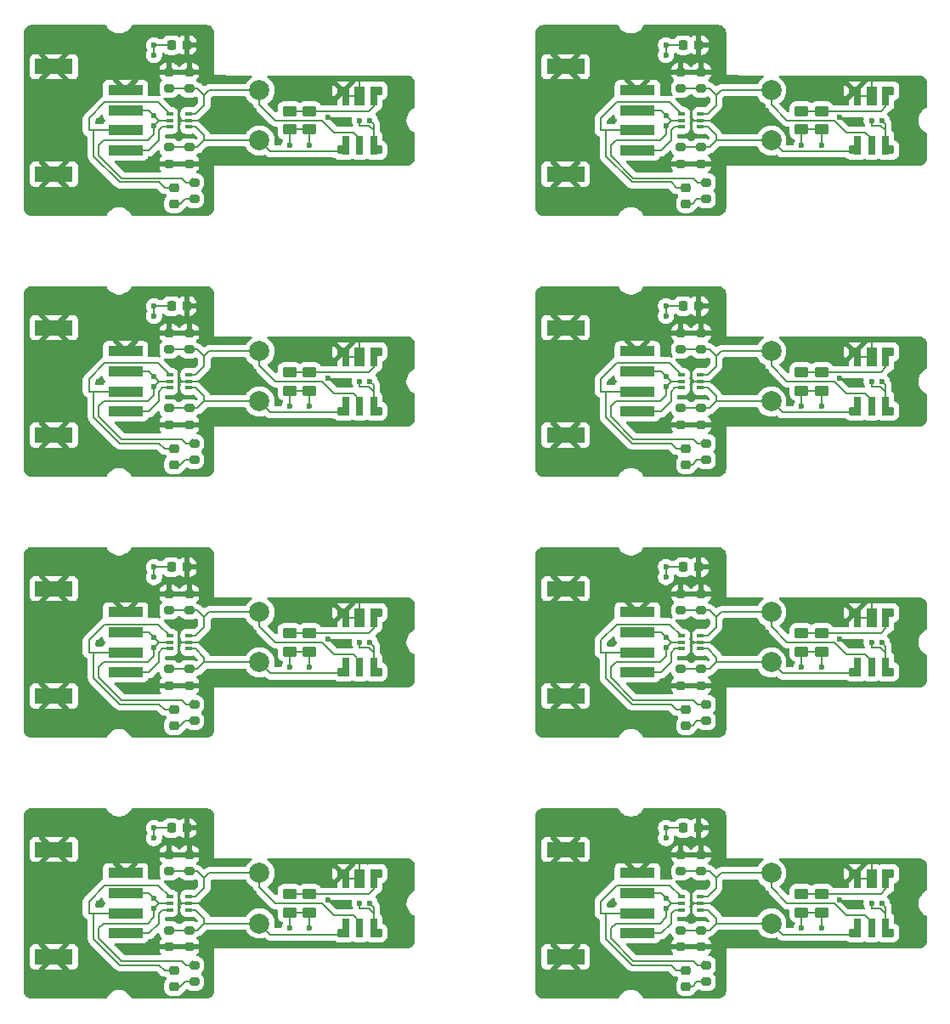
<source format=gbr>
%TF.GenerationSoftware,KiCad,Pcbnew,9.0.3*%
%TF.CreationDate,2025-08-08T18:23:31+02:00*%
%TF.ProjectId,iagabel-panel,69616761-6265-46c2-9d70-616e656c2e6b,rev?*%
%TF.SameCoordinates,Original*%
%TF.FileFunction,Copper,L1,Top*%
%TF.FilePolarity,Positive*%
%FSLAX46Y46*%
G04 Gerber Fmt 4.6, Leading zero omitted, Abs format (unit mm)*
G04 Created by KiCad (PCBNEW 9.0.3) date 2025-08-08 18:23:31*
%MOMM*%
%LPD*%
G01*
G04 APERTURE LIST*
G04 Aperture macros list*
%AMRoundRect*
0 Rectangle with rounded corners*
0 $1 Rounding radius*
0 $2 $3 $4 $5 $6 $7 $8 $9 X,Y pos of 4 corners*
0 Add a 4 corners polygon primitive as box body*
4,1,4,$2,$3,$4,$5,$6,$7,$8,$9,$2,$3,0*
0 Add four circle primitives for the rounded corners*
1,1,$1+$1,$2,$3*
1,1,$1+$1,$4,$5*
1,1,$1+$1,$6,$7*
1,1,$1+$1,$8,$9*
0 Add four rect primitives between the rounded corners*
20,1,$1+$1,$2,$3,$4,$5,0*
20,1,$1+$1,$4,$5,$6,$7,0*
20,1,$1+$1,$6,$7,$8,$9,0*
20,1,$1+$1,$8,$9,$2,$3,0*%
G04 Aperture macros list end*
%TA.AperFunction,SMDPad,CuDef*%
%ADD10RoundRect,0.250000X0.450000X-0.262500X0.450000X0.262500X-0.450000X0.262500X-0.450000X-0.262500X0*%
%TD*%
%TA.AperFunction,SMDPad,CuDef*%
%ADD11C,2.000000*%
%TD*%
%TA.AperFunction,SMDPad,CuDef*%
%ADD12RoundRect,0.200000X0.275000X-0.200000X0.275000X0.200000X-0.275000X0.200000X-0.275000X-0.200000X0*%
%TD*%
%TA.AperFunction,SMDPad,CuDef*%
%ADD13RoundRect,0.100000X0.225000X0.100000X-0.225000X0.100000X-0.225000X-0.100000X0.225000X-0.100000X0*%
%TD*%
%TA.AperFunction,SMDPad,CuDef*%
%ADD14RoundRect,0.200000X-0.275000X0.200000X-0.275000X-0.200000X0.275000X-0.200000X0.275000X0.200000X0*%
%TD*%
%TA.AperFunction,SMDPad,CuDef*%
%ADD15RoundRect,0.218750X-0.256250X0.218750X-0.256250X-0.218750X0.256250X-0.218750X0.256250X0.218750X0*%
%TD*%
%TA.AperFunction,SMDPad,CuDef*%
%ADD16RoundRect,0.225000X-0.225000X-0.250000X0.225000X-0.250000X0.225000X0.250000X-0.225000X0.250000X0*%
%TD*%
%TA.AperFunction,SMDPad,CuDef*%
%ADD17R,0.700000X1.900000*%
%TD*%
%TA.AperFunction,SMDPad,CuDef*%
%ADD18RoundRect,0.135000X-0.465000X-0.315000X0.465000X-0.315000X0.465000X0.315000X-0.465000X0.315000X0*%
%TD*%
%TA.AperFunction,SMDPad,CuDef*%
%ADD19R,1.000000X1.900000*%
%TD*%
%TA.AperFunction,SMDPad,CuDef*%
%ADD20R,3.800000X1.500000*%
%TD*%
%TA.AperFunction,SMDPad,CuDef*%
%ADD21R,3.500000X1.000000*%
%TD*%
%TA.AperFunction,ViaPad*%
%ADD22C,0.600000*%
%TD*%
%TA.AperFunction,Conductor*%
%ADD23C,0.200000*%
%TD*%
G04 APERTURE END LIST*
D10*
%TO.P,R2,2*%
%TO.N,Net-(K1-ANODE)*%
X27000000Y-87087500D03*
%TO.P,R2,1*%
%TO.N,+3.3V*%
X27000000Y-88912500D03*
%TD*%
D11*
%TO.P,TP2,1,1*%
%TO.N,Net-(U1-2A)*%
X24000000Y-85000000D03*
%TD*%
D12*
%TO.P,R4,2*%
%TO.N,GND*%
X15000000Y-83175000D03*
%TO.P,R4,1*%
%TO.N,Net-(U1-2A)*%
X15000000Y-84825000D03*
%TD*%
D13*
%TO.P,U1,6,1Y*%
%TO.N,Net-(J1-Pin_1)*%
X15050000Y-88650000D03*
%TO.P,U1,5,V_{CC}*%
%TO.N,+3.3V*%
X15050000Y-88000000D03*
%TO.P,U1,4,2Y*%
%TO.N,Net-(D1-K)*%
X15050000Y-87350000D03*
%TO.P,U1,3,2A*%
%TO.N,Net-(U1-2A)*%
X16950000Y-87350000D03*
%TO.P,U1,2,GND*%
%TO.N,GND*%
X16950000Y-88000000D03*
%TO.P,U1,1,1A*%
%TO.N,Net-(U1-1A)*%
X16950000Y-88650000D03*
%TD*%
D14*
%TO.P,R7,2*%
%TO.N,GND*%
X17000000Y-92325000D03*
%TO.P,R7,1*%
%TO.N,Net-(U1-1A)*%
X17000000Y-90675000D03*
%TD*%
D11*
%TO.P,TP1,1,1*%
%TO.N,Net-(U1-1A)*%
X24000000Y-90000000D03*
%TD*%
D15*
%TO.P,D1,2,A*%
%TO.N,Net-(D1-A)*%
X15500000Y-96287500D03*
%TO.P,D1,1,K*%
%TO.N,Net-(D1-K)*%
X15500000Y-94712500D03*
%TD*%
D14*
%TO.P,R6,2*%
%TO.N,GND*%
X15000000Y-92325000D03*
%TO.P,R6,1*%
%TO.N,Net-(U1-1A)*%
X15000000Y-90675000D03*
%TD*%
%TO.P,R5,2*%
%TO.N,Net-(D1-A)*%
X17500000Y-95825000D03*
%TO.P,R5,1*%
%TO.N,+3.3V*%
X17500000Y-94175000D03*
%TD*%
D16*
%TO.P,C1,2*%
%TO.N,GND*%
X16775000Y-80500000D03*
%TO.P,C1,1*%
%TO.N,+3.3V*%
X15225000Y-80500000D03*
%TD*%
D17*
%TO.P,K1,6,CATHODE*%
%TO.N,GND*%
X32600000Y-85550000D03*
D18*
X32350000Y-85050000D03*
D19*
%TO.P,K1,5,NC*%
X34000000Y-85550000D03*
D18*
%TO.P,K1,4,ANODE*%
%TO.N,Net-(K1-ANODE)*%
X35650000Y-85050000D03*
D17*
X35400000Y-85550000D03*
D18*
%TO.P,K1,3,COLLECTOR*%
%TO.N,+3.3V*%
X35650000Y-90950000D03*
D17*
X35400000Y-90450000D03*
%TO.P,K1,2,EMITTER*%
%TO.N,Net-(U1-2A)*%
X34000000Y-90450000D03*
%TO.P,K1,1,EMITTER*%
%TO.N,Net-(U1-1A)*%
X32600000Y-90450000D03*
D18*
X32350000Y-90950000D03*
%TD*%
D12*
%TO.P,R3,2*%
%TO.N,GND*%
X17000000Y-83175000D03*
%TO.P,R3,1*%
%TO.N,Net-(U1-2A)*%
X17000000Y-84825000D03*
%TD*%
D20*
%TO.P,J1,6,MP2*%
%TO.N,GND*%
X3500000Y-93350000D03*
%TO.P,J1,5,MP1*%
X3500000Y-82650000D03*
D21*
%TO.P,J1,4,Pin_4*%
X10650000Y-85000000D03*
%TO.P,J1,3,Pin_3*%
%TO.N,+3.3V*%
X10650000Y-87000000D03*
%TO.P,J1,2,Pin_2*%
%TO.N,Net-(D1-K)*%
X10650000Y-89000000D03*
%TO.P,J1,1,Pin_1*%
%TO.N,Net-(J1-Pin_1)*%
X10650000Y-91000000D03*
%TD*%
D10*
%TO.P,R1,2*%
%TO.N,Net-(K1-ANODE)*%
X29000000Y-87087500D03*
%TO.P,R1,1*%
%TO.N,+3.3V*%
X29000000Y-88912500D03*
%TD*%
D16*
%TO.P,C1,2*%
%TO.N,GND*%
X67775000Y-54500000D03*
%TO.P,C1,1*%
%TO.N,+3.3V*%
X66225000Y-54500000D03*
%TD*%
D12*
%TO.P,R4,2*%
%TO.N,GND*%
X66000000Y-57175000D03*
%TO.P,R4,1*%
%TO.N,Net-(U1-2A)*%
X66000000Y-58825000D03*
%TD*%
D20*
%TO.P,J1,6,MP2*%
%TO.N,GND*%
X54500000Y-67350000D03*
%TO.P,J1,5,MP1*%
X54500000Y-56650000D03*
D21*
%TO.P,J1,4,Pin_4*%
X61650000Y-59000000D03*
%TO.P,J1,3,Pin_3*%
%TO.N,+3.3V*%
X61650000Y-61000000D03*
%TO.P,J1,2,Pin_2*%
%TO.N,Net-(D1-K)*%
X61650000Y-63000000D03*
%TO.P,J1,1,Pin_1*%
%TO.N,Net-(J1-Pin_1)*%
X61650000Y-65000000D03*
%TD*%
D15*
%TO.P,D1,2,A*%
%TO.N,Net-(D1-A)*%
X66500000Y-70287500D03*
%TO.P,D1,1,K*%
%TO.N,Net-(D1-K)*%
X66500000Y-68712500D03*
%TD*%
D12*
%TO.P,R3,2*%
%TO.N,GND*%
X68000000Y-57175000D03*
%TO.P,R3,1*%
%TO.N,Net-(U1-2A)*%
X68000000Y-58825000D03*
%TD*%
D14*
%TO.P,R6,2*%
%TO.N,GND*%
X66000000Y-66325000D03*
%TO.P,R6,1*%
%TO.N,Net-(U1-1A)*%
X66000000Y-64675000D03*
%TD*%
%TO.P,R5,2*%
%TO.N,Net-(D1-A)*%
X68500000Y-69825000D03*
%TO.P,R5,1*%
%TO.N,+3.3V*%
X68500000Y-68175000D03*
%TD*%
D13*
%TO.P,U1,6,1Y*%
%TO.N,Net-(J1-Pin_1)*%
X66050000Y-62650000D03*
%TO.P,U1,5,V_{CC}*%
%TO.N,+3.3V*%
X66050000Y-62000000D03*
%TO.P,U1,4,2Y*%
%TO.N,Net-(D1-K)*%
X66050000Y-61350000D03*
%TO.P,U1,3,2A*%
%TO.N,Net-(U1-2A)*%
X67950000Y-61350000D03*
%TO.P,U1,2,GND*%
%TO.N,GND*%
X67950000Y-62000000D03*
%TO.P,U1,1,1A*%
%TO.N,Net-(U1-1A)*%
X67950000Y-62650000D03*
%TD*%
D14*
%TO.P,R7,2*%
%TO.N,GND*%
X68000000Y-66325000D03*
%TO.P,R7,1*%
%TO.N,Net-(U1-1A)*%
X68000000Y-64675000D03*
%TD*%
D17*
%TO.P,K1,6,CATHODE*%
%TO.N,GND*%
X83600000Y-59550000D03*
D18*
X83350000Y-59050000D03*
D19*
%TO.P,K1,5,NC*%
X85000000Y-59550000D03*
D18*
%TO.P,K1,4,ANODE*%
%TO.N,Net-(K1-ANODE)*%
X86650000Y-59050000D03*
D17*
X86400000Y-59550000D03*
D18*
%TO.P,K1,3,COLLECTOR*%
%TO.N,+3.3V*%
X86650000Y-64950000D03*
D17*
X86400000Y-64450000D03*
%TO.P,K1,2,EMITTER*%
%TO.N,Net-(U1-2A)*%
X85000000Y-64450000D03*
%TO.P,K1,1,EMITTER*%
%TO.N,Net-(U1-1A)*%
X83600000Y-64450000D03*
D18*
X83350000Y-64950000D03*
%TD*%
D10*
%TO.P,R1,2*%
%TO.N,Net-(K1-ANODE)*%
X80000000Y-61087500D03*
%TO.P,R1,1*%
%TO.N,+3.3V*%
X80000000Y-62912500D03*
%TD*%
%TO.P,R2,2*%
%TO.N,Net-(K1-ANODE)*%
X78000000Y-61087500D03*
%TO.P,R2,1*%
%TO.N,+3.3V*%
X78000000Y-62912500D03*
%TD*%
D11*
%TO.P,TP1,1,1*%
%TO.N,Net-(U1-1A)*%
X75000000Y-64000000D03*
%TD*%
%TO.P,TP2,1,1*%
%TO.N,Net-(U1-2A)*%
X75000000Y-59000000D03*
%TD*%
D14*
%TO.P,R5,2*%
%TO.N,Net-(D1-A)*%
X17500000Y-69825000D03*
%TO.P,R5,1*%
%TO.N,+3.3V*%
X17500000Y-68175000D03*
%TD*%
D17*
%TO.P,K1,6,CATHODE*%
%TO.N,GND*%
X32600000Y-59550000D03*
D18*
X32350000Y-59050000D03*
D19*
%TO.P,K1,5,NC*%
X34000000Y-59550000D03*
D18*
%TO.P,K1,4,ANODE*%
%TO.N,Net-(K1-ANODE)*%
X35650000Y-59050000D03*
D17*
X35400000Y-59550000D03*
D18*
%TO.P,K1,3,COLLECTOR*%
%TO.N,+3.3V*%
X35650000Y-64950000D03*
D17*
X35400000Y-64450000D03*
%TO.P,K1,2,EMITTER*%
%TO.N,Net-(U1-2A)*%
X34000000Y-64450000D03*
%TO.P,K1,1,EMITTER*%
%TO.N,Net-(U1-1A)*%
X32600000Y-64450000D03*
D18*
X32350000Y-64950000D03*
%TD*%
D15*
%TO.P,D1,2,A*%
%TO.N,Net-(D1-A)*%
X15500000Y-70287500D03*
%TO.P,D1,1,K*%
%TO.N,Net-(D1-K)*%
X15500000Y-68712500D03*
%TD*%
D14*
%TO.P,R6,2*%
%TO.N,GND*%
X15000000Y-66325000D03*
%TO.P,R6,1*%
%TO.N,Net-(U1-1A)*%
X15000000Y-64675000D03*
%TD*%
D13*
%TO.P,U1,6,1Y*%
%TO.N,Net-(J1-Pin_1)*%
X15050000Y-62650000D03*
%TO.P,U1,5,V_{CC}*%
%TO.N,+3.3V*%
X15050000Y-62000000D03*
%TO.P,U1,4,2Y*%
%TO.N,Net-(D1-K)*%
X15050000Y-61350000D03*
%TO.P,U1,3,2A*%
%TO.N,Net-(U1-2A)*%
X16950000Y-61350000D03*
%TO.P,U1,2,GND*%
%TO.N,GND*%
X16950000Y-62000000D03*
%TO.P,U1,1,1A*%
%TO.N,Net-(U1-1A)*%
X16950000Y-62650000D03*
%TD*%
D16*
%TO.P,C1,2*%
%TO.N,GND*%
X16775000Y-54500000D03*
%TO.P,C1,1*%
%TO.N,+3.3V*%
X15225000Y-54500000D03*
%TD*%
D14*
%TO.P,R7,2*%
%TO.N,GND*%
X17000000Y-66325000D03*
%TO.P,R7,1*%
%TO.N,Net-(U1-1A)*%
X17000000Y-64675000D03*
%TD*%
D20*
%TO.P,J1,6,MP2*%
%TO.N,GND*%
X3500000Y-67350000D03*
%TO.P,J1,5,MP1*%
X3500000Y-56650000D03*
D21*
%TO.P,J1,4,Pin_4*%
X10650000Y-59000000D03*
%TO.P,J1,3,Pin_3*%
%TO.N,+3.3V*%
X10650000Y-61000000D03*
%TO.P,J1,2,Pin_2*%
%TO.N,Net-(D1-K)*%
X10650000Y-63000000D03*
%TO.P,J1,1,Pin_1*%
%TO.N,Net-(J1-Pin_1)*%
X10650000Y-65000000D03*
%TD*%
D12*
%TO.P,R4,2*%
%TO.N,GND*%
X15000000Y-57175000D03*
%TO.P,R4,1*%
%TO.N,Net-(U1-2A)*%
X15000000Y-58825000D03*
%TD*%
D11*
%TO.P,TP1,1,1*%
%TO.N,Net-(U1-1A)*%
X24000000Y-64000000D03*
%TD*%
D10*
%TO.P,R2,2*%
%TO.N,Net-(K1-ANODE)*%
X27000000Y-61087500D03*
%TO.P,R2,1*%
%TO.N,+3.3V*%
X27000000Y-62912500D03*
%TD*%
D11*
%TO.P,TP2,1,1*%
%TO.N,Net-(U1-2A)*%
X24000000Y-59000000D03*
%TD*%
D12*
%TO.P,R3,2*%
%TO.N,GND*%
X17000000Y-57175000D03*
%TO.P,R3,1*%
%TO.N,Net-(U1-2A)*%
X17000000Y-58825000D03*
%TD*%
D10*
%TO.P,R1,2*%
%TO.N,Net-(K1-ANODE)*%
X29000000Y-61087500D03*
%TO.P,R1,1*%
%TO.N,+3.3V*%
X29000000Y-62912500D03*
%TD*%
D12*
%TO.P,R3,2*%
%TO.N,GND*%
X68000000Y-31175000D03*
%TO.P,R3,1*%
%TO.N,Net-(U1-2A)*%
X68000000Y-32825000D03*
%TD*%
D11*
%TO.P,TP1,1,1*%
%TO.N,Net-(U1-1A)*%
X75000000Y-38000000D03*
%TD*%
D17*
%TO.P,K1,6,CATHODE*%
%TO.N,GND*%
X83600000Y-33550000D03*
D18*
X83350000Y-33050000D03*
D19*
%TO.P,K1,5,NC*%
X85000000Y-33550000D03*
D18*
%TO.P,K1,4,ANODE*%
%TO.N,Net-(K1-ANODE)*%
X86650000Y-33050000D03*
D17*
X86400000Y-33550000D03*
D18*
%TO.P,K1,3,COLLECTOR*%
%TO.N,+3.3V*%
X86650000Y-38950000D03*
D17*
X86400000Y-38450000D03*
%TO.P,K1,2,EMITTER*%
%TO.N,Net-(U1-2A)*%
X85000000Y-38450000D03*
%TO.P,K1,1,EMITTER*%
%TO.N,Net-(U1-1A)*%
X83600000Y-38450000D03*
D18*
X83350000Y-38950000D03*
%TD*%
D10*
%TO.P,R1,2*%
%TO.N,Net-(K1-ANODE)*%
X80000000Y-35087500D03*
%TO.P,R1,1*%
%TO.N,+3.3V*%
X80000000Y-36912500D03*
%TD*%
D15*
%TO.P,D1,2,A*%
%TO.N,Net-(D1-A)*%
X66500000Y-44287500D03*
%TO.P,D1,1,K*%
%TO.N,Net-(D1-K)*%
X66500000Y-42712500D03*
%TD*%
D14*
%TO.P,R6,2*%
%TO.N,GND*%
X66000000Y-40325000D03*
%TO.P,R6,1*%
%TO.N,Net-(U1-1A)*%
X66000000Y-38675000D03*
%TD*%
%TO.P,R5,2*%
%TO.N,Net-(D1-A)*%
X68500000Y-43825000D03*
%TO.P,R5,1*%
%TO.N,+3.3V*%
X68500000Y-42175000D03*
%TD*%
D13*
%TO.P,U1,6,1Y*%
%TO.N,Net-(J1-Pin_1)*%
X66050000Y-36650000D03*
%TO.P,U1,5,V_{CC}*%
%TO.N,+3.3V*%
X66050000Y-36000000D03*
%TO.P,U1,4,2Y*%
%TO.N,Net-(D1-K)*%
X66050000Y-35350000D03*
%TO.P,U1,3,2A*%
%TO.N,Net-(U1-2A)*%
X67950000Y-35350000D03*
%TO.P,U1,2,GND*%
%TO.N,GND*%
X67950000Y-36000000D03*
%TO.P,U1,1,1A*%
%TO.N,Net-(U1-1A)*%
X67950000Y-36650000D03*
%TD*%
D16*
%TO.P,C1,2*%
%TO.N,GND*%
X67775000Y-28500000D03*
%TO.P,C1,1*%
%TO.N,+3.3V*%
X66225000Y-28500000D03*
%TD*%
D14*
%TO.P,R7,2*%
%TO.N,GND*%
X68000000Y-40325000D03*
%TO.P,R7,1*%
%TO.N,Net-(U1-1A)*%
X68000000Y-38675000D03*
%TD*%
D10*
%TO.P,R2,2*%
%TO.N,Net-(K1-ANODE)*%
X78000000Y-35087500D03*
%TO.P,R2,1*%
%TO.N,+3.3V*%
X78000000Y-36912500D03*
%TD*%
D11*
%TO.P,TP2,1,1*%
%TO.N,Net-(U1-2A)*%
X75000000Y-33000000D03*
%TD*%
D12*
%TO.P,R4,2*%
%TO.N,GND*%
X66000000Y-31175000D03*
%TO.P,R4,1*%
%TO.N,Net-(U1-2A)*%
X66000000Y-32825000D03*
%TD*%
D20*
%TO.P,J1,6,MP2*%
%TO.N,GND*%
X54500000Y-41350000D03*
%TO.P,J1,5,MP1*%
X54500000Y-30650000D03*
D21*
%TO.P,J1,4,Pin_4*%
X61650000Y-33000000D03*
%TO.P,J1,3,Pin_3*%
%TO.N,+3.3V*%
X61650000Y-35000000D03*
%TO.P,J1,2,Pin_2*%
%TO.N,Net-(D1-K)*%
X61650000Y-37000000D03*
%TO.P,J1,1,Pin_1*%
%TO.N,Net-(J1-Pin_1)*%
X61650000Y-39000000D03*
%TD*%
D11*
%TO.P,TP1,1,1*%
%TO.N,Net-(U1-1A)*%
X24000000Y-38000000D03*
%TD*%
D14*
%TO.P,R5,2*%
%TO.N,Net-(D1-A)*%
X17500000Y-43825000D03*
%TO.P,R5,1*%
%TO.N,+3.3V*%
X17500000Y-42175000D03*
%TD*%
D15*
%TO.P,D1,2,A*%
%TO.N,Net-(D1-A)*%
X15500000Y-44287500D03*
%TO.P,D1,1,K*%
%TO.N,Net-(D1-K)*%
X15500000Y-42712500D03*
%TD*%
D14*
%TO.P,R6,2*%
%TO.N,GND*%
X15000000Y-40325000D03*
%TO.P,R6,1*%
%TO.N,Net-(U1-1A)*%
X15000000Y-38675000D03*
%TD*%
D13*
%TO.P,U1,6,1Y*%
%TO.N,Net-(J1-Pin_1)*%
X15050000Y-36650000D03*
%TO.P,U1,5,V_{CC}*%
%TO.N,+3.3V*%
X15050000Y-36000000D03*
%TO.P,U1,4,2Y*%
%TO.N,Net-(D1-K)*%
X15050000Y-35350000D03*
%TO.P,U1,3,2A*%
%TO.N,Net-(U1-2A)*%
X16950000Y-35350000D03*
%TO.P,U1,2,GND*%
%TO.N,GND*%
X16950000Y-36000000D03*
%TO.P,U1,1,1A*%
%TO.N,Net-(U1-1A)*%
X16950000Y-36650000D03*
%TD*%
D16*
%TO.P,C1,2*%
%TO.N,GND*%
X16775000Y-28500000D03*
%TO.P,C1,1*%
%TO.N,+3.3V*%
X15225000Y-28500000D03*
%TD*%
D14*
%TO.P,R7,2*%
%TO.N,GND*%
X17000000Y-40325000D03*
%TO.P,R7,1*%
%TO.N,Net-(U1-1A)*%
X17000000Y-38675000D03*
%TD*%
D17*
%TO.P,K1,6,CATHODE*%
%TO.N,GND*%
X32600000Y-33550000D03*
D18*
X32350000Y-33050000D03*
D19*
%TO.P,K1,5,NC*%
X34000000Y-33550000D03*
D18*
%TO.P,K1,4,ANODE*%
%TO.N,Net-(K1-ANODE)*%
X35650000Y-33050000D03*
D17*
X35400000Y-33550000D03*
D18*
%TO.P,K1,3,COLLECTOR*%
%TO.N,+3.3V*%
X35650000Y-38950000D03*
D17*
X35400000Y-38450000D03*
%TO.P,K1,2,EMITTER*%
%TO.N,Net-(U1-2A)*%
X34000000Y-38450000D03*
%TO.P,K1,1,EMITTER*%
%TO.N,Net-(U1-1A)*%
X32600000Y-38450000D03*
D18*
X32350000Y-38950000D03*
%TD*%
D12*
%TO.P,R4,2*%
%TO.N,GND*%
X15000000Y-31175000D03*
%TO.P,R4,1*%
%TO.N,Net-(U1-2A)*%
X15000000Y-32825000D03*
%TD*%
D10*
%TO.P,R2,2*%
%TO.N,Net-(K1-ANODE)*%
X27000000Y-35087500D03*
%TO.P,R2,1*%
%TO.N,+3.3V*%
X27000000Y-36912500D03*
%TD*%
D12*
%TO.P,R3,2*%
%TO.N,GND*%
X17000000Y-31175000D03*
%TO.P,R3,1*%
%TO.N,Net-(U1-2A)*%
X17000000Y-32825000D03*
%TD*%
D10*
%TO.P,R1,2*%
%TO.N,Net-(K1-ANODE)*%
X29000000Y-35087500D03*
%TO.P,R1,1*%
%TO.N,+3.3V*%
X29000000Y-36912500D03*
%TD*%
D11*
%TO.P,TP2,1,1*%
%TO.N,Net-(U1-2A)*%
X24000000Y-33000000D03*
%TD*%
D20*
%TO.P,J1,6,MP2*%
%TO.N,GND*%
X3500000Y-41350000D03*
%TO.P,J1,5,MP1*%
X3500000Y-30650000D03*
D21*
%TO.P,J1,4,Pin_4*%
X10650000Y-33000000D03*
%TO.P,J1,3,Pin_3*%
%TO.N,+3.3V*%
X10650000Y-35000000D03*
%TO.P,J1,2,Pin_2*%
%TO.N,Net-(D1-K)*%
X10650000Y-37000000D03*
%TO.P,J1,1,Pin_1*%
%TO.N,Net-(J1-Pin_1)*%
X10650000Y-39000000D03*
%TD*%
D13*
%TO.P,U1,6,1Y*%
%TO.N,Net-(J1-Pin_1)*%
X66050000Y-10650000D03*
%TO.P,U1,5,V_{CC}*%
%TO.N,+3.3V*%
X66050000Y-10000000D03*
%TO.P,U1,4,2Y*%
%TO.N,Net-(D1-K)*%
X66050000Y-9350000D03*
%TO.P,U1,3,2A*%
%TO.N,Net-(U1-2A)*%
X67950000Y-9350000D03*
%TO.P,U1,2,GND*%
%TO.N,GND*%
X67950000Y-10000000D03*
%TO.P,U1,1,1A*%
%TO.N,Net-(U1-1A)*%
X67950000Y-10650000D03*
%TD*%
D15*
%TO.P,D1,2,A*%
%TO.N,Net-(D1-A)*%
X66500000Y-18287500D03*
%TO.P,D1,1,K*%
%TO.N,Net-(D1-K)*%
X66500000Y-16712500D03*
%TD*%
D17*
%TO.P,K1,6,CATHODE*%
%TO.N,GND*%
X83600000Y-7550000D03*
D18*
X83350000Y-7050000D03*
D19*
%TO.P,K1,5,NC*%
X85000000Y-7550000D03*
D18*
%TO.P,K1,4,ANODE*%
%TO.N,Net-(K1-ANODE)*%
X86650000Y-7050000D03*
D17*
X86400000Y-7550000D03*
D18*
%TO.P,K1,3,COLLECTOR*%
%TO.N,+3.3V*%
X86650000Y-12950000D03*
D17*
X86400000Y-12450000D03*
%TO.P,K1,2,EMITTER*%
%TO.N,Net-(U1-2A)*%
X85000000Y-12450000D03*
%TO.P,K1,1,EMITTER*%
%TO.N,Net-(U1-1A)*%
X83600000Y-12450000D03*
D18*
X83350000Y-12950000D03*
%TD*%
D14*
%TO.P,R6,2*%
%TO.N,GND*%
X66000000Y-14325000D03*
%TO.P,R6,1*%
%TO.N,Net-(U1-1A)*%
X66000000Y-12675000D03*
%TD*%
%TO.P,R5,2*%
%TO.N,Net-(D1-A)*%
X68500000Y-17825000D03*
%TO.P,R5,1*%
%TO.N,+3.3V*%
X68500000Y-16175000D03*
%TD*%
D16*
%TO.P,C1,2*%
%TO.N,GND*%
X67775000Y-2500000D03*
%TO.P,C1,1*%
%TO.N,+3.3V*%
X66225000Y-2500000D03*
%TD*%
D14*
%TO.P,R7,2*%
%TO.N,GND*%
X68000000Y-14325000D03*
%TO.P,R7,1*%
%TO.N,Net-(U1-1A)*%
X68000000Y-12675000D03*
%TD*%
D12*
%TO.P,R4,2*%
%TO.N,GND*%
X66000000Y-5175000D03*
%TO.P,R4,1*%
%TO.N,Net-(U1-2A)*%
X66000000Y-6825000D03*
%TD*%
D11*
%TO.P,TP1,1,1*%
%TO.N,Net-(U1-1A)*%
X75000000Y-12000000D03*
%TD*%
D12*
%TO.P,R3,2*%
%TO.N,GND*%
X68000000Y-5175000D03*
%TO.P,R3,1*%
%TO.N,Net-(U1-2A)*%
X68000000Y-6825000D03*
%TD*%
D10*
%TO.P,R2,2*%
%TO.N,Net-(K1-ANODE)*%
X78000000Y-9087500D03*
%TO.P,R2,1*%
%TO.N,+3.3V*%
X78000000Y-10912500D03*
%TD*%
D11*
%TO.P,TP2,1,1*%
%TO.N,Net-(U1-2A)*%
X75000000Y-7000000D03*
%TD*%
D20*
%TO.P,J1,6,MP2*%
%TO.N,GND*%
X54500000Y-15350000D03*
%TO.P,J1,5,MP1*%
X54500000Y-4650000D03*
D21*
%TO.P,J1,4,Pin_4*%
X61650000Y-7000000D03*
%TO.P,J1,3,Pin_3*%
%TO.N,+3.3V*%
X61650000Y-9000000D03*
%TO.P,J1,2,Pin_2*%
%TO.N,Net-(D1-K)*%
X61650000Y-11000000D03*
%TO.P,J1,1,Pin_1*%
%TO.N,Net-(J1-Pin_1)*%
X61650000Y-13000000D03*
%TD*%
D10*
%TO.P,R1,2*%
%TO.N,Net-(K1-ANODE)*%
X80000000Y-9087500D03*
%TO.P,R1,1*%
%TO.N,+3.3V*%
X80000000Y-10912500D03*
%TD*%
D11*
%TO.P,TP1,1,1*%
%TO.N,Net-(U1-1A)*%
X24000000Y-12000000D03*
%TD*%
D12*
%TO.P,R4,2*%
%TO.N,GND*%
X15000000Y-5175000D03*
%TO.P,R4,1*%
%TO.N,Net-(U1-2A)*%
X15000000Y-6825000D03*
%TD*%
D16*
%TO.P,C1,2*%
%TO.N,GND*%
X16775000Y-2500000D03*
%TO.P,C1,1*%
%TO.N,+3.3V*%
X15225000Y-2500000D03*
%TD*%
D15*
%TO.P,D1,2,A*%
%TO.N,Net-(D1-A)*%
X15500000Y-18287500D03*
%TO.P,D1,1,K*%
%TO.N,Net-(D1-K)*%
X15500000Y-16712500D03*
%TD*%
D14*
%TO.P,R6,2*%
%TO.N,GND*%
X15000000Y-14325000D03*
%TO.P,R6,1*%
%TO.N,Net-(U1-1A)*%
X15000000Y-12675000D03*
%TD*%
%TO.P,R5,2*%
%TO.N,Net-(D1-A)*%
X17500000Y-17825000D03*
%TO.P,R5,1*%
%TO.N,+3.3V*%
X17500000Y-16175000D03*
%TD*%
D13*
%TO.P,U1,6,1Y*%
%TO.N,Net-(J1-Pin_1)*%
X15050000Y-10650000D03*
%TO.P,U1,5,V_{CC}*%
%TO.N,+3.3V*%
X15050000Y-10000000D03*
%TO.P,U1,4,2Y*%
%TO.N,Net-(D1-K)*%
X15050000Y-9350000D03*
%TO.P,U1,3,2A*%
%TO.N,Net-(U1-2A)*%
X16950000Y-9350000D03*
%TO.P,U1,2,GND*%
%TO.N,GND*%
X16950000Y-10000000D03*
%TO.P,U1,1,1A*%
%TO.N,Net-(U1-1A)*%
X16950000Y-10650000D03*
%TD*%
D14*
%TO.P,R7,2*%
%TO.N,GND*%
X17000000Y-14325000D03*
%TO.P,R7,1*%
%TO.N,Net-(U1-1A)*%
X17000000Y-12675000D03*
%TD*%
D17*
%TO.P,K1,6,CATHODE*%
%TO.N,GND*%
X32600000Y-7550000D03*
D18*
X32350000Y-7050000D03*
D19*
%TO.P,K1,5,NC*%
X34000000Y-7550000D03*
D18*
%TO.P,K1,4,ANODE*%
%TO.N,Net-(K1-ANODE)*%
X35650000Y-7050000D03*
D17*
X35400000Y-7550000D03*
D18*
%TO.P,K1,3,COLLECTOR*%
%TO.N,+3.3V*%
X35650000Y-12950000D03*
D17*
X35400000Y-12450000D03*
%TO.P,K1,2,EMITTER*%
%TO.N,Net-(U1-2A)*%
X34000000Y-12450000D03*
%TO.P,K1,1,EMITTER*%
%TO.N,Net-(U1-1A)*%
X32600000Y-12450000D03*
D18*
X32350000Y-12950000D03*
%TD*%
D10*
%TO.P,R1,2*%
%TO.N,Net-(K1-ANODE)*%
X29000000Y-9087500D03*
%TO.P,R1,1*%
%TO.N,+3.3V*%
X29000000Y-10912500D03*
%TD*%
%TO.P,R2,2*%
%TO.N,Net-(K1-ANODE)*%
X27000000Y-9087500D03*
%TO.P,R2,1*%
%TO.N,+3.3V*%
X27000000Y-10912500D03*
%TD*%
D11*
%TO.P,TP2,1,1*%
%TO.N,Net-(U1-2A)*%
X24000000Y-7000000D03*
%TD*%
D20*
%TO.P,J1,6,MP2*%
%TO.N,GND*%
X3500000Y-15350000D03*
%TO.P,J1,5,MP1*%
X3500000Y-4650000D03*
D21*
%TO.P,J1,4,Pin_4*%
X10650000Y-7000000D03*
%TO.P,J1,3,Pin_3*%
%TO.N,+3.3V*%
X10650000Y-9000000D03*
%TO.P,J1,2,Pin_2*%
%TO.N,Net-(D1-K)*%
X10650000Y-11000000D03*
%TO.P,J1,1,Pin_1*%
%TO.N,Net-(J1-Pin_1)*%
X10650000Y-13000000D03*
%TD*%
D12*
%TO.P,R3,2*%
%TO.N,GND*%
X17000000Y-5175000D03*
%TO.P,R3,1*%
%TO.N,Net-(U1-2A)*%
X17000000Y-6825000D03*
%TD*%
%TO.P,R3,2*%
%TO.N,GND*%
X68000000Y-83175000D03*
%TO.P,R3,1*%
%TO.N,Net-(U1-2A)*%
X68000000Y-84825000D03*
%TD*%
D10*
%TO.P,R1,2*%
%TO.N,Net-(K1-ANODE)*%
X80000000Y-87087500D03*
%TO.P,R1,1*%
%TO.N,+3.3V*%
X80000000Y-88912500D03*
%TD*%
D20*
%TO.P,J1,6,MP2*%
%TO.N,GND*%
X54500000Y-93350000D03*
%TO.P,J1,5,MP1*%
X54500000Y-82650000D03*
D21*
%TO.P,J1,4,Pin_4*%
X61650000Y-85000000D03*
%TO.P,J1,3,Pin_3*%
%TO.N,+3.3V*%
X61650000Y-87000000D03*
%TO.P,J1,2,Pin_2*%
%TO.N,Net-(D1-K)*%
X61650000Y-89000000D03*
%TO.P,J1,1,Pin_1*%
%TO.N,Net-(J1-Pin_1)*%
X61650000Y-91000000D03*
%TD*%
D11*
%TO.P,TP2,1,1*%
%TO.N,Net-(U1-2A)*%
X75000000Y-85000000D03*
%TD*%
D10*
%TO.P,R2,2*%
%TO.N,Net-(K1-ANODE)*%
X78000000Y-87087500D03*
%TO.P,R2,1*%
%TO.N,+3.3V*%
X78000000Y-88912500D03*
%TD*%
D11*
%TO.P,TP1,1,1*%
%TO.N,Net-(U1-1A)*%
X75000000Y-90000000D03*
%TD*%
D12*
%TO.P,R4,2*%
%TO.N,GND*%
X66000000Y-83175000D03*
%TO.P,R4,1*%
%TO.N,Net-(U1-2A)*%
X66000000Y-84825000D03*
%TD*%
D15*
%TO.P,D1,2,A*%
%TO.N,Net-(D1-A)*%
X66500000Y-96287500D03*
%TO.P,D1,1,K*%
%TO.N,Net-(D1-K)*%
X66500000Y-94712500D03*
%TD*%
D14*
%TO.P,R6,2*%
%TO.N,GND*%
X66000000Y-92325000D03*
%TO.P,R6,1*%
%TO.N,Net-(U1-1A)*%
X66000000Y-90675000D03*
%TD*%
%TO.P,R5,2*%
%TO.N,Net-(D1-A)*%
X68500000Y-95825000D03*
%TO.P,R5,1*%
%TO.N,+3.3V*%
X68500000Y-94175000D03*
%TD*%
D13*
%TO.P,U1,6,1Y*%
%TO.N,Net-(J1-Pin_1)*%
X66050000Y-88650000D03*
%TO.P,U1,5,V_{CC}*%
%TO.N,+3.3V*%
X66050000Y-88000000D03*
%TO.P,U1,4,2Y*%
%TO.N,Net-(D1-K)*%
X66050000Y-87350000D03*
%TO.P,U1,3,2A*%
%TO.N,Net-(U1-2A)*%
X67950000Y-87350000D03*
%TO.P,U1,2,GND*%
%TO.N,GND*%
X67950000Y-88000000D03*
%TO.P,U1,1,1A*%
%TO.N,Net-(U1-1A)*%
X67950000Y-88650000D03*
%TD*%
D16*
%TO.P,C1,2*%
%TO.N,GND*%
X67775000Y-80500000D03*
%TO.P,C1,1*%
%TO.N,+3.3V*%
X66225000Y-80500000D03*
%TD*%
D14*
%TO.P,R7,2*%
%TO.N,GND*%
X68000000Y-92325000D03*
%TO.P,R7,1*%
%TO.N,Net-(U1-1A)*%
X68000000Y-90675000D03*
%TD*%
D17*
%TO.P,K1,6,CATHODE*%
%TO.N,GND*%
X83600000Y-85550000D03*
D18*
X83350000Y-85050000D03*
D19*
%TO.P,K1,5,NC*%
X85000000Y-85550000D03*
D18*
%TO.P,K1,4,ANODE*%
%TO.N,Net-(K1-ANODE)*%
X86650000Y-85050000D03*
D17*
X86400000Y-85550000D03*
D18*
%TO.P,K1,3,COLLECTOR*%
%TO.N,+3.3V*%
X86650000Y-90950000D03*
D17*
X86400000Y-90450000D03*
%TO.P,K1,2,EMITTER*%
%TO.N,Net-(U1-2A)*%
X85000000Y-90450000D03*
%TO.P,K1,1,EMITTER*%
%TO.N,Net-(U1-1A)*%
X83600000Y-90450000D03*
D18*
X83350000Y-90950000D03*
%TD*%
D22*
%TO.N,GND*%
X28000000Y-85500000D03*
X12000000Y-92500000D03*
X9000000Y-82500000D03*
%TO.N,+3.3V*%
X35000000Y-88000000D03*
X13500000Y-81500000D03*
X34000000Y-88000000D03*
X13500000Y-88500000D03*
%TO.N,GND*%
X4500000Y-87000000D03*
X3000000Y-90000000D03*
X21000000Y-92000000D03*
X22000000Y-92000000D03*
X3000000Y-88500000D03*
X7000000Y-94000000D03*
X26500000Y-85500000D03*
X38000000Y-85000000D03*
X3000000Y-85500000D03*
X4500000Y-88500000D03*
X11500000Y-82500000D03*
X30800000Y-87700000D03*
X17900000Y-81600000D03*
X17000000Y-86000000D03*
%TO.N,+3.3V*%
X27000000Y-90500000D03*
%TO.N,GND*%
X3000000Y-87000000D03*
X23500000Y-87000000D03*
%TO.N,+3.3V*%
X13500000Y-87500000D03*
%TO.N,GND*%
X21500000Y-87000000D03*
X27000000Y-92000000D03*
X20000000Y-86000000D03*
X4500000Y-90000000D03*
X29000000Y-92000000D03*
X11000000Y-92500000D03*
X4500000Y-85500000D03*
X38000000Y-88000000D03*
X15000000Y-86000000D03*
X38000000Y-91000000D03*
%TO.N,+3.3V*%
X29000000Y-90500000D03*
X13500000Y-80500000D03*
%TO.N,GND*%
X8000000Y-88000000D03*
%TO.N,+3.3V*%
X64500000Y-62500000D03*
%TO.N,GND*%
X62000000Y-66500000D03*
X66000000Y-60000000D03*
%TO.N,+3.3V*%
X64500000Y-61500000D03*
%TO.N,GND*%
X89000000Y-59000000D03*
X58000000Y-68000000D03*
%TO.N,+3.3V*%
X64500000Y-54500000D03*
X64500000Y-55500000D03*
X85000000Y-62000000D03*
%TO.N,GND*%
X54000000Y-61000000D03*
X60000000Y-56500000D03*
X55500000Y-61000000D03*
X54000000Y-64000000D03*
X72000000Y-66000000D03*
X78000000Y-66000000D03*
X73000000Y-66000000D03*
X54000000Y-62500000D03*
X77500000Y-59500000D03*
X54000000Y-59500000D03*
X71000000Y-60000000D03*
X55500000Y-62500000D03*
X81800000Y-61700000D03*
X68900000Y-55600000D03*
X68000000Y-60000000D03*
%TO.N,+3.3V*%
X78000000Y-64500000D03*
%TO.N,GND*%
X74500000Y-61000000D03*
X55500000Y-64000000D03*
X63000000Y-66500000D03*
X80000000Y-66000000D03*
X62500000Y-56500000D03*
X55500000Y-59500000D03*
X89000000Y-65000000D03*
X72500000Y-61000000D03*
X89000000Y-62000000D03*
X79000000Y-59500000D03*
%TO.N,+3.3V*%
X86000000Y-62000000D03*
X80000000Y-64500000D03*
%TO.N,GND*%
X59000000Y-62000000D03*
X38000000Y-65000000D03*
X20000000Y-60000000D03*
X29000000Y-66000000D03*
X11000000Y-66500000D03*
X4500000Y-62500000D03*
X26500000Y-59500000D03*
%TO.N,+3.3V*%
X13500000Y-54500000D03*
X13500000Y-55500000D03*
X34000000Y-62000000D03*
%TO.N,GND*%
X3000000Y-62500000D03*
%TO.N,+3.3V*%
X13500000Y-62500000D03*
%TO.N,GND*%
X9000000Y-56500000D03*
X27000000Y-66000000D03*
X4500000Y-61000000D03*
X3000000Y-64000000D03*
X21000000Y-66000000D03*
X22000000Y-66000000D03*
X7000000Y-68000000D03*
X11500000Y-56500000D03*
X38000000Y-59000000D03*
X3000000Y-59500000D03*
X30800000Y-61700000D03*
X17900000Y-55600000D03*
X12000000Y-66500000D03*
X17000000Y-60000000D03*
%TO.N,+3.3V*%
X27000000Y-64500000D03*
%TO.N,GND*%
X23500000Y-61000000D03*
X3000000Y-61000000D03*
%TO.N,+3.3V*%
X13500000Y-61500000D03*
%TO.N,GND*%
X4500000Y-59500000D03*
%TO.N,+3.3V*%
X29000000Y-64500000D03*
%TO.N,GND*%
X4500000Y-64000000D03*
X28000000Y-59500000D03*
X21500000Y-61000000D03*
X38000000Y-62000000D03*
X15000000Y-60000000D03*
%TO.N,+3.3V*%
X35000000Y-62000000D03*
%TO.N,GND*%
X8000000Y-62000000D03*
X66000000Y-34000000D03*
X63000000Y-40500000D03*
X68000000Y-34000000D03*
X58000000Y-42000000D03*
X80000000Y-40000000D03*
%TO.N,+3.3V*%
X64500000Y-29500000D03*
X85000000Y-36000000D03*
X64500000Y-36500000D03*
%TO.N,GND*%
X60000000Y-30500000D03*
X55500000Y-35000000D03*
X54000000Y-38000000D03*
X72000000Y-40000000D03*
X73000000Y-40000000D03*
X54000000Y-36500000D03*
X77500000Y-33500000D03*
X89000000Y-33000000D03*
X54000000Y-35000000D03*
X54000000Y-33500000D03*
X55500000Y-38000000D03*
%TO.N,+3.3V*%
X80000000Y-38500000D03*
%TO.N,GND*%
X55500000Y-36500000D03*
X81800000Y-35700000D03*
X68900000Y-29600000D03*
X74500000Y-35000000D03*
%TO.N,+3.3V*%
X78000000Y-38500000D03*
X64500000Y-35500000D03*
%TO.N,GND*%
X78000000Y-40000000D03*
X71000000Y-34000000D03*
X62000000Y-40500000D03*
X62500000Y-30500000D03*
X55500000Y-33500000D03*
X72500000Y-35000000D03*
X89000000Y-36000000D03*
X79000000Y-33500000D03*
%TO.N,+3.3V*%
X86000000Y-36000000D03*
%TO.N,GND*%
X89000000Y-39000000D03*
%TO.N,+3.3V*%
X64500000Y-28500000D03*
%TO.N,GND*%
X59000000Y-36000000D03*
X26500000Y-33500000D03*
X30800000Y-35700000D03*
X3000000Y-38000000D03*
X22000000Y-40000000D03*
%TO.N,+3.3V*%
X13500000Y-35500000D03*
%TO.N,GND*%
X4500000Y-33500000D03*
%TO.N,+3.3V*%
X13500000Y-29500000D03*
X34000000Y-36000000D03*
X13500000Y-36500000D03*
%TO.N,GND*%
X9000000Y-30500000D03*
X4500000Y-35000000D03*
X21000000Y-40000000D03*
X3000000Y-36500000D03*
X12000000Y-40500000D03*
X7000000Y-42000000D03*
X38000000Y-33000000D03*
%TO.N,+3.3V*%
X29000000Y-38500000D03*
%TO.N,GND*%
X3000000Y-33500000D03*
X4500000Y-36500000D03*
X17900000Y-29600000D03*
X17000000Y-34000000D03*
%TO.N,+3.3V*%
X27000000Y-38500000D03*
%TO.N,GND*%
X3000000Y-35000000D03*
X23500000Y-35000000D03*
X27000000Y-40000000D03*
X21500000Y-35000000D03*
X20000000Y-34000000D03*
X4500000Y-38000000D03*
X29000000Y-40000000D03*
X11000000Y-40500000D03*
X11500000Y-30500000D03*
X38000000Y-36000000D03*
X38000000Y-39000000D03*
X15000000Y-34000000D03*
X28000000Y-33500000D03*
%TO.N,+3.3V*%
X35000000Y-36000000D03*
X13500000Y-28500000D03*
%TO.N,GND*%
X8000000Y-36000000D03*
X59000000Y-10000000D03*
X74500000Y-9000000D03*
X68900000Y-3600000D03*
%TO.N,+3.3V*%
X64500000Y-3500000D03*
X85000000Y-10000000D03*
X64500000Y-10500000D03*
%TO.N,GND*%
X60000000Y-4500000D03*
X55500000Y-9000000D03*
X54000000Y-12000000D03*
X72000000Y-14000000D03*
X73000000Y-14000000D03*
X54000000Y-10500000D03*
X58000000Y-16000000D03*
X77500000Y-7500000D03*
X89000000Y-7000000D03*
X54000000Y-7500000D03*
%TO.N,+3.3V*%
X64500000Y-2500000D03*
%TO.N,GND*%
X55500000Y-10500000D03*
X81800000Y-9700000D03*
X68000000Y-8000000D03*
%TO.N,+3.3V*%
X78000000Y-12500000D03*
%TO.N,GND*%
X54000000Y-9000000D03*
X62000000Y-14500000D03*
%TO.N,+3.3V*%
X64500000Y-9500000D03*
%TO.N,GND*%
X78000000Y-14000000D03*
X71000000Y-8000000D03*
X80000000Y-14000000D03*
X55500000Y-12000000D03*
X63000000Y-14500000D03*
X62500000Y-4500000D03*
X55500000Y-7500000D03*
X72500000Y-9000000D03*
X89000000Y-10000000D03*
X66000000Y-8000000D03*
X79000000Y-7500000D03*
%TO.N,+3.3V*%
X86000000Y-10000000D03*
%TO.N,GND*%
X89000000Y-13000000D03*
%TO.N,+3.3V*%
X80000000Y-12500000D03*
X13500000Y-9500000D03*
%TO.N,GND*%
X12000000Y-14500000D03*
X8000000Y-10000000D03*
X30800000Y-9700000D03*
%TO.N,+3.3V*%
X13500000Y-3500000D03*
X34000000Y-10000000D03*
X13500000Y-10500000D03*
%TO.N,GND*%
X9000000Y-4500000D03*
%TO.N,+3.3V*%
X35000000Y-10000000D03*
%TO.N,GND*%
X4500000Y-9000000D03*
X3000000Y-12000000D03*
X4500000Y-7500000D03*
X21000000Y-14000000D03*
X22000000Y-14000000D03*
X3000000Y-10500000D03*
X27000000Y-14000000D03*
X7000000Y-16000000D03*
X26500000Y-7500000D03*
X38000000Y-7000000D03*
X3000000Y-7500000D03*
X4500000Y-10500000D03*
X17900000Y-3600000D03*
X17000000Y-8000000D03*
X23500000Y-9000000D03*
%TO.N,+3.3V*%
X27000000Y-12500000D03*
%TO.N,GND*%
X3000000Y-9000000D03*
X20000000Y-8000000D03*
X4500000Y-12000000D03*
X29000000Y-14000000D03*
X11000000Y-14500000D03*
X11500000Y-4500000D03*
X21500000Y-9000000D03*
X38000000Y-13000000D03*
X38000000Y-10000000D03*
X15000000Y-8000000D03*
X28000000Y-7500000D03*
%TO.N,+3.3V*%
X29000000Y-12500000D03*
X13500000Y-2500000D03*
%TO.N,GND*%
X59000000Y-88000000D03*
%TO.N,+3.3V*%
X64500000Y-81500000D03*
X85000000Y-88000000D03*
X64500000Y-80500000D03*
X80000000Y-90500000D03*
%TO.N,GND*%
X89000000Y-91000000D03*
%TO.N,+3.3V*%
X86000000Y-88000000D03*
%TO.N,GND*%
X79000000Y-85500000D03*
%TO.N,+3.3V*%
X64500000Y-88500000D03*
%TO.N,GND*%
X66000000Y-86000000D03*
X60000000Y-82500000D03*
X55500000Y-87000000D03*
X54000000Y-90000000D03*
X72500000Y-87000000D03*
X89000000Y-88000000D03*
X72000000Y-92000000D03*
X73000000Y-92000000D03*
X54000000Y-88500000D03*
X55500000Y-85500000D03*
X58000000Y-94000000D03*
X77500000Y-85500000D03*
X62500000Y-82500000D03*
X89000000Y-85000000D03*
X62000000Y-92500000D03*
X80000000Y-92000000D03*
X63000000Y-92500000D03*
X54000000Y-85500000D03*
X55500000Y-90000000D03*
X55500000Y-88500000D03*
X71000000Y-86000000D03*
X81800000Y-87700000D03*
X68900000Y-81600000D03*
X68000000Y-86000000D03*
%TO.N,+3.3V*%
X78000000Y-90500000D03*
%TO.N,GND*%
X54000000Y-87000000D03*
X78000000Y-92000000D03*
X74500000Y-87000000D03*
%TO.N,+3.3V*%
X64500000Y-87500000D03*
%TD*%
D23*
%TO.N,+3.3V*%
X13500000Y-88500000D02*
X13500000Y-89400000D01*
%TO.N,Net-(U1-2A)*%
X19000000Y-85000000D02*
X18500000Y-85500000D01*
%TO.N,+3.3V*%
X8000000Y-90500000D02*
X8000000Y-91500000D01*
X13000000Y-87000000D02*
X10650000Y-87000000D01*
%TO.N,GND*%
X16000000Y-87800000D02*
X16000000Y-87000000D01*
%TO.N,Net-(D1-A)*%
X16575000Y-95825000D02*
X17500000Y-95825000D01*
%TO.N,+3.3V*%
X27000000Y-88912500D02*
X29000000Y-88912500D01*
%TO.N,Net-(D1-K)*%
X14000000Y-94162500D02*
X10095400Y-94162500D01*
%TO.N,+3.3V*%
X13500000Y-87500000D02*
X13000000Y-87000000D01*
X17261500Y-93761500D02*
X17500000Y-94000000D01*
%TO.N,GND*%
X16200000Y-88000000D02*
X16000000Y-87800000D01*
X15000000Y-83175000D02*
X17000000Y-83175000D01*
X16000000Y-87000000D02*
X17000000Y-86000000D01*
%TO.N,Net-(D1-K)*%
X7500000Y-89000000D02*
X7000000Y-89000000D01*
%TO.N,GND*%
X34000000Y-83900000D02*
X34000000Y-85550000D01*
%TO.N,Net-(D1-K)*%
X15500000Y-94712500D02*
X14550000Y-94712500D01*
%TO.N,+3.3V*%
X12900000Y-90000000D02*
X8500000Y-90000000D01*
X8500000Y-90000000D02*
X8000000Y-90500000D01*
%TO.N,Net-(U1-2A)*%
X15000000Y-84825000D02*
X17000000Y-84825000D01*
%TO.N,Net-(J1-Pin_1)*%
X14000000Y-90000000D02*
X13000000Y-91000000D01*
%TO.N,Net-(D1-A)*%
X15500000Y-96287500D02*
X16112500Y-96287500D01*
%TO.N,Net-(U1-2A)*%
X17825000Y-84825000D02*
X17000000Y-84825000D01*
X30250057Y-88000000D02*
X25585787Y-88000000D01*
%TO.N,Net-(D1-K)*%
X8599000Y-86199000D02*
X7000000Y-87798000D01*
%TO.N,+3.3V*%
X35400000Y-88400000D02*
X35400000Y-89000000D01*
%TO.N,Net-(J1-Pin_1)*%
X14000000Y-89000000D02*
X14000000Y-90000000D01*
%TO.N,Net-(U1-2A)*%
X18500000Y-86500000D02*
X18500000Y-85500000D01*
%TO.N,Net-(D1-A)*%
X16112500Y-96287500D02*
X16575000Y-95825000D01*
%TO.N,Net-(J1-Pin_1)*%
X13000000Y-91000000D02*
X10650000Y-91000000D01*
%TO.N,Net-(U1-2A)*%
X31449057Y-89199000D02*
X30250057Y-88000000D01*
X34000000Y-90450000D02*
X34000000Y-90952000D01*
%TO.N,Net-(U1-1A)*%
X17650000Y-88650000D02*
X18500000Y-89500000D01*
X32199000Y-91101000D02*
X25101000Y-91101000D01*
%TO.N,Net-(U1-2A)*%
X18500000Y-85500000D02*
X17825000Y-84825000D01*
X33349000Y-89199000D02*
X31449057Y-89199000D01*
X25585787Y-88000000D02*
X24000000Y-86414213D01*
%TO.N,GND*%
X16950000Y-88000000D02*
X16200000Y-88000000D01*
%TO.N,Net-(K1-ANODE)*%
X35400000Y-86600000D02*
X35400000Y-85550000D01*
%TO.N,+3.3V*%
X13500000Y-80500000D02*
X13500000Y-81500000D01*
%TO.N,Net-(D1-K)*%
X13899000Y-86199000D02*
X8599000Y-86199000D01*
X15050000Y-87350000D02*
X13899000Y-86199000D01*
%TO.N,Net-(K1-ANODE)*%
X29000000Y-87087500D02*
X34912500Y-87087500D01*
X34912500Y-87087500D02*
X35400000Y-86600000D01*
%TO.N,Net-(U1-1A)*%
X32350000Y-90950000D02*
X32199000Y-91101000D01*
X24000000Y-90000000D02*
X18500000Y-90000000D01*
%TO.N,Net-(U1-2A)*%
X16950000Y-87350000D02*
X17650000Y-87350000D01*
%TO.N,+3.3V*%
X16675000Y-94175000D02*
X17500000Y-94175000D01*
%TO.N,Net-(U1-1A)*%
X15000000Y-90675000D02*
X17000000Y-90675000D01*
%TO.N,Net-(J1-Pin_1)*%
X14350000Y-88650000D02*
X14000000Y-89000000D01*
%TO.N,+3.3V*%
X34000000Y-88500000D02*
X34900000Y-88500000D01*
%TO.N,Net-(U1-1A)*%
X25101000Y-91101000D02*
X24000000Y-90000000D01*
%TO.N,Net-(D1-K)*%
X7500000Y-91567100D02*
X7500000Y-89000000D01*
%TO.N,Net-(U1-2A)*%
X34000000Y-90450000D02*
X34000000Y-89850000D01*
%TO.N,+3.3V*%
X13500000Y-88500000D02*
X14000000Y-88000000D01*
X34000000Y-88000000D02*
X34000000Y-88500000D01*
X13500000Y-87500000D02*
X14000000Y-88000000D01*
X14000000Y-88000000D02*
X15050000Y-88000000D01*
%TO.N,Net-(U1-1A)*%
X17825000Y-90675000D02*
X18500000Y-90000000D01*
%TO.N,Net-(D1-K)*%
X10095400Y-94162500D02*
X7500000Y-91567100D01*
%TO.N,Net-(U1-1A)*%
X17000000Y-90675000D02*
X17825000Y-90675000D01*
%TO.N,+3.3V*%
X34900000Y-88500000D02*
X35400000Y-89000000D01*
%TO.N,Net-(J1-Pin_1)*%
X15050000Y-88650000D02*
X14350000Y-88650000D01*
%TO.N,+3.3V*%
X10261500Y-93761500D02*
X16261500Y-93761500D01*
X16261500Y-93761500D02*
X16675000Y-94175000D01*
%TO.N,Net-(D1-K)*%
X10650000Y-89000000D02*
X7500000Y-89000000D01*
%TO.N,+3.3V*%
X8000000Y-91500000D02*
X10261500Y-93761500D01*
%TO.N,Net-(K1-ANODE)*%
X27000000Y-87087500D02*
X29000000Y-87087500D01*
%TO.N,Net-(D1-K)*%
X7000000Y-87798000D02*
X7000000Y-89000000D01*
%TO.N,+3.3V*%
X35400000Y-89000000D02*
X35400000Y-90450000D01*
%TO.N,Net-(U1-2A)*%
X24000000Y-86414213D02*
X24000000Y-85000000D01*
%TO.N,Net-(U1-1A)*%
X18500000Y-89500000D02*
X18500000Y-90000000D01*
%TO.N,Net-(U1-2A)*%
X17650000Y-87350000D02*
X18500000Y-86500000D01*
X24000000Y-85000000D02*
X19000000Y-85000000D01*
%TO.N,+3.3V*%
X27000000Y-88912500D02*
X27000000Y-90500000D01*
X29000000Y-90500000D02*
X29000000Y-88912500D01*
%TO.N,Net-(U1-1A)*%
X16950000Y-88650000D02*
X17650000Y-88650000D01*
%TO.N,+3.3V*%
X35000000Y-88000000D02*
X35400000Y-88400000D01*
%TO.N,Net-(U1-2A)*%
X34000000Y-89850000D02*
X33349000Y-89199000D01*
%TO.N,GND*%
X32600000Y-85550000D02*
X34000000Y-85550000D01*
X16950000Y-88000000D02*
X20500000Y-88000000D01*
%TO.N,+3.3V*%
X13500000Y-89400000D02*
X12900000Y-90000000D01*
X15225000Y-80500000D02*
X13500000Y-80500000D01*
%TO.N,GND*%
X20500000Y-88000000D02*
X21500000Y-87000000D01*
%TO.N,Net-(D1-K)*%
X14550000Y-94712500D02*
X14000000Y-94162500D01*
%TO.N,+3.3V*%
X64500000Y-62500000D02*
X64500000Y-63400000D01*
X85000000Y-62000000D02*
X85000000Y-62500000D01*
X59000000Y-64500000D02*
X59000000Y-65500000D01*
X64000000Y-61000000D02*
X61650000Y-61000000D01*
%TO.N,GND*%
X67000000Y-61800000D02*
X67000000Y-61000000D01*
%TO.N,Net-(D1-K)*%
X65000000Y-68162500D02*
X61095400Y-68162500D01*
%TO.N,GND*%
X67950000Y-62000000D02*
X71500000Y-62000000D01*
%TO.N,+3.3V*%
X64500000Y-61500000D02*
X64000000Y-61000000D01*
X68261500Y-67761500D02*
X68500000Y-68000000D01*
%TO.N,GND*%
X67200000Y-62000000D02*
X67000000Y-61800000D01*
X66000000Y-57175000D02*
X68000000Y-57175000D01*
%TO.N,Net-(U1-2A)*%
X67950000Y-61350000D02*
X68650000Y-61350000D01*
%TO.N,GND*%
X67000000Y-61000000D02*
X68000000Y-60000000D01*
%TO.N,Net-(D1-K)*%
X58500000Y-63000000D02*
X58000000Y-63000000D01*
%TO.N,Net-(U1-1A)*%
X83199000Y-65101000D02*
X76101000Y-65101000D01*
%TO.N,+3.3V*%
X80000000Y-64500000D02*
X80000000Y-62912500D01*
%TO.N,Net-(D1-K)*%
X66500000Y-68712500D02*
X65550000Y-68712500D01*
%TO.N,+3.3V*%
X63900000Y-64000000D02*
X59500000Y-64000000D01*
X59500000Y-64000000D02*
X59000000Y-64500000D01*
%TO.N,Net-(U1-2A)*%
X85000000Y-64450000D02*
X85000000Y-64952000D01*
X66000000Y-58825000D02*
X68000000Y-58825000D01*
%TO.N,Net-(J1-Pin_1)*%
X65000000Y-64000000D02*
X64000000Y-65000000D01*
%TO.N,Net-(D1-A)*%
X66500000Y-70287500D02*
X67112500Y-70287500D01*
%TO.N,Net-(D1-K)*%
X59599000Y-60199000D02*
X58000000Y-61798000D01*
%TO.N,Net-(J1-Pin_1)*%
X65000000Y-63000000D02*
X65000000Y-64000000D01*
%TO.N,Net-(U1-2A)*%
X69500000Y-60500000D02*
X69500000Y-59500000D01*
%TO.N,Net-(D1-A)*%
X67112500Y-70287500D02*
X67575000Y-69825000D01*
%TO.N,Net-(U1-2A)*%
X68825000Y-58825000D02*
X68000000Y-58825000D01*
%TO.N,Net-(J1-Pin_1)*%
X64000000Y-65000000D02*
X61650000Y-65000000D01*
%TO.N,Net-(U1-1A)*%
X68650000Y-62650000D02*
X69500000Y-63500000D01*
%TO.N,Net-(U1-2A)*%
X81250057Y-62000000D02*
X76585787Y-62000000D01*
%TO.N,Net-(D1-K)*%
X66050000Y-61350000D02*
X64899000Y-60199000D01*
%TO.N,Net-(U1-2A)*%
X69500000Y-59500000D02*
X68825000Y-58825000D01*
X84349000Y-63199000D02*
X82449057Y-63199000D01*
X76585787Y-62000000D02*
X75000000Y-60414213D01*
%TO.N,Net-(K1-ANODE)*%
X86400000Y-60600000D02*
X86400000Y-59550000D01*
%TO.N,Net-(D1-K)*%
X64899000Y-60199000D02*
X59599000Y-60199000D01*
%TO.N,+3.3V*%
X61261500Y-67761500D02*
X67261500Y-67761500D01*
%TO.N,Net-(K1-ANODE)*%
X80000000Y-61087500D02*
X85912500Y-61087500D01*
X78000000Y-61087500D02*
X80000000Y-61087500D01*
%TO.N,Net-(U1-1A)*%
X66000000Y-64675000D02*
X68000000Y-64675000D01*
%TO.N,+3.3V*%
X86400000Y-63000000D02*
X86400000Y-64450000D01*
%TO.N,Net-(U1-1A)*%
X76101000Y-65101000D02*
X75000000Y-64000000D01*
%TO.N,Net-(U1-2A)*%
X85000000Y-63850000D02*
X84349000Y-63199000D01*
%TO.N,Net-(U1-1A)*%
X68825000Y-64675000D02*
X69500000Y-64000000D01*
%TO.N,Net-(U1-2A)*%
X75000000Y-59000000D02*
X70000000Y-59000000D01*
%TO.N,+3.3V*%
X59000000Y-65500000D02*
X61261500Y-67761500D01*
%TO.N,Net-(D1-A)*%
X67575000Y-69825000D02*
X68500000Y-69825000D01*
%TO.N,Net-(U1-2A)*%
X75000000Y-60414213D02*
X75000000Y-59000000D01*
X85000000Y-64450000D02*
X85000000Y-63850000D01*
%TO.N,GND*%
X67950000Y-62000000D02*
X67200000Y-62000000D01*
%TO.N,+3.3V*%
X65000000Y-62000000D02*
X66050000Y-62000000D01*
%TO.N,Net-(J1-Pin_1)*%
X65350000Y-62650000D02*
X65000000Y-63000000D01*
%TO.N,+3.3V*%
X64500000Y-54500000D02*
X64500000Y-55500000D01*
X64500000Y-62500000D02*
X65000000Y-62000000D01*
X67675000Y-68175000D02*
X68500000Y-68175000D01*
%TO.N,Net-(U1-1A)*%
X68000000Y-64675000D02*
X68825000Y-64675000D01*
%TO.N,+3.3V*%
X85900000Y-62500000D02*
X86400000Y-63000000D01*
%TO.N,Net-(D1-K)*%
X61650000Y-63000000D02*
X58500000Y-63000000D01*
%TO.N,+3.3V*%
X78000000Y-62912500D02*
X80000000Y-62912500D01*
%TO.N,Net-(U1-2A)*%
X82449057Y-63199000D02*
X81250057Y-62000000D01*
%TO.N,Net-(K1-ANODE)*%
X85912500Y-61087500D02*
X86400000Y-60600000D01*
%TO.N,Net-(U1-2A)*%
X70000000Y-59000000D02*
X69500000Y-59500000D01*
%TO.N,Net-(U1-1A)*%
X75000000Y-64000000D02*
X69500000Y-64000000D01*
X67950000Y-62650000D02*
X68650000Y-62650000D01*
%TO.N,Net-(D1-K)*%
X58000000Y-61798000D02*
X58000000Y-63000000D01*
%TO.N,+3.3V*%
X67261500Y-67761500D02*
X67675000Y-68175000D01*
%TO.N,Net-(J1-Pin_1)*%
X66050000Y-62650000D02*
X65350000Y-62650000D01*
%TO.N,+3.3V*%
X85000000Y-62500000D02*
X85900000Y-62500000D01*
%TO.N,GND*%
X85000000Y-57900000D02*
X85000000Y-59550000D01*
%TO.N,Net-(D1-K)*%
X58500000Y-65567100D02*
X58500000Y-63000000D01*
%TO.N,Net-(U1-1A)*%
X69500000Y-63500000D02*
X69500000Y-64000000D01*
%TO.N,Net-(U1-2A)*%
X68650000Y-61350000D02*
X69500000Y-60500000D01*
%TO.N,Net-(U1-1A)*%
X83350000Y-64950000D02*
X83199000Y-65101000D01*
%TO.N,+3.3V*%
X86000000Y-62000000D02*
X86400000Y-62400000D01*
X64500000Y-61500000D02*
X65000000Y-62000000D01*
X78000000Y-62912500D02*
X78000000Y-64500000D01*
%TO.N,GND*%
X83600000Y-59550000D02*
X85000000Y-59550000D01*
%TO.N,+3.3V*%
X86400000Y-62400000D02*
X86400000Y-63000000D01*
X64500000Y-63400000D02*
X63900000Y-64000000D01*
X66225000Y-54500000D02*
X64500000Y-54500000D01*
%TO.N,Net-(D1-K)*%
X61095400Y-68162500D02*
X58500000Y-65567100D01*
%TO.N,GND*%
X71500000Y-62000000D02*
X72500000Y-61000000D01*
%TO.N,Net-(D1-K)*%
X65550000Y-68712500D02*
X65000000Y-68162500D01*
%TO.N,+3.3V*%
X13500000Y-62500000D02*
X13500000Y-63400000D01*
X8000000Y-65500000D02*
X10261500Y-67761500D01*
X13500000Y-61500000D02*
X14000000Y-62000000D01*
X8000000Y-64500000D02*
X8000000Y-65500000D01*
%TO.N,GND*%
X16950000Y-62000000D02*
X16200000Y-62000000D01*
%TO.N,+3.3V*%
X13000000Y-61000000D02*
X10650000Y-61000000D01*
%TO.N,GND*%
X16000000Y-61800000D02*
X16000000Y-61000000D01*
%TO.N,Net-(D1-K)*%
X14000000Y-68162500D02*
X10095400Y-68162500D01*
%TO.N,+3.3V*%
X13500000Y-61500000D02*
X13000000Y-61000000D01*
X17261500Y-67761500D02*
X17500000Y-68000000D01*
%TO.N,GND*%
X16200000Y-62000000D02*
X16000000Y-61800000D01*
X15000000Y-57175000D02*
X17000000Y-57175000D01*
%TO.N,Net-(U1-1A)*%
X32199000Y-65101000D02*
X25101000Y-65101000D01*
%TO.N,GND*%
X16000000Y-61000000D02*
X17000000Y-60000000D01*
%TO.N,Net-(D1-K)*%
X8599000Y-60199000D02*
X7000000Y-61798000D01*
X7500000Y-63000000D02*
X7000000Y-63000000D01*
%TO.N,Net-(U1-2A)*%
X17825000Y-58825000D02*
X17000000Y-58825000D01*
%TO.N,Net-(D1-K)*%
X15500000Y-68712500D02*
X14550000Y-68712500D01*
%TO.N,+3.3V*%
X12900000Y-64000000D02*
X8500000Y-64000000D01*
X8500000Y-64000000D02*
X8000000Y-64500000D01*
%TO.N,Net-(U1-2A)*%
X15000000Y-58825000D02*
X17000000Y-58825000D01*
%TO.N,Net-(J1-Pin_1)*%
X14000000Y-64000000D02*
X13000000Y-65000000D01*
%TO.N,Net-(D1-A)*%
X15500000Y-70287500D02*
X16112500Y-70287500D01*
%TO.N,Net-(J1-Pin_1)*%
X14000000Y-63000000D02*
X14000000Y-64000000D01*
%TO.N,Net-(U1-2A)*%
X18500000Y-60500000D02*
X18500000Y-59500000D01*
%TO.N,Net-(D1-A)*%
X16112500Y-70287500D02*
X16575000Y-69825000D01*
%TO.N,Net-(J1-Pin_1)*%
X13000000Y-65000000D02*
X10650000Y-65000000D01*
%TO.N,Net-(U1-1A)*%
X17650000Y-62650000D02*
X18500000Y-63500000D01*
%TO.N,Net-(U1-2A)*%
X30250057Y-62000000D02*
X25585787Y-62000000D01*
X18500000Y-59500000D02*
X17825000Y-58825000D01*
X33349000Y-63199000D02*
X31449057Y-63199000D01*
X25585787Y-62000000D02*
X24000000Y-60414213D01*
%TO.N,Net-(K1-ANODE)*%
X35400000Y-60600000D02*
X35400000Y-59550000D01*
%TO.N,Net-(D1-K)*%
X13899000Y-60199000D02*
X8599000Y-60199000D01*
%TO.N,Net-(J1-Pin_1)*%
X14350000Y-62650000D02*
X14000000Y-63000000D01*
%TO.N,Net-(K1-ANODE)*%
X29000000Y-61087500D02*
X34912500Y-61087500D01*
%TO.N,+3.3V*%
X14000000Y-62000000D02*
X15050000Y-62000000D01*
%TO.N,Net-(U1-1A)*%
X15000000Y-64675000D02*
X17000000Y-64675000D01*
%TO.N,+3.3V*%
X35000000Y-62000000D02*
X35400000Y-62400000D01*
%TO.N,Net-(U1-2A)*%
X16950000Y-61350000D02*
X17650000Y-61350000D01*
%TO.N,Net-(U1-1A)*%
X25101000Y-65101000D02*
X24000000Y-64000000D01*
X17000000Y-64675000D02*
X17825000Y-64675000D01*
X17825000Y-64675000D02*
X18500000Y-64000000D01*
%TO.N,Net-(U1-2A)*%
X34000000Y-63850000D02*
X33349000Y-63199000D01*
%TO.N,GND*%
X32600000Y-59550000D02*
X34000000Y-59550000D01*
%TO.N,+3.3V*%
X13500000Y-54500000D02*
X13500000Y-55500000D01*
X13500000Y-63400000D02*
X12900000Y-64000000D01*
X35400000Y-63000000D02*
X35400000Y-64450000D01*
X16675000Y-68175000D02*
X17500000Y-68175000D01*
X34900000Y-62500000D02*
X35400000Y-63000000D01*
%TO.N,Net-(D1-K)*%
X15050000Y-61350000D02*
X13899000Y-60199000D01*
%TO.N,Net-(U1-2A)*%
X19000000Y-59000000D02*
X18500000Y-59500000D01*
%TO.N,+3.3V*%
X15225000Y-54500000D02*
X13500000Y-54500000D01*
X10261500Y-67761500D02*
X16261500Y-67761500D01*
%TO.N,Net-(D1-K)*%
X10650000Y-63000000D02*
X7500000Y-63000000D01*
%TO.N,Net-(U1-2A)*%
X31449057Y-63199000D02*
X30250057Y-62000000D01*
%TO.N,GND*%
X16950000Y-62000000D02*
X20500000Y-62000000D01*
%TO.N,Net-(D1-A)*%
X16575000Y-69825000D02*
X17500000Y-69825000D01*
%TO.N,Net-(D1-K)*%
X7000000Y-61798000D02*
X7000000Y-63000000D01*
%TO.N,Net-(K1-ANODE)*%
X27000000Y-61087500D02*
X29000000Y-61087500D01*
X34912500Y-61087500D02*
X35400000Y-60600000D01*
%TO.N,GND*%
X20500000Y-62000000D02*
X21500000Y-61000000D01*
%TO.N,+3.3V*%
X27000000Y-62912500D02*
X29000000Y-62912500D01*
%TO.N,Net-(U1-1A)*%
X24000000Y-64000000D02*
X18500000Y-64000000D01*
%TO.N,Net-(U1-2A)*%
X34000000Y-64450000D02*
X34000000Y-64952000D01*
%TO.N,Net-(U1-1A)*%
X16950000Y-62650000D02*
X17650000Y-62650000D01*
%TO.N,Net-(U1-2A)*%
X24000000Y-60414213D02*
X24000000Y-59000000D01*
%TO.N,+3.3V*%
X16261500Y-67761500D02*
X16675000Y-68175000D01*
X34000000Y-62000000D02*
X34000000Y-62500000D01*
%TO.N,Net-(J1-Pin_1)*%
X15050000Y-62650000D02*
X14350000Y-62650000D01*
%TO.N,+3.3V*%
X34000000Y-62500000D02*
X34900000Y-62500000D01*
%TO.N,GND*%
X34000000Y-57900000D02*
X34000000Y-59550000D01*
%TO.N,Net-(D1-K)*%
X7500000Y-65567100D02*
X7500000Y-63000000D01*
%TO.N,Net-(U1-1A)*%
X18500000Y-63500000D02*
X18500000Y-64000000D01*
%TO.N,Net-(U1-2A)*%
X17650000Y-61350000D02*
X18500000Y-60500000D01*
%TO.N,Net-(U1-1A)*%
X32350000Y-64950000D02*
X32199000Y-65101000D01*
%TO.N,Net-(U1-2A)*%
X34000000Y-64450000D02*
X34000000Y-63850000D01*
X24000000Y-59000000D02*
X19000000Y-59000000D01*
%TO.N,+3.3V*%
X27000000Y-62912500D02*
X27000000Y-64500000D01*
X29000000Y-64500000D02*
X29000000Y-62912500D01*
X13500000Y-62500000D02*
X14000000Y-62000000D01*
X35400000Y-62400000D02*
X35400000Y-63000000D01*
%TO.N,Net-(D1-K)*%
X10095400Y-68162500D02*
X7500000Y-65567100D01*
X14550000Y-68712500D02*
X14000000Y-68162500D01*
%TO.N,+3.3V*%
X64500000Y-36500000D02*
X64500000Y-37400000D01*
X59000000Y-38500000D02*
X59000000Y-39500000D01*
%TO.N,Net-(U1-1A)*%
X83199000Y-39101000D02*
X76101000Y-39101000D01*
%TO.N,+3.3V*%
X64000000Y-35000000D02*
X61650000Y-35000000D01*
%TO.N,GND*%
X67000000Y-35800000D02*
X67000000Y-35000000D01*
%TO.N,Net-(D1-K)*%
X65000000Y-42162500D02*
X61095400Y-42162500D01*
%TO.N,Net-(U1-2A)*%
X84349000Y-37199000D02*
X82449057Y-37199000D01*
%TO.N,+3.3V*%
X64500000Y-35500000D02*
X64000000Y-35000000D01*
%TO.N,Net-(K1-ANODE)*%
X78000000Y-35087500D02*
X80000000Y-35087500D01*
%TO.N,+3.3V*%
X68261500Y-41761500D02*
X68500000Y-42000000D01*
%TO.N,GND*%
X67200000Y-36000000D02*
X67000000Y-35800000D01*
%TO.N,Net-(U1-2A)*%
X76585787Y-36000000D02*
X75000000Y-34414213D01*
%TO.N,GND*%
X66000000Y-31175000D02*
X68000000Y-31175000D01*
X67000000Y-35000000D02*
X68000000Y-34000000D01*
%TO.N,Net-(D1-K)*%
X58500000Y-37000000D02*
X58000000Y-37000000D01*
%TO.N,Net-(D1-A)*%
X66500000Y-44287500D02*
X67112500Y-44287500D01*
%TO.N,Net-(U1-1A)*%
X83350000Y-38950000D02*
X83199000Y-39101000D01*
%TO.N,Net-(D1-K)*%
X66500000Y-42712500D02*
X65550000Y-42712500D01*
%TO.N,+3.3V*%
X63900000Y-38000000D02*
X59500000Y-38000000D01*
%TO.N,Net-(U1-1A)*%
X66000000Y-38675000D02*
X68000000Y-38675000D01*
%TO.N,+3.3V*%
X59500000Y-38000000D02*
X59000000Y-38500000D01*
%TO.N,Net-(U1-2A)*%
X66000000Y-32825000D02*
X68000000Y-32825000D01*
%TO.N,Net-(J1-Pin_1)*%
X65000000Y-38000000D02*
X64000000Y-39000000D01*
%TO.N,Net-(D1-K)*%
X59599000Y-34199000D02*
X58000000Y-35798000D01*
%TO.N,+3.3V*%
X85900000Y-36500000D02*
X86400000Y-37000000D01*
%TO.N,Net-(J1-Pin_1)*%
X65000000Y-37000000D02*
X65000000Y-38000000D01*
%TO.N,Net-(U1-2A)*%
X69500000Y-34500000D02*
X69500000Y-33500000D01*
%TO.N,Net-(D1-A)*%
X67112500Y-44287500D02*
X67575000Y-43825000D01*
%TO.N,Net-(D1-K)*%
X66050000Y-35350000D02*
X64899000Y-34199000D01*
%TO.N,Net-(U1-1A)*%
X69500000Y-37500000D02*
X69500000Y-38000000D01*
%TO.N,Net-(U1-2A)*%
X68825000Y-32825000D02*
X68000000Y-32825000D01*
%TO.N,Net-(J1-Pin_1)*%
X64000000Y-39000000D02*
X61650000Y-39000000D01*
%TO.N,Net-(U1-1A)*%
X68650000Y-36650000D02*
X69500000Y-37500000D01*
%TO.N,Net-(D1-A)*%
X67575000Y-43825000D02*
X68500000Y-43825000D01*
%TO.N,Net-(U1-2A)*%
X81250057Y-36000000D02*
X76585787Y-36000000D01*
X69500000Y-33500000D02*
X68825000Y-32825000D01*
%TO.N,Net-(K1-ANODE)*%
X86400000Y-34600000D02*
X86400000Y-33550000D01*
X85912500Y-35087500D02*
X86400000Y-34600000D01*
%TO.N,Net-(D1-K)*%
X64899000Y-34199000D02*
X59599000Y-34199000D01*
%TO.N,+3.3V*%
X66225000Y-28500000D02*
X64500000Y-28500000D01*
%TO.N,Net-(K1-ANODE)*%
X80000000Y-35087500D02*
X85912500Y-35087500D01*
%TO.N,+3.3V*%
X65000000Y-36000000D02*
X66050000Y-36000000D01*
%TO.N,Net-(U1-2A)*%
X75000000Y-34414213D02*
X75000000Y-33000000D01*
%TO.N,+3.3V*%
X67261500Y-41761500D02*
X67675000Y-42175000D01*
X64500000Y-37400000D02*
X63900000Y-38000000D01*
%TO.N,Net-(U1-1A)*%
X76101000Y-39101000D02*
X75000000Y-38000000D01*
X68000000Y-38675000D02*
X68825000Y-38675000D01*
X68825000Y-38675000D02*
X69500000Y-38000000D01*
%TO.N,GND*%
X67950000Y-36000000D02*
X67200000Y-36000000D01*
%TO.N,+3.3V*%
X64500000Y-28500000D02*
X64500000Y-29500000D01*
X67675000Y-42175000D02*
X68500000Y-42175000D01*
%TO.N,Net-(U1-2A)*%
X67950000Y-35350000D02*
X68650000Y-35350000D01*
%TO.N,Net-(J1-Pin_1)*%
X65350000Y-36650000D02*
X65000000Y-37000000D01*
%TO.N,+3.3V*%
X61261500Y-41761500D02*
X67261500Y-41761500D01*
%TO.N,Net-(D1-K)*%
X61650000Y-37000000D02*
X58500000Y-37000000D01*
%TO.N,Net-(U1-2A)*%
X82449057Y-37199000D02*
X81250057Y-36000000D01*
%TO.N,+3.3V*%
X59000000Y-39500000D02*
X61261500Y-41761500D01*
%TO.N,Net-(J1-Pin_1)*%
X66050000Y-36650000D02*
X65350000Y-36650000D01*
%TO.N,Net-(D1-K)*%
X61095400Y-42162500D02*
X58500000Y-39567100D01*
%TO.N,GND*%
X71500000Y-36000000D02*
X72500000Y-35000000D01*
%TO.N,+3.3V*%
X78000000Y-36912500D02*
X80000000Y-36912500D01*
%TO.N,Net-(U1-2A)*%
X70000000Y-33000000D02*
X69500000Y-33500000D01*
X85000000Y-37850000D02*
X84349000Y-37199000D01*
%TO.N,Net-(U1-1A)*%
X75000000Y-38000000D02*
X69500000Y-38000000D01*
%TO.N,Net-(D1-K)*%
X58000000Y-35798000D02*
X58000000Y-37000000D01*
%TO.N,+3.3V*%
X86000000Y-36000000D02*
X86400000Y-36400000D01*
%TO.N,Net-(U1-2A)*%
X85000000Y-38450000D02*
X85000000Y-38952000D01*
%TO.N,+3.3V*%
X86400000Y-37000000D02*
X86400000Y-38450000D01*
X85000000Y-36000000D02*
X85000000Y-36500000D01*
X86400000Y-36400000D02*
X86400000Y-37000000D01*
X85000000Y-36500000D02*
X85900000Y-36500000D01*
%TO.N,GND*%
X85000000Y-31900000D02*
X85000000Y-33550000D01*
%TO.N,Net-(U1-1A)*%
X67950000Y-36650000D02*
X68650000Y-36650000D01*
%TO.N,Net-(D1-K)*%
X58500000Y-39567100D02*
X58500000Y-37000000D01*
%TO.N,Net-(U1-2A)*%
X68650000Y-35350000D02*
X69500000Y-34500000D01*
X85000000Y-38450000D02*
X85000000Y-37850000D01*
X75000000Y-33000000D02*
X70000000Y-33000000D01*
%TO.N,+3.3V*%
X64500000Y-35500000D02*
X65000000Y-36000000D01*
X78000000Y-36912500D02*
X78000000Y-38500000D01*
X80000000Y-38500000D02*
X80000000Y-36912500D01*
%TO.N,GND*%
X83600000Y-33550000D02*
X85000000Y-33550000D01*
%TO.N,+3.3V*%
X64500000Y-36500000D02*
X65000000Y-36000000D01*
%TO.N,GND*%
X67950000Y-36000000D02*
X71500000Y-36000000D01*
%TO.N,Net-(D1-K)*%
X65550000Y-42712500D02*
X65000000Y-42162500D01*
%TO.N,+3.3V*%
X13500000Y-36500000D02*
X13500000Y-37400000D01*
X8000000Y-38500000D02*
X8000000Y-39500000D01*
X13000000Y-35000000D02*
X10650000Y-35000000D01*
%TO.N,GND*%
X16000000Y-35800000D02*
X16000000Y-35000000D01*
%TO.N,Net-(D1-K)*%
X14000000Y-42162500D02*
X10095400Y-42162500D01*
%TO.N,+3.3V*%
X13500000Y-35500000D02*
X13000000Y-35000000D01*
X17261500Y-41761500D02*
X17500000Y-42000000D01*
%TO.N,Net-(U1-2A)*%
X33349000Y-37199000D02*
X31449057Y-37199000D01*
%TO.N,GND*%
X16200000Y-36000000D02*
X16000000Y-35800000D01*
%TO.N,Net-(U1-1A)*%
X17650000Y-36650000D02*
X18500000Y-37500000D01*
X17825000Y-38675000D02*
X18500000Y-38000000D01*
%TO.N,GND*%
X15000000Y-31175000D02*
X17000000Y-31175000D01*
X16000000Y-35000000D02*
X17000000Y-34000000D01*
%TO.N,Net-(D1-K)*%
X7500000Y-37000000D02*
X7000000Y-37000000D01*
%TO.N,+3.3V*%
X8000000Y-39500000D02*
X10261500Y-41761500D01*
X27000000Y-36912500D02*
X29000000Y-36912500D01*
X29000000Y-38500000D02*
X29000000Y-36912500D01*
%TO.N,Net-(J1-Pin_1)*%
X14000000Y-38000000D02*
X13000000Y-39000000D01*
%TO.N,Net-(U1-1A)*%
X24000000Y-38000000D02*
X18500000Y-38000000D01*
%TO.N,GND*%
X16950000Y-36000000D02*
X20500000Y-36000000D01*
%TO.N,Net-(D1-K)*%
X15500000Y-42712500D02*
X14550000Y-42712500D01*
%TO.N,+3.3V*%
X12900000Y-38000000D02*
X8500000Y-38000000D01*
X8500000Y-38000000D02*
X8000000Y-38500000D01*
%TO.N,Net-(U1-2A)*%
X15000000Y-32825000D02*
X17000000Y-32825000D01*
X34000000Y-38450000D02*
X34000000Y-37850000D01*
%TO.N,Net-(D1-A)*%
X15500000Y-44287500D02*
X16112500Y-44287500D01*
%TO.N,Net-(K1-ANODE)*%
X35400000Y-34600000D02*
X35400000Y-33550000D01*
%TO.N,Net-(D1-K)*%
X8599000Y-34199000D02*
X7000000Y-35798000D01*
%TO.N,Net-(J1-Pin_1)*%
X14000000Y-37000000D02*
X14000000Y-38000000D01*
%TO.N,Net-(U1-2A)*%
X18500000Y-34500000D02*
X18500000Y-33500000D01*
%TO.N,Net-(D1-A)*%
X16112500Y-44287500D02*
X16575000Y-43825000D01*
%TO.N,Net-(U1-2A)*%
X17825000Y-32825000D02*
X17000000Y-32825000D01*
%TO.N,Net-(J1-Pin_1)*%
X13000000Y-39000000D02*
X10650000Y-39000000D01*
%TO.N,Net-(U1-1A)*%
X32199000Y-39101000D02*
X25101000Y-39101000D01*
%TO.N,Net-(U1-2A)*%
X30250057Y-36000000D02*
X25585787Y-36000000D01*
X18500000Y-33500000D02*
X17825000Y-32825000D01*
X25585787Y-36000000D02*
X24000000Y-34414213D01*
%TO.N,+3.3V*%
X34000000Y-36000000D02*
X34000000Y-36500000D01*
%TO.N,Net-(D1-K)*%
X13899000Y-34199000D02*
X8599000Y-34199000D01*
%TO.N,Net-(U1-2A)*%
X19000000Y-33000000D02*
X18500000Y-33500000D01*
%TO.N,Net-(K1-ANODE)*%
X34912500Y-35087500D02*
X35400000Y-34600000D01*
%TO.N,Net-(D1-K)*%
X7500000Y-39567100D02*
X7500000Y-37000000D01*
%TO.N,Net-(K1-ANODE)*%
X29000000Y-35087500D02*
X34912500Y-35087500D01*
%TO.N,+3.3V*%
X13500000Y-37400000D02*
X12900000Y-38000000D01*
%TO.N,Net-(U1-1A)*%
X15000000Y-38675000D02*
X17000000Y-38675000D01*
%TO.N,Net-(D1-A)*%
X16575000Y-43825000D02*
X17500000Y-43825000D01*
%TO.N,+3.3V*%
X16675000Y-42175000D02*
X17500000Y-42175000D01*
%TO.N,Net-(J1-Pin_1)*%
X14350000Y-36650000D02*
X14000000Y-37000000D01*
%TO.N,Net-(U1-1A)*%
X25101000Y-39101000D02*
X24000000Y-38000000D01*
X17000000Y-38675000D02*
X17825000Y-38675000D01*
%TO.N,Net-(D1-K)*%
X7000000Y-35798000D02*
X7000000Y-37000000D01*
%TO.N,Net-(K1-ANODE)*%
X27000000Y-35087500D02*
X29000000Y-35087500D01*
%TO.N,Net-(U1-2A)*%
X17650000Y-35350000D02*
X18500000Y-34500000D01*
%TO.N,GND*%
X16950000Y-36000000D02*
X16200000Y-36000000D01*
%TO.N,+3.3V*%
X14000000Y-36000000D02*
X15050000Y-36000000D01*
%TO.N,Net-(D1-K)*%
X10095400Y-42162500D02*
X7500000Y-39567100D01*
%TO.N,+3.3V*%
X13500000Y-28500000D02*
X13500000Y-29500000D01*
%TO.N,Net-(U1-2A)*%
X24000000Y-34414213D02*
X24000000Y-33000000D01*
%TO.N,+3.3V*%
X34900000Y-36500000D02*
X35400000Y-37000000D01*
%TO.N,Net-(D1-K)*%
X15050000Y-35350000D02*
X13899000Y-34199000D01*
%TO.N,+3.3V*%
X10261500Y-41761500D02*
X16261500Y-41761500D01*
%TO.N,Net-(D1-K)*%
X10650000Y-37000000D02*
X7500000Y-37000000D01*
%TO.N,Net-(U1-2A)*%
X31449057Y-37199000D02*
X30250057Y-36000000D01*
%TO.N,+3.3V*%
X35000000Y-36000000D02*
X35400000Y-36400000D01*
%TO.N,Net-(U1-2A)*%
X34000000Y-38450000D02*
X34000000Y-38952000D01*
%TO.N,+3.3V*%
X35400000Y-37000000D02*
X35400000Y-38450000D01*
X34000000Y-36500000D02*
X34900000Y-36500000D01*
X16261500Y-41761500D02*
X16675000Y-42175000D01*
%TO.N,Net-(J1-Pin_1)*%
X15050000Y-36650000D02*
X14350000Y-36650000D01*
%TO.N,GND*%
X34000000Y-31900000D02*
X34000000Y-33550000D01*
%TO.N,Net-(U1-1A)*%
X18500000Y-37500000D02*
X18500000Y-38000000D01*
X32350000Y-38950000D02*
X32199000Y-39101000D01*
%TO.N,+3.3V*%
X35400000Y-36400000D02*
X35400000Y-37000000D01*
%TO.N,GND*%
X20500000Y-36000000D02*
X21500000Y-35000000D01*
%TO.N,Net-(U1-2A)*%
X24000000Y-33000000D02*
X19000000Y-33000000D01*
%TO.N,+3.3V*%
X13500000Y-35500000D02*
X14000000Y-36000000D01*
X27000000Y-36912500D02*
X27000000Y-38500000D01*
%TO.N,Net-(U1-2A)*%
X34000000Y-37850000D02*
X33349000Y-37199000D01*
X16950000Y-35350000D02*
X17650000Y-35350000D01*
%TO.N,+3.3V*%
X13500000Y-36500000D02*
X14000000Y-36000000D01*
%TO.N,Net-(U1-1A)*%
X16950000Y-36650000D02*
X17650000Y-36650000D01*
%TO.N,GND*%
X32600000Y-33550000D02*
X34000000Y-33550000D01*
%TO.N,+3.3V*%
X15225000Y-28500000D02*
X13500000Y-28500000D01*
%TO.N,Net-(D1-K)*%
X14550000Y-42712500D02*
X14000000Y-42162500D01*
%TO.N,+3.3V*%
X64500000Y-10500000D02*
X64500000Y-11400000D01*
X59000000Y-12500000D02*
X59000000Y-13500000D01*
%TO.N,Net-(U1-2A)*%
X66000000Y-6825000D02*
X68000000Y-6825000D01*
%TO.N,+3.3V*%
X64000000Y-9000000D02*
X61650000Y-9000000D01*
%TO.N,GND*%
X67000000Y-9800000D02*
X67000000Y-9000000D01*
%TO.N,Net-(D1-K)*%
X65000000Y-16162500D02*
X61095400Y-16162500D01*
%TO.N,+3.3V*%
X64500000Y-9500000D02*
X64000000Y-9000000D01*
X68261500Y-15761500D02*
X68500000Y-16000000D01*
%TO.N,GND*%
X67200000Y-10000000D02*
X67000000Y-9800000D01*
X66000000Y-5175000D02*
X68000000Y-5175000D01*
%TO.N,Net-(U1-1A)*%
X66000000Y-12675000D02*
X68000000Y-12675000D01*
%TO.N,+3.3V*%
X67675000Y-16175000D02*
X68500000Y-16175000D01*
%TO.N,GND*%
X67000000Y-9000000D02*
X68000000Y-8000000D01*
%TO.N,Net-(D1-K)*%
X58500000Y-11000000D02*
X58000000Y-11000000D01*
X66500000Y-16712500D02*
X65550000Y-16712500D01*
%TO.N,+3.3V*%
X63900000Y-12000000D02*
X59500000Y-12000000D01*
X59500000Y-12000000D02*
X59000000Y-12500000D01*
%TO.N,Net-(J1-Pin_1)*%
X65000000Y-12000000D02*
X64000000Y-13000000D01*
%TO.N,Net-(D1-A)*%
X66500000Y-18287500D02*
X67112500Y-18287500D01*
%TO.N,Net-(D1-K)*%
X59599000Y-8199000D02*
X58000000Y-9798000D01*
%TO.N,Net-(J1-Pin_1)*%
X65000000Y-11000000D02*
X65000000Y-12000000D01*
%TO.N,Net-(U1-2A)*%
X69500000Y-8500000D02*
X69500000Y-7500000D01*
%TO.N,Net-(D1-A)*%
X67112500Y-18287500D02*
X67575000Y-17825000D01*
%TO.N,+3.3V*%
X65000000Y-10000000D02*
X66050000Y-10000000D01*
%TO.N,Net-(U1-2A)*%
X68825000Y-6825000D02*
X68000000Y-6825000D01*
%TO.N,Net-(J1-Pin_1)*%
X64000000Y-13000000D02*
X61650000Y-13000000D01*
%TO.N,+3.3V*%
X85000000Y-10000000D02*
X85000000Y-10500000D01*
%TO.N,Net-(U1-1A)*%
X68650000Y-10650000D02*
X69500000Y-11500000D01*
X83199000Y-13101000D02*
X76101000Y-13101000D01*
%TO.N,Net-(U1-2A)*%
X81250057Y-10000000D02*
X76585787Y-10000000D01*
X84349000Y-11199000D02*
X82449057Y-11199000D01*
X69500000Y-7500000D02*
X68825000Y-6825000D01*
X76585787Y-10000000D02*
X75000000Y-8414213D01*
%TO.N,Net-(K1-ANODE)*%
X86400000Y-8600000D02*
X86400000Y-7550000D01*
%TO.N,Net-(D1-K)*%
X64899000Y-8199000D02*
X59599000Y-8199000D01*
%TO.N,Net-(K1-ANODE)*%
X80000000Y-9087500D02*
X85912500Y-9087500D01*
%TO.N,Net-(U1-2A)*%
X85000000Y-11850000D02*
X84349000Y-11199000D01*
%TO.N,Net-(D1-K)*%
X66050000Y-9350000D02*
X64899000Y-8199000D01*
X65550000Y-16712500D02*
X65000000Y-16162500D01*
%TO.N,Net-(U1-1A)*%
X76101000Y-13101000D02*
X75000000Y-12000000D01*
%TO.N,GND*%
X71500000Y-10000000D02*
X72500000Y-9000000D01*
%TO.N,+3.3V*%
X85900000Y-10500000D02*
X86400000Y-11000000D01*
X85000000Y-10500000D02*
X85900000Y-10500000D01*
%TO.N,Net-(U1-1A)*%
X68825000Y-12675000D02*
X69500000Y-12000000D01*
%TO.N,Net-(D1-A)*%
X67575000Y-17825000D02*
X68500000Y-17825000D01*
%TO.N,Net-(U1-2A)*%
X85000000Y-12450000D02*
X85000000Y-12952000D01*
%TO.N,GND*%
X67950000Y-10000000D02*
X67200000Y-10000000D01*
%TO.N,+3.3V*%
X86000000Y-10000000D02*
X86400000Y-10400000D01*
%TO.N,Net-(U1-2A)*%
X75000000Y-8414213D02*
X75000000Y-7000000D01*
X67950000Y-9350000D02*
X68650000Y-9350000D01*
%TO.N,+3.3V*%
X64500000Y-2500000D02*
X64500000Y-3500000D01*
X64500000Y-11400000D02*
X63900000Y-12000000D01*
%TO.N,Net-(U1-1A)*%
X68000000Y-12675000D02*
X68825000Y-12675000D01*
%TO.N,+3.3V*%
X59000000Y-13500000D02*
X61261500Y-15761500D01*
X61261500Y-15761500D02*
X67261500Y-15761500D01*
%TO.N,Net-(D1-K)*%
X61650000Y-11000000D02*
X58500000Y-11000000D01*
%TO.N,Net-(U1-2A)*%
X82449057Y-11199000D02*
X81250057Y-10000000D01*
%TO.N,Net-(K1-ANODE)*%
X78000000Y-9087500D02*
X80000000Y-9087500D01*
X85912500Y-9087500D02*
X86400000Y-8600000D01*
%TO.N,+3.3V*%
X78000000Y-10912500D02*
X80000000Y-10912500D01*
%TO.N,Net-(U1-1A)*%
X75000000Y-12000000D02*
X69500000Y-12000000D01*
%TO.N,Net-(J1-Pin_1)*%
X65350000Y-10650000D02*
X65000000Y-11000000D01*
%TO.N,Net-(U1-2A)*%
X70000000Y-7000000D02*
X69500000Y-7500000D01*
%TO.N,Net-(D1-K)*%
X58000000Y-9798000D02*
X58000000Y-11000000D01*
%TO.N,+3.3V*%
X86400000Y-11000000D02*
X86400000Y-12450000D01*
X64500000Y-10500000D02*
X65000000Y-10000000D01*
X67261500Y-15761500D02*
X67675000Y-16175000D01*
X86400000Y-10400000D02*
X86400000Y-11000000D01*
%TO.N,Net-(J1-Pin_1)*%
X66050000Y-10650000D02*
X65350000Y-10650000D01*
%TO.N,Net-(U1-1A)*%
X69500000Y-11500000D02*
X69500000Y-12000000D01*
%TO.N,GND*%
X85000000Y-5900000D02*
X85000000Y-7550000D01*
%TO.N,Net-(D1-K)*%
X58500000Y-13567100D02*
X58500000Y-11000000D01*
%TO.N,Net-(U1-2A)*%
X68650000Y-9350000D02*
X69500000Y-8500000D01*
%TO.N,Net-(U1-1A)*%
X83350000Y-12950000D02*
X83199000Y-13101000D01*
%TO.N,Net-(U1-2A)*%
X85000000Y-12450000D02*
X85000000Y-11850000D01*
X75000000Y-7000000D02*
X70000000Y-7000000D01*
%TO.N,+3.3V*%
X64500000Y-9500000D02*
X65000000Y-10000000D01*
X78000000Y-10912500D02*
X78000000Y-12500000D01*
X80000000Y-12500000D02*
X80000000Y-10912500D01*
%TO.N,Net-(U1-1A)*%
X67950000Y-10650000D02*
X68650000Y-10650000D01*
%TO.N,GND*%
X83600000Y-7550000D02*
X85000000Y-7550000D01*
X67950000Y-10000000D02*
X71500000Y-10000000D01*
%TO.N,+3.3V*%
X66225000Y-2500000D02*
X64500000Y-2500000D01*
%TO.N,Net-(D1-K)*%
X61095400Y-16162500D02*
X58500000Y-13567100D01*
%TO.N,+3.3V*%
X13500000Y-10500000D02*
X13500000Y-11400000D01*
X8000000Y-12500000D02*
X8000000Y-13500000D01*
X13000000Y-9000000D02*
X10650000Y-9000000D01*
%TO.N,GND*%
X16000000Y-9800000D02*
X16000000Y-9000000D01*
%TO.N,Net-(D1-K)*%
X15500000Y-16712500D02*
X14550000Y-16712500D01*
X14000000Y-16162500D02*
X10095400Y-16162500D01*
%TO.N,+3.3V*%
X13500000Y-9500000D02*
X13000000Y-9000000D01*
X17261500Y-15761500D02*
X17500000Y-16000000D01*
%TO.N,GND*%
X16200000Y-10000000D02*
X16000000Y-9800000D01*
X15000000Y-5175000D02*
X17000000Y-5175000D01*
X16000000Y-9000000D02*
X17000000Y-8000000D01*
%TO.N,Net-(U1-1A)*%
X32199000Y-13101000D02*
X25101000Y-13101000D01*
%TO.N,+3.3V*%
X35400000Y-10400000D02*
X35400000Y-11000000D01*
%TO.N,Net-(D1-K)*%
X7500000Y-11000000D02*
X7000000Y-11000000D01*
%TO.N,+3.3V*%
X12900000Y-12000000D02*
X8500000Y-12000000D01*
X8500000Y-12000000D02*
X8000000Y-12500000D01*
%TO.N,Net-(D1-K)*%
X8599000Y-8199000D02*
X7000000Y-9798000D01*
%TO.N,Net-(U1-1A)*%
X17825000Y-12675000D02*
X18500000Y-12000000D01*
%TO.N,Net-(U1-2A)*%
X15000000Y-6825000D02*
X17000000Y-6825000D01*
%TO.N,Net-(J1-Pin_1)*%
X14000000Y-12000000D02*
X13000000Y-13000000D01*
%TO.N,Net-(D1-A)*%
X15500000Y-18287500D02*
X16112500Y-18287500D01*
%TO.N,Net-(J1-Pin_1)*%
X14000000Y-11000000D02*
X14000000Y-12000000D01*
%TO.N,Net-(U1-2A)*%
X18500000Y-8500000D02*
X18500000Y-7500000D01*
%TO.N,Net-(U1-1A)*%
X32350000Y-12950000D02*
X32199000Y-13101000D01*
%TO.N,Net-(D1-A)*%
X16112500Y-18287500D02*
X16575000Y-17825000D01*
%TO.N,Net-(K1-ANODE)*%
X35400000Y-8600000D02*
X35400000Y-7550000D01*
%TO.N,GND*%
X16950000Y-10000000D02*
X16200000Y-10000000D01*
%TO.N,Net-(U1-2A)*%
X17825000Y-6825000D02*
X17000000Y-6825000D01*
%TO.N,Net-(J1-Pin_1)*%
X13000000Y-13000000D02*
X10650000Y-13000000D01*
%TO.N,Net-(U1-1A)*%
X17650000Y-10650000D02*
X18500000Y-11500000D01*
%TO.N,Net-(U1-2A)*%
X30250057Y-10000000D02*
X25585787Y-10000000D01*
X18500000Y-7500000D02*
X17825000Y-6825000D01*
X33349000Y-11199000D02*
X31449057Y-11199000D01*
X25585787Y-10000000D02*
X24000000Y-8414213D01*
%TO.N,+3.3V*%
X16675000Y-16175000D02*
X17500000Y-16175000D01*
%TO.N,Net-(D1-K)*%
X13899000Y-8199000D02*
X8599000Y-8199000D01*
X15050000Y-9350000D02*
X13899000Y-8199000D01*
%TO.N,Net-(K1-ANODE)*%
X29000000Y-9087500D02*
X34912500Y-9087500D01*
%TO.N,Net-(D1-K)*%
X10650000Y-11000000D02*
X7500000Y-11000000D01*
%TO.N,+3.3V*%
X13500000Y-2500000D02*
X13500000Y-3500000D01*
%TO.N,Net-(U1-1A)*%
X15000000Y-12675000D02*
X17000000Y-12675000D01*
X25101000Y-13101000D02*
X24000000Y-12000000D01*
%TO.N,Net-(U1-2A)*%
X17650000Y-9350000D02*
X18500000Y-8500000D01*
%TO.N,+3.3V*%
X14000000Y-10000000D02*
X15050000Y-10000000D01*
X16261500Y-15761500D02*
X16675000Y-16175000D01*
%TO.N,Net-(U1-1A)*%
X17000000Y-12675000D02*
X17825000Y-12675000D01*
%TO.N,+3.3V*%
X34900000Y-10500000D02*
X35400000Y-11000000D01*
X10261500Y-15761500D02*
X16261500Y-15761500D01*
%TO.N,GND*%
X20500000Y-10000000D02*
X21500000Y-9000000D01*
%TO.N,Net-(J1-Pin_1)*%
X14350000Y-10650000D02*
X14000000Y-11000000D01*
%TO.N,+3.3V*%
X15225000Y-2500000D02*
X13500000Y-2500000D01*
%TO.N,Net-(U1-2A)*%
X31449057Y-11199000D02*
X30250057Y-10000000D01*
%TO.N,+3.3V*%
X8000000Y-13500000D02*
X10261500Y-15761500D01*
%TO.N,Net-(D1-A)*%
X16575000Y-17825000D02*
X17500000Y-17825000D01*
%TO.N,Net-(K1-ANODE)*%
X27000000Y-9087500D02*
X29000000Y-9087500D01*
X34912500Y-9087500D02*
X35400000Y-8600000D01*
%TO.N,Net-(U1-2A)*%
X16950000Y-9350000D02*
X17650000Y-9350000D01*
%TO.N,+3.3V*%
X27000000Y-10912500D02*
X29000000Y-10912500D01*
%TO.N,Net-(U1-2A)*%
X19000000Y-7000000D02*
X18500000Y-7500000D01*
%TO.N,Net-(U1-1A)*%
X24000000Y-12000000D02*
X18500000Y-12000000D01*
%TO.N,Net-(D1-K)*%
X10095400Y-16162500D02*
X7500000Y-13567100D01*
X7000000Y-9798000D02*
X7000000Y-11000000D01*
%TO.N,Net-(U1-2A)*%
X34000000Y-12450000D02*
X34000000Y-12952000D01*
%TO.N,+3.3V*%
X35000000Y-10000000D02*
X35400000Y-10400000D01*
X35400000Y-11000000D02*
X35400000Y-12450000D01*
%TO.N,Net-(U1-2A)*%
X24000000Y-8414213D02*
X24000000Y-7000000D01*
%TO.N,Net-(J1-Pin_1)*%
X15050000Y-10650000D02*
X14350000Y-10650000D01*
%TO.N,+3.3V*%
X34000000Y-10000000D02*
X34000000Y-10500000D01*
X34000000Y-10500000D02*
X34900000Y-10500000D01*
%TO.N,GND*%
X34000000Y-5900000D02*
X34000000Y-7550000D01*
%TO.N,Net-(D1-K)*%
X7500000Y-13567100D02*
X7500000Y-11000000D01*
%TO.N,+3.3V*%
X13500000Y-11400000D02*
X12900000Y-12000000D01*
%TO.N,Net-(U1-1A)*%
X18500000Y-11500000D02*
X18500000Y-12000000D01*
%TO.N,Net-(U1-2A)*%
X34000000Y-12450000D02*
X34000000Y-11850000D01*
X24000000Y-7000000D02*
X19000000Y-7000000D01*
%TO.N,+3.3V*%
X13500000Y-9500000D02*
X14000000Y-10000000D01*
X27000000Y-10912500D02*
X27000000Y-12500000D01*
X29000000Y-12500000D02*
X29000000Y-10912500D01*
%TO.N,Net-(U1-1A)*%
X16950000Y-10650000D02*
X17650000Y-10650000D01*
%TO.N,Net-(U1-2A)*%
X34000000Y-11850000D02*
X33349000Y-11199000D01*
%TO.N,GND*%
X32600000Y-7550000D02*
X34000000Y-7550000D01*
%TO.N,+3.3V*%
X13500000Y-10500000D02*
X14000000Y-10000000D01*
%TO.N,GND*%
X16950000Y-10000000D02*
X20500000Y-10000000D01*
%TO.N,Net-(D1-K)*%
X14550000Y-16712500D02*
X14000000Y-16162500D01*
%TO.N,+3.3V*%
X64500000Y-88500000D02*
X64500000Y-89400000D01*
X59000000Y-90500000D02*
X59000000Y-91500000D01*
X64000000Y-87000000D02*
X61650000Y-87000000D01*
%TO.N,GND*%
X67000000Y-87800000D02*
X67000000Y-87000000D01*
%TO.N,Net-(D1-K)*%
X65000000Y-94162500D02*
X61095400Y-94162500D01*
%TO.N,+3.3V*%
X64500000Y-87500000D02*
X64000000Y-87000000D01*
X68261500Y-93761500D02*
X68500000Y-94000000D01*
%TO.N,GND*%
X67200000Y-88000000D02*
X67000000Y-87800000D01*
X66000000Y-83175000D02*
X68000000Y-83175000D01*
X71500000Y-88000000D02*
X72500000Y-87000000D01*
%TO.N,Net-(D1-K)*%
X65550000Y-94712500D02*
X65000000Y-94162500D01*
%TO.N,GND*%
X67000000Y-87000000D02*
X68000000Y-86000000D01*
%TO.N,Net-(D1-K)*%
X61095400Y-94162500D02*
X58500000Y-91567100D01*
X58500000Y-89000000D02*
X58000000Y-89000000D01*
%TO.N,+3.3V*%
X66225000Y-80500000D02*
X64500000Y-80500000D01*
%TO.N,GND*%
X67950000Y-88000000D02*
X71500000Y-88000000D01*
%TO.N,+3.3V*%
X64500000Y-89400000D02*
X63900000Y-90000000D01*
%TO.N,Net-(D1-K)*%
X66500000Y-94712500D02*
X65550000Y-94712500D01*
%TO.N,+3.3V*%
X63900000Y-90000000D02*
X59500000Y-90000000D01*
X59500000Y-90000000D02*
X59000000Y-90500000D01*
X86400000Y-88400000D02*
X86400000Y-89000000D01*
%TO.N,GND*%
X83600000Y-85550000D02*
X85000000Y-85550000D01*
%TO.N,+3.3V*%
X64500000Y-88500000D02*
X65000000Y-88000000D01*
X86000000Y-88000000D02*
X86400000Y-88400000D01*
%TO.N,Net-(U1-2A)*%
X85000000Y-89850000D02*
X84349000Y-89199000D01*
X66000000Y-84825000D02*
X68000000Y-84825000D01*
%TO.N,Net-(J1-Pin_1)*%
X65000000Y-90000000D02*
X64000000Y-91000000D01*
%TO.N,Net-(D1-A)*%
X66500000Y-96287500D02*
X67112500Y-96287500D01*
%TO.N,Net-(D1-K)*%
X59599000Y-86199000D02*
X58000000Y-87798000D01*
%TO.N,Net-(J1-Pin_1)*%
X65000000Y-89000000D02*
X65000000Y-90000000D01*
%TO.N,Net-(U1-2A)*%
X69500000Y-86500000D02*
X69500000Y-85500000D01*
%TO.N,Net-(D1-A)*%
X67112500Y-96287500D02*
X67575000Y-95825000D01*
%TO.N,Net-(U1-2A)*%
X68825000Y-84825000D02*
X68000000Y-84825000D01*
%TO.N,Net-(J1-Pin_1)*%
X64000000Y-91000000D02*
X61650000Y-91000000D01*
%TO.N,Net-(U1-1A)*%
X68650000Y-88650000D02*
X69500000Y-89500000D01*
%TO.N,+3.3V*%
X80000000Y-90500000D02*
X80000000Y-88912500D01*
%TO.N,Net-(U1-1A)*%
X67950000Y-88650000D02*
X68650000Y-88650000D01*
%TO.N,+3.3V*%
X64500000Y-87500000D02*
X65000000Y-88000000D01*
X78000000Y-88912500D02*
X78000000Y-90500000D01*
%TO.N,Net-(U1-2A)*%
X67950000Y-87350000D02*
X68650000Y-87350000D01*
%TO.N,Net-(U1-1A)*%
X83199000Y-91101000D02*
X76101000Y-91101000D01*
%TO.N,Net-(U1-2A)*%
X75000000Y-85000000D02*
X70000000Y-85000000D01*
X85000000Y-90450000D02*
X85000000Y-89850000D01*
X81250057Y-88000000D02*
X76585787Y-88000000D01*
X69500000Y-85500000D02*
X68825000Y-84825000D01*
X84349000Y-89199000D02*
X82449057Y-89199000D01*
X76585787Y-88000000D02*
X75000000Y-86414213D01*
%TO.N,Net-(U1-1A)*%
X83350000Y-90950000D02*
X83199000Y-91101000D01*
%TO.N,Net-(U1-2A)*%
X68650000Y-87350000D02*
X69500000Y-86500000D01*
%TO.N,Net-(K1-ANODE)*%
X86400000Y-86600000D02*
X86400000Y-85550000D01*
%TO.N,Net-(D1-K)*%
X64899000Y-86199000D02*
X59599000Y-86199000D01*
%TO.N,Net-(U1-1A)*%
X69500000Y-89500000D02*
X69500000Y-90000000D01*
%TO.N,GND*%
X85000000Y-83900000D02*
X85000000Y-85550000D01*
%TO.N,Net-(D1-K)*%
X58500000Y-91567100D02*
X58500000Y-89000000D01*
%TO.N,Net-(K1-ANODE)*%
X80000000Y-87087500D02*
X85912500Y-87087500D01*
%TO.N,+3.3V*%
X85000000Y-88500000D02*
X85900000Y-88500000D01*
%TO.N,Net-(J1-Pin_1)*%
X66050000Y-88650000D02*
X65350000Y-88650000D01*
%TO.N,+3.3V*%
X67261500Y-93761500D02*
X67675000Y-94175000D01*
X85000000Y-88000000D02*
X85000000Y-88500000D01*
X86400000Y-89000000D02*
X86400000Y-90450000D01*
%TO.N,Net-(U1-2A)*%
X75000000Y-86414213D02*
X75000000Y-85000000D01*
%TO.N,Net-(D1-K)*%
X58000000Y-87798000D02*
X58000000Y-89000000D01*
%TO.N,Net-(U1-2A)*%
X85000000Y-90450000D02*
X85000000Y-90952000D01*
%TO.N,Net-(U1-1A)*%
X75000000Y-90000000D02*
X69500000Y-90000000D01*
X66000000Y-90675000D02*
X68000000Y-90675000D01*
%TO.N,Net-(J1-Pin_1)*%
X65350000Y-88650000D02*
X65000000Y-89000000D01*
%TO.N,Net-(U1-2A)*%
X70000000Y-85000000D02*
X69500000Y-85500000D01*
%TO.N,+3.3V*%
X78000000Y-88912500D02*
X80000000Y-88912500D01*
%TO.N,Net-(K1-ANODE)*%
X85912500Y-87087500D02*
X86400000Y-86600000D01*
%TO.N,Net-(D1-A)*%
X67575000Y-95825000D02*
X68500000Y-95825000D01*
%TO.N,Net-(K1-ANODE)*%
X78000000Y-87087500D02*
X80000000Y-87087500D01*
%TO.N,+3.3V*%
X59000000Y-91500000D02*
X61261500Y-93761500D01*
%TO.N,Net-(U1-1A)*%
X76101000Y-91101000D02*
X75000000Y-90000000D01*
%TO.N,Net-(D1-K)*%
X61650000Y-89000000D02*
X58500000Y-89000000D01*
%TO.N,Net-(U1-2A)*%
X82449057Y-89199000D02*
X81250057Y-88000000D01*
%TO.N,+3.3V*%
X61261500Y-93761500D02*
X67261500Y-93761500D01*
X85900000Y-88500000D02*
X86400000Y-89000000D01*
%TO.N,Net-(D1-K)*%
X66050000Y-87350000D02*
X64899000Y-86199000D01*
%TO.N,+3.3V*%
X67675000Y-94175000D02*
X68500000Y-94175000D01*
%TO.N,Net-(U1-1A)*%
X68000000Y-90675000D02*
X68825000Y-90675000D01*
X68825000Y-90675000D02*
X69500000Y-90000000D01*
%TO.N,+3.3V*%
X64500000Y-80500000D02*
X64500000Y-81500000D01*
X65000000Y-88000000D02*
X66050000Y-88000000D01*
%TO.N,GND*%
X67950000Y-88000000D02*
X67200000Y-88000000D01*
%TD*%
%TA.AperFunction,Conductor*%
%TO.N,GND*%
G36*
X59730113Y-78519685D02*
G01*
X59773559Y-78567705D01*
X59844951Y-78707820D01*
X59969890Y-78879786D01*
X60120213Y-79030109D01*
X60292179Y-79155048D01*
X60292181Y-79155049D01*
X60292184Y-79155051D01*
X60481588Y-79251557D01*
X60683757Y-79317246D01*
X60893713Y-79350500D01*
X60893714Y-79350500D01*
X61106286Y-79350500D01*
X61106287Y-79350500D01*
X61316243Y-79317246D01*
X61518412Y-79251557D01*
X61707816Y-79155051D01*
X61734223Y-79135865D01*
X61879786Y-79030109D01*
X61879788Y-79030106D01*
X61879792Y-79030104D01*
X62030104Y-78879792D01*
X62030106Y-78879788D01*
X62030109Y-78879786D01*
X62155048Y-78707820D01*
X62155047Y-78707820D01*
X62155051Y-78707816D01*
X62226441Y-78567704D01*
X62274416Y-78516909D01*
X62336926Y-78500000D01*
X63567119Y-78500000D01*
X63567651Y-78500001D01*
X63575763Y-78500035D01*
X63578947Y-78500550D01*
X63683300Y-78500499D01*
X63749192Y-78500499D01*
X69697468Y-78500499D01*
X69711350Y-78501278D01*
X69864132Y-78518493D01*
X69891198Y-78524670D01*
X70014185Y-78567705D01*
X70033921Y-78574611D01*
X70058938Y-78586659D01*
X70186965Y-78667103D01*
X70208672Y-78684415D01*
X70315584Y-78791327D01*
X70332897Y-78813036D01*
X70413340Y-78941061D01*
X70425388Y-78966078D01*
X70475328Y-79108798D01*
X70481506Y-79135869D01*
X70498720Y-79288639D01*
X70499500Y-79302523D01*
X70499500Y-82274999D01*
X70499501Y-82275074D01*
X70499501Y-82302350D01*
X70499895Y-82304839D01*
X70499989Y-82311916D01*
X70499941Y-82312084D01*
X70500000Y-82313559D01*
X70500000Y-83500000D01*
X71686433Y-83500000D01*
X71696156Y-83500382D01*
X71697643Y-83500499D01*
X71697648Y-83500499D01*
X71734108Y-83500499D01*
X74129450Y-83500499D01*
X74196489Y-83520184D01*
X74242244Y-83572988D01*
X74252188Y-83642146D01*
X74223163Y-83705702D01*
X74202336Y-83724816D01*
X74022490Y-83855483D01*
X74022488Y-83855485D01*
X74022487Y-83855485D01*
X73855485Y-84022487D01*
X73855485Y-84022488D01*
X73855483Y-84022490D01*
X73830668Y-84056645D01*
X73716657Y-84213566D01*
X73711086Y-84224500D01*
X73671332Y-84302523D01*
X73656417Y-84331795D01*
X73608442Y-84382591D01*
X73545932Y-84399500D01*
X70086670Y-84399500D01*
X70086654Y-84399499D01*
X70079058Y-84399499D01*
X69920943Y-84399499D01*
X69844579Y-84419961D01*
X69768214Y-84440423D01*
X69768209Y-84440426D01*
X69631290Y-84519475D01*
X69631282Y-84519481D01*
X69587679Y-84563084D01*
X69579734Y-84567422D01*
X69574309Y-84574669D01*
X69549548Y-84583904D01*
X69526356Y-84596568D01*
X69517327Y-84595922D01*
X69508845Y-84599086D01*
X69483021Y-84593468D01*
X69456664Y-84591583D01*
X69447611Y-84585765D01*
X69440572Y-84584234D01*
X69412318Y-84563083D01*
X69312590Y-84463355D01*
X69312588Y-84463352D01*
X69193717Y-84344481D01*
X69193716Y-84344480D01*
X69106904Y-84294360D01*
X69106904Y-84294359D01*
X69106900Y-84294358D01*
X69056785Y-84265423D01*
X68904057Y-84224499D01*
X68904054Y-84224499D01*
X68900986Y-84224095D01*
X68898589Y-84223034D01*
X68896206Y-84222396D01*
X68896305Y-84222024D01*
X68880081Y-84214846D01*
X68857748Y-84209988D01*
X68841343Y-84197707D01*
X68837090Y-84195826D01*
X68829505Y-84188848D01*
X68727983Y-84087326D01*
X68694499Y-84026002D01*
X68699483Y-83956311D01*
X68727985Y-83911963D01*
X68830071Y-83809878D01*
X68830072Y-83809877D01*
X68918019Y-83664395D01*
X68968590Y-83502106D01*
X68975000Y-83431572D01*
X68975000Y-83425000D01*
X65025001Y-83425000D01*
X65025001Y-83431582D01*
X65031408Y-83502102D01*
X65031409Y-83502107D01*
X65081981Y-83664396D01*
X65169927Y-83809877D01*
X65272015Y-83911965D01*
X65305500Y-83973288D01*
X65300516Y-84042980D01*
X65272015Y-84087327D01*
X65169531Y-84189810D01*
X65169530Y-84189811D01*
X65081522Y-84335393D01*
X65030913Y-84497807D01*
X65028944Y-84519480D01*
X65024588Y-84567422D01*
X65024500Y-84568386D01*
X65024500Y-85081613D01*
X65030913Y-85152192D01*
X65030913Y-85152194D01*
X65030914Y-85152196D01*
X65081522Y-85314606D01*
X65140926Y-85412872D01*
X65146921Y-85422788D01*
X65164757Y-85490343D01*
X65143239Y-85556816D01*
X65089199Y-85601104D01*
X65034063Y-85610755D01*
X65021178Y-85610053D01*
X64978057Y-85598499D01*
X64819943Y-85598499D01*
X64819939Y-85598500D01*
X64024000Y-85598500D01*
X63956961Y-85578815D01*
X63911206Y-85526011D01*
X63900000Y-85474500D01*
X63900000Y-84452172D01*
X63899999Y-84452155D01*
X63893598Y-84392627D01*
X63893596Y-84392620D01*
X63843354Y-84257913D01*
X63843350Y-84257906D01*
X63757190Y-84142812D01*
X63757187Y-84142809D01*
X63642093Y-84056649D01*
X63642086Y-84056645D01*
X63507379Y-84006403D01*
X63507372Y-84006401D01*
X63447844Y-84000000D01*
X62910000Y-84000000D01*
X62901989Y-84019338D01*
X62902579Y-84020418D01*
X62897595Y-84090110D01*
X62869094Y-84134457D01*
X61914457Y-85089095D01*
X61853134Y-85122580D01*
X61783443Y-85117596D01*
X61739095Y-85089095D01*
X61650000Y-85000000D01*
X61560905Y-85089095D01*
X61499582Y-85122580D01*
X61429890Y-85117596D01*
X61385543Y-85089095D01*
X60430905Y-84134457D01*
X60426566Y-84126511D01*
X60419317Y-84121084D01*
X60410083Y-84096324D01*
X60397420Y-84073134D01*
X60398065Y-84064102D01*
X60394902Y-84055619D01*
X60400519Y-84029799D01*
X60400787Y-84026044D01*
X60390000Y-84000000D01*
X61003551Y-84000000D01*
X61650000Y-84646448D01*
X62296448Y-84000000D01*
X61003551Y-84000000D01*
X60390000Y-84000000D01*
X59852155Y-84000000D01*
X59792627Y-84006401D01*
X59792620Y-84006403D01*
X59657913Y-84056645D01*
X59657906Y-84056649D01*
X59542812Y-84142809D01*
X59542809Y-84142812D01*
X59456649Y-84257906D01*
X59456645Y-84257913D01*
X59406403Y-84392620D01*
X59406401Y-84392627D01*
X59400000Y-84452155D01*
X59400000Y-85548903D01*
X59380315Y-85615942D01*
X59338000Y-85656290D01*
X59230287Y-85718477D01*
X59230282Y-85718481D01*
X57519479Y-87429284D01*
X57495099Y-87471512D01*
X57484795Y-87489361D01*
X57440423Y-87566215D01*
X57399499Y-87718943D01*
X57399499Y-87718945D01*
X57399499Y-87887046D01*
X57399500Y-87887059D01*
X57399500Y-89079057D01*
X57438611Y-89225019D01*
X57440423Y-89231783D01*
X57440426Y-89231790D01*
X57519475Y-89368709D01*
X57519479Y-89368714D01*
X57519480Y-89368716D01*
X57631284Y-89480520D01*
X57631286Y-89480521D01*
X57631290Y-89480524D01*
X57764670Y-89557530D01*
X57768216Y-89559577D01*
X57807593Y-89570128D01*
X57867253Y-89606491D01*
X57897783Y-89669337D01*
X57899500Y-89689902D01*
X57899500Y-91480430D01*
X57899499Y-91480448D01*
X57899499Y-91646154D01*
X57899498Y-91646154D01*
X57911279Y-91690121D01*
X57939563Y-91795677D01*
X57940423Y-91798884D01*
X57940424Y-91798888D01*
X57966352Y-91843797D01*
X57966353Y-91843797D01*
X58019477Y-91935812D01*
X58019481Y-91935817D01*
X58138349Y-92054685D01*
X58138355Y-92054690D01*
X60610539Y-94526874D01*
X60610549Y-94526885D01*
X60614879Y-94531215D01*
X60614880Y-94531216D01*
X60726684Y-94643020D01*
X60813495Y-94693139D01*
X60813497Y-94693141D01*
X60851551Y-94715111D01*
X60863615Y-94722077D01*
X61016343Y-94763001D01*
X61016346Y-94763001D01*
X61182053Y-94763001D01*
X61182069Y-94763000D01*
X64699903Y-94763000D01*
X64766942Y-94782685D01*
X64787584Y-94799319D01*
X65065139Y-95076874D01*
X65065149Y-95076885D01*
X65069479Y-95081215D01*
X65069480Y-95081216D01*
X65181284Y-95193020D01*
X65181286Y-95193021D01*
X65181290Y-95193024D01*
X65318209Y-95272073D01*
X65318216Y-95272077D01*
X65430019Y-95302034D01*
X65470942Y-95313000D01*
X65470943Y-95313000D01*
X65570571Y-95313000D01*
X65576178Y-95313510D01*
X65603649Y-95324364D01*
X65631984Y-95332685D01*
X65636596Y-95337383D01*
X65641158Y-95339186D01*
X65648796Y-95349811D01*
X65670483Y-95371903D01*
X65675716Y-95380387D01*
X65675719Y-95380391D01*
X65707647Y-95412319D01*
X65741132Y-95473642D01*
X65736148Y-95543334D01*
X65707647Y-95587681D01*
X65675719Y-95619608D01*
X65675716Y-95619612D01*
X65587455Y-95762704D01*
X65587451Y-95762713D01*
X65534564Y-95922315D01*
X65534564Y-95922316D01*
X65534563Y-95922316D01*
X65524500Y-96020818D01*
X65524500Y-96554181D01*
X65534563Y-96652683D01*
X65587450Y-96812284D01*
X65587455Y-96812295D01*
X65675716Y-96955387D01*
X65675719Y-96955391D01*
X65794608Y-97074280D01*
X65794612Y-97074283D01*
X65937704Y-97162544D01*
X65937707Y-97162545D01*
X65937713Y-97162549D01*
X66097315Y-97215436D01*
X66195826Y-97225500D01*
X66195831Y-97225500D01*
X66804169Y-97225500D01*
X66804174Y-97225500D01*
X66902685Y-97215436D01*
X67062287Y-97162549D01*
X67205391Y-97074281D01*
X67324281Y-96955391D01*
X67400550Y-96831739D01*
X67424128Y-96803788D01*
X67433387Y-96795632D01*
X67481216Y-96768020D01*
X67593020Y-96656216D01*
X67593021Y-96656214D01*
X67645678Y-96603556D01*
X67706999Y-96570073D01*
X67776691Y-96575057D01*
X67797507Y-96585122D01*
X67935394Y-96668478D01*
X68097804Y-96719086D01*
X68168384Y-96725500D01*
X68168387Y-96725500D01*
X68831613Y-96725500D01*
X68831616Y-96725500D01*
X68902196Y-96719086D01*
X69064606Y-96668478D01*
X69210185Y-96580472D01*
X69330472Y-96460185D01*
X69418478Y-96314606D01*
X69469086Y-96152196D01*
X69475500Y-96081616D01*
X69475500Y-95568384D01*
X69469086Y-95497804D01*
X69418478Y-95335394D01*
X69330472Y-95189815D01*
X69330470Y-95189813D01*
X69330469Y-95189811D01*
X69228339Y-95087681D01*
X69194854Y-95026358D01*
X69199838Y-94956666D01*
X69228339Y-94912319D01*
X69330468Y-94810189D01*
X69330469Y-94810188D01*
X69330472Y-94810185D01*
X69418478Y-94664606D01*
X69469086Y-94502196D01*
X69475500Y-94431616D01*
X69475500Y-93918384D01*
X69469086Y-93847804D01*
X69418478Y-93685394D01*
X69330472Y-93539815D01*
X69330470Y-93539813D01*
X69330469Y-93539811D01*
X69210188Y-93419530D01*
X69165948Y-93392786D01*
X69064606Y-93331522D01*
X68902196Y-93280914D01*
X68902194Y-93280913D01*
X68902192Y-93280913D01*
X68852778Y-93276423D01*
X68831616Y-93274500D01*
X68831613Y-93274500D01*
X68814812Y-93274500D01*
X68747773Y-93254815D01*
X68702018Y-93202011D01*
X68692074Y-93132853D01*
X68721099Y-93069297D01*
X68727131Y-93062819D01*
X68830071Y-92959878D01*
X68830072Y-92959877D01*
X68918019Y-92814395D01*
X68968590Y-92652106D01*
X68975000Y-92581572D01*
X68975000Y-92575000D01*
X65025001Y-92575000D01*
X65025001Y-92581582D01*
X65031408Y-92652102D01*
X65031409Y-92652107D01*
X65081981Y-92814396D01*
X65169928Y-92959879D01*
X65170437Y-92960528D01*
X65170661Y-92961090D01*
X65173806Y-92966293D01*
X65172940Y-92966815D01*
X65196286Y-93025440D01*
X65182937Y-93094023D01*
X65134628Y-93144501D01*
X65072826Y-93161000D01*
X61561597Y-93161000D01*
X61494558Y-93141315D01*
X61473916Y-93124681D01*
X60561415Y-92212180D01*
X60527930Y-92150857D01*
X60532914Y-92081165D01*
X60574786Y-92025232D01*
X60640250Y-92000815D01*
X60649096Y-92000499D01*
X63447871Y-92000499D01*
X63447872Y-92000499D01*
X63507483Y-91994091D01*
X63642331Y-91943796D01*
X63757546Y-91857546D01*
X63843796Y-91742331D01*
X63845479Y-91737820D01*
X63866608Y-91681169D01*
X63908478Y-91625235D01*
X63973942Y-91600817D01*
X63982790Y-91600501D01*
X64079054Y-91600501D01*
X64079057Y-91600501D01*
X64231785Y-91559577D01*
X64314923Y-91511577D01*
X64368716Y-91480520D01*
X64480520Y-91368716D01*
X64480520Y-91368714D01*
X64490724Y-91358511D01*
X64490727Y-91358506D01*
X64842187Y-91007047D01*
X64903509Y-90973563D01*
X64973201Y-90978547D01*
X65029134Y-91020419D01*
X65048252Y-91057837D01*
X65081522Y-91164606D01*
X65153301Y-91283343D01*
X65169530Y-91310188D01*
X65272015Y-91412673D01*
X65305500Y-91473996D01*
X65300516Y-91543688D01*
X65272015Y-91588035D01*
X65169928Y-91690121D01*
X65169927Y-91690122D01*
X65081980Y-91835604D01*
X65031409Y-91997893D01*
X65025000Y-92068427D01*
X65025000Y-92075000D01*
X68974999Y-92075000D01*
X68974999Y-92068417D01*
X68968591Y-91997897D01*
X68968590Y-91997892D01*
X68918018Y-91835603D01*
X68830072Y-91690122D01*
X68727984Y-91588034D01*
X68723645Y-91580088D01*
X68716398Y-91574663D01*
X68707163Y-91549903D01*
X68694499Y-91526711D01*
X68695144Y-91517681D01*
X68691981Y-91509199D01*
X68697597Y-91483378D01*
X68699483Y-91457019D01*
X68705301Y-91447965D01*
X68706833Y-91440926D01*
X68727981Y-91412675D01*
X68829496Y-91311160D01*
X68890817Y-91277677D01*
X68900997Y-91275903D01*
X68904048Y-91275501D01*
X68904057Y-91275501D01*
X69056785Y-91234577D01*
X69106904Y-91205639D01*
X69193716Y-91155520D01*
X69305520Y-91043716D01*
X69305520Y-91043714D01*
X69315728Y-91033507D01*
X69315729Y-91033504D01*
X69712416Y-90636819D01*
X69773739Y-90603334D01*
X69800097Y-90600500D01*
X73545932Y-90600500D01*
X73612971Y-90620185D01*
X73656416Y-90668203D01*
X73716657Y-90786433D01*
X73855483Y-90977510D01*
X74022490Y-91144517D01*
X74213567Y-91283343D01*
X74303529Y-91329181D01*
X74424003Y-91390566D01*
X74424005Y-91390566D01*
X74424008Y-91390568D01*
X74521093Y-91422113D01*
X74648631Y-91463553D01*
X74881903Y-91500500D01*
X74881908Y-91500500D01*
X75118097Y-91500500D01*
X75226203Y-91483377D01*
X75351368Y-91463553D01*
X75477566Y-91422547D01*
X75492776Y-91422113D01*
X75507036Y-91416795D01*
X75526991Y-91421136D01*
X75547404Y-91420553D01*
X75561490Y-91428640D01*
X75575309Y-91431647D01*
X75603563Y-91452798D01*
X75616139Y-91465374D01*
X75616149Y-91465385D01*
X75620479Y-91469715D01*
X75620480Y-91469716D01*
X75732284Y-91581520D01*
X75732286Y-91581521D01*
X75777254Y-91607483D01*
X75777253Y-91607483D01*
X75777256Y-91607484D01*
X75869209Y-91660574D01*
X75869210Y-91660574D01*
X75869215Y-91660577D01*
X76021943Y-91701500D01*
X76180057Y-91701500D01*
X82371405Y-91701500D01*
X82438444Y-91721185D01*
X82459087Y-91737820D01*
X82492396Y-91771130D01*
X82492400Y-91771133D01*
X82492402Y-91771135D01*
X82630607Y-91852869D01*
X82646709Y-91857547D01*
X82784791Y-91897664D01*
X82784794Y-91897664D01*
X82784796Y-91897665D01*
X82820819Y-91900500D01*
X83202123Y-91900499D01*
X83202127Y-91900500D01*
X83997872Y-91900499D01*
X84057483Y-91894091D01*
X84192329Y-91843797D01*
X84192329Y-91843796D01*
X84192331Y-91843796D01*
X84225689Y-91818823D01*
X84291151Y-91794406D01*
X84359425Y-91809257D01*
X84374305Y-91818820D01*
X84407669Y-91843796D01*
X84407670Y-91843796D01*
X84407670Y-91843797D01*
X84542517Y-91894091D01*
X84542516Y-91894091D01*
X84549444Y-91894835D01*
X84602127Y-91900500D01*
X85397872Y-91900499D01*
X85457483Y-91894091D01*
X85592329Y-91843797D01*
X85592329Y-91843796D01*
X85592331Y-91843796D01*
X85625689Y-91818823D01*
X85691151Y-91794406D01*
X85759425Y-91809257D01*
X85774305Y-91818820D01*
X85807669Y-91843796D01*
X85807670Y-91843796D01*
X85807670Y-91843797D01*
X85942516Y-91894091D01*
X85968419Y-91896875D01*
X86002127Y-91900500D01*
X86120817Y-91900499D01*
X86120819Y-91900500D01*
X87179180Y-91900499D01*
X87215204Y-91897665D01*
X87369393Y-91852869D01*
X87507598Y-91771135D01*
X87621135Y-91657598D01*
X87702869Y-91519393D01*
X87747665Y-91365204D01*
X87750500Y-91329181D01*
X87750499Y-90570820D01*
X87747665Y-90534796D01*
X87702869Y-90380607D01*
X87621135Y-90242402D01*
X87621133Y-90242400D01*
X87621130Y-90242396D01*
X87507603Y-90128869D01*
X87507595Y-90128863D01*
X87431218Y-90083694D01*
X87369393Y-90047131D01*
X87369392Y-90047130D01*
X87369391Y-90047130D01*
X87369388Y-90047129D01*
X87339904Y-90038563D01*
X87281018Y-90000957D01*
X87251812Y-89937484D01*
X87250499Y-89919487D01*
X87250499Y-89452129D01*
X87250498Y-89452123D01*
X87248873Y-89437009D01*
X87244091Y-89392517D01*
X87239353Y-89379815D01*
X87193797Y-89257671D01*
X87193793Y-89257664D01*
X87107547Y-89142455D01*
X87050189Y-89099516D01*
X87047453Y-89095861D01*
X87043299Y-89093964D01*
X87026705Y-89068144D01*
X87008319Y-89043582D01*
X87007303Y-89037955D01*
X87005524Y-89035186D01*
X87000501Y-89000250D01*
X87000501Y-88964028D01*
X87000501Y-88920943D01*
X87000500Y-88920939D01*
X87000500Y-88320943D01*
X86999240Y-88316243D01*
X86997636Y-88310256D01*
X86983303Y-88256762D01*
X86959577Y-88168216D01*
X86944704Y-88142455D01*
X86880524Y-88031290D01*
X86880518Y-88031282D01*
X86834573Y-87985337D01*
X86801088Y-87924014D01*
X86800637Y-87921847D01*
X86791728Y-87877057D01*
X86769737Y-87766503D01*
X86760155Y-87743370D01*
X86709397Y-87620827D01*
X86709390Y-87620814D01*
X86621789Y-87489711D01*
X86621786Y-87489707D01*
X86578337Y-87446258D01*
X86544852Y-87384935D01*
X86549836Y-87315243D01*
X86578335Y-87270898D01*
X86768713Y-87080521D01*
X86768716Y-87080520D01*
X86834681Y-87014553D01*
X86834688Y-87014549D01*
X86879025Y-86986056D01*
X86992331Y-86943796D01*
X87107546Y-86857546D01*
X87193796Y-86742331D01*
X87244091Y-86607483D01*
X87250500Y-86547873D01*
X87250499Y-86080511D01*
X87270183Y-86013473D01*
X87322987Y-85967718D01*
X87339899Y-85961437D01*
X87369393Y-85952869D01*
X87507598Y-85871135D01*
X87621135Y-85757598D01*
X87702869Y-85619393D01*
X87735851Y-85505865D01*
X87747664Y-85465208D01*
X87747665Y-85465202D01*
X87748060Y-85460185D01*
X87750500Y-85429181D01*
X87750499Y-84670820D01*
X87747665Y-84634796D01*
X87702869Y-84480607D01*
X87621135Y-84342402D01*
X87621133Y-84342400D01*
X87621130Y-84342396D01*
X87507603Y-84228869D01*
X87507595Y-84228863D01*
X87369393Y-84147131D01*
X87369388Y-84147129D01*
X87215208Y-84102335D01*
X87215202Y-84102334D01*
X87179188Y-84099500D01*
X87179181Y-84099500D01*
X86797876Y-84099500D01*
X86797873Y-84099500D01*
X86002129Y-84099500D01*
X86002123Y-84099501D01*
X85942515Y-84105909D01*
X85817617Y-84152492D01*
X85747926Y-84157476D01*
X85730952Y-84152492D01*
X85607380Y-84106403D01*
X85607372Y-84106401D01*
X85547844Y-84100000D01*
X84560000Y-84100000D01*
X84551989Y-84119338D01*
X84552579Y-84120418D01*
X84547595Y-84190110D01*
X84519094Y-84234457D01*
X83526776Y-85226776D01*
X82750000Y-86003551D01*
X82750000Y-86363000D01*
X82730315Y-86430039D01*
X82677511Y-86475794D01*
X82626000Y-86487000D01*
X81192508Y-86487000D01*
X81125469Y-86467315D01*
X81086969Y-86428097D01*
X81082556Y-86420942D01*
X81042712Y-86356344D01*
X80918656Y-86232288D01*
X80776351Y-86144514D01*
X80769336Y-86140187D01*
X80769331Y-86140185D01*
X80767862Y-86139698D01*
X80602797Y-86085001D01*
X80602795Y-86085000D01*
X80500010Y-86074500D01*
X79499998Y-86074500D01*
X79499980Y-86074501D01*
X79397203Y-86085000D01*
X79397200Y-86085001D01*
X79230668Y-86140185D01*
X79230663Y-86140187D01*
X79081342Y-86232289D01*
X79076909Y-86235795D01*
X79012113Y-86261934D01*
X78943471Y-86248892D01*
X78923091Y-86235795D01*
X78918657Y-86232289D01*
X78918656Y-86232288D01*
X78776351Y-86144514D01*
X78769336Y-86140187D01*
X78769331Y-86140185D01*
X78767862Y-86139698D01*
X78602797Y-86085001D01*
X78602795Y-86085000D01*
X78500010Y-86074500D01*
X77499998Y-86074500D01*
X77499980Y-86074501D01*
X77397203Y-86085000D01*
X77397200Y-86085001D01*
X77230668Y-86140185D01*
X77230663Y-86140187D01*
X77081342Y-86232289D01*
X76957289Y-86356342D01*
X76865187Y-86505663D01*
X76865186Y-86505666D01*
X76810001Y-86672203D01*
X76810001Y-86672204D01*
X76810000Y-86672204D01*
X76799500Y-86774983D01*
X76799500Y-87065116D01*
X76779815Y-87132155D01*
X76727011Y-87177910D01*
X76657853Y-87187854D01*
X76594297Y-87158829D01*
X76587819Y-87152797D01*
X75849669Y-86414647D01*
X75816184Y-86353324D01*
X75821168Y-86283632D01*
X75863040Y-86227699D01*
X75864272Y-86226789D01*
X75977510Y-86144517D01*
X76144517Y-85977510D01*
X76283343Y-85786433D01*
X76390568Y-85575992D01*
X76463553Y-85351368D01*
X76500500Y-85118097D01*
X76500500Y-84881902D01*
X76469762Y-84687835D01*
X76469762Y-84687834D01*
X76467074Y-84670864D01*
X82250000Y-84670864D01*
X82250000Y-85429135D01*
X82252832Y-85465123D01*
X82252833Y-85465129D01*
X82297593Y-85619191D01*
X82297595Y-85619196D01*
X82345777Y-85700668D01*
X82345778Y-85700669D01*
X82996448Y-85050000D01*
X82345778Y-84399330D01*
X82297594Y-84480805D01*
X82297592Y-84480811D01*
X82252833Y-84634870D01*
X82252832Y-84634876D01*
X82250000Y-84670864D01*
X76467074Y-84670864D01*
X76463553Y-84648631D01*
X76409024Y-84480811D01*
X76390568Y-84424008D01*
X76390566Y-84424005D01*
X76390566Y-84424003D01*
X76324509Y-84294360D01*
X76283343Y-84213567D01*
X76207549Y-84109246D01*
X82762798Y-84109246D01*
X82762798Y-84109247D01*
X83349999Y-84696448D01*
X83946448Y-84100000D01*
X82820866Y-84100000D01*
X82784877Y-84102832D01*
X82784875Y-84102833D01*
X82762798Y-84109246D01*
X76207549Y-84109246D01*
X76144517Y-84022490D01*
X75977510Y-83855483D01*
X75797663Y-83724816D01*
X75754999Y-83669487D01*
X75749020Y-83599873D01*
X75781626Y-83538078D01*
X75842465Y-83503721D01*
X75870550Y-83500499D01*
X89697468Y-83500499D01*
X89711350Y-83501278D01*
X89864132Y-83518493D01*
X89891198Y-83524670D01*
X90029283Y-83572988D01*
X90033921Y-83574611D01*
X90058938Y-83586659D01*
X90186965Y-83667103D01*
X90208672Y-83684415D01*
X90315584Y-83791327D01*
X90332897Y-83813036D01*
X90413340Y-83941061D01*
X90425388Y-83966078D01*
X90475328Y-84108798D01*
X90481506Y-84135869D01*
X90498720Y-84288639D01*
X90499500Y-84302523D01*
X90499500Y-85309892D01*
X90498802Y-85412872D01*
X90499960Y-85420321D01*
X90499999Y-85429645D01*
X90499968Y-85429750D01*
X90500000Y-85430159D01*
X90500000Y-86663074D01*
X90480315Y-86730113D01*
X90432295Y-86773559D01*
X90292179Y-86844951D01*
X90120213Y-86969890D01*
X89969890Y-87120213D01*
X89844951Y-87292179D01*
X89748444Y-87481585D01*
X89682753Y-87683760D01*
X89664343Y-87800000D01*
X89649500Y-87893713D01*
X89649500Y-88106287D01*
X89656659Y-88151487D01*
X89681805Y-88310256D01*
X89682754Y-88316243D01*
X89745917Y-88510639D01*
X89748444Y-88518414D01*
X89844951Y-88707820D01*
X89969890Y-88879786D01*
X90120213Y-89030109D01*
X90292182Y-89155050D01*
X90292184Y-89155051D01*
X90432295Y-89226441D01*
X90483090Y-89274414D01*
X90500000Y-89336925D01*
X90500000Y-90567109D01*
X90499999Y-90567642D01*
X90499964Y-90575756D01*
X90499449Y-90578946D01*
X90499500Y-90683298D01*
X90499500Y-90683659D01*
X90499500Y-91697475D01*
X90498720Y-91711359D01*
X90481506Y-91864130D01*
X90475328Y-91891201D01*
X90425388Y-92033921D01*
X90413340Y-92058938D01*
X90332897Y-92186963D01*
X90315584Y-92208672D01*
X90208672Y-92315584D01*
X90186963Y-92332897D01*
X90058938Y-92413340D01*
X90033921Y-92425388D01*
X89891201Y-92475328D01*
X89864130Y-92481506D01*
X89711369Y-92498719D01*
X89697485Y-92499499D01*
X71727322Y-92499499D01*
X71727242Y-92499500D01*
X71697649Y-92499500D01*
X71695118Y-92499900D01*
X71687967Y-92499990D01*
X71687808Y-92499945D01*
X71686420Y-92500000D01*
X70500000Y-92500000D01*
X70500000Y-93686430D01*
X70499618Y-93696155D01*
X70499500Y-93697643D01*
X70499500Y-96697475D01*
X70498720Y-96711358D01*
X70498720Y-96711359D01*
X70481506Y-96864130D01*
X70475328Y-96891201D01*
X70425388Y-97033921D01*
X70413340Y-97058938D01*
X70332897Y-97186963D01*
X70315584Y-97208672D01*
X70208672Y-97315584D01*
X70186963Y-97332897D01*
X70058938Y-97413340D01*
X70033921Y-97425388D01*
X69891201Y-97475328D01*
X69864130Y-97481506D01*
X69711369Y-97498719D01*
X69697485Y-97499499D01*
X63690105Y-97499499D01*
X63587126Y-97498801D01*
X63579670Y-97499960D01*
X63570346Y-97499999D01*
X63570240Y-97499968D01*
X63569831Y-97500000D01*
X62336926Y-97500000D01*
X62269887Y-97480315D01*
X62226441Y-97432295D01*
X62175795Y-97332897D01*
X62155051Y-97292184D01*
X62155049Y-97292181D01*
X62155048Y-97292179D01*
X62030109Y-97120213D01*
X61879786Y-96969890D01*
X61707820Y-96844951D01*
X61518414Y-96748444D01*
X61518413Y-96748443D01*
X61518412Y-96748443D01*
X61316243Y-96682754D01*
X61316241Y-96682753D01*
X61316240Y-96682753D01*
X61126396Y-96652685D01*
X61106287Y-96649500D01*
X60893713Y-96649500D01*
X60873604Y-96652685D01*
X60683760Y-96682753D01*
X60481585Y-96748444D01*
X60292179Y-96844951D01*
X60120213Y-96969890D01*
X59969890Y-97120213D01*
X59844951Y-97292179D01*
X59773559Y-97432295D01*
X59725584Y-97483091D01*
X59663074Y-97500000D01*
X58432903Y-97500000D01*
X58432369Y-97499999D01*
X58424247Y-97499964D01*
X58421053Y-97499448D01*
X58316700Y-97499499D01*
X52302515Y-97499499D01*
X52288631Y-97498719D01*
X52135869Y-97481506D01*
X52108798Y-97475328D01*
X51966078Y-97425388D01*
X51941061Y-97413340D01*
X51813036Y-97332897D01*
X51791327Y-97315584D01*
X51684415Y-97208672D01*
X51667102Y-97186963D01*
X51625160Y-97120213D01*
X51586659Y-97058938D01*
X51574611Y-97033921D01*
X51552206Y-96969890D01*
X51524670Y-96891198D01*
X51518493Y-96864129D01*
X51501280Y-96711358D01*
X51500500Y-96697475D01*
X51500500Y-92552155D01*
X52100000Y-92552155D01*
X52100000Y-94147844D01*
X52106401Y-94207372D01*
X52106403Y-94207379D01*
X52156645Y-94342086D01*
X52156649Y-94342093D01*
X52242809Y-94457187D01*
X52242812Y-94457190D01*
X52357906Y-94543350D01*
X52357913Y-94543354D01*
X52492620Y-94593596D01*
X52492627Y-94593598D01*
X52552155Y-94599999D01*
X52552172Y-94600000D01*
X52990000Y-94600000D01*
X52990000Y-94599999D01*
X53603551Y-94599999D01*
X53603552Y-94600000D01*
X55396448Y-94600000D01*
X55396448Y-94599999D01*
X54500000Y-93703552D01*
X53603551Y-94599999D01*
X52990000Y-94599999D01*
X52998010Y-94580661D01*
X52997420Y-94579581D01*
X53002404Y-94509889D01*
X53030905Y-94465542D01*
X54146447Y-93349999D01*
X54853552Y-93349999D01*
X54853552Y-93350000D01*
X55969094Y-94465542D01*
X56002579Y-94526865D01*
X55999211Y-94573953D01*
X56010000Y-94600000D01*
X56447828Y-94600000D01*
X56447844Y-94599999D01*
X56507372Y-94593598D01*
X56507379Y-94593596D01*
X56642086Y-94543354D01*
X56642093Y-94543350D01*
X56757187Y-94457190D01*
X56757190Y-94457187D01*
X56843350Y-94342093D01*
X56843354Y-94342086D01*
X56893596Y-94207379D01*
X56893598Y-94207372D01*
X56899999Y-94147844D01*
X56900000Y-94147827D01*
X56900000Y-92552172D01*
X56899999Y-92552155D01*
X56893598Y-92492627D01*
X56893596Y-92492620D01*
X56843354Y-92357913D01*
X56843350Y-92357906D01*
X56757190Y-92242812D01*
X56757187Y-92242809D01*
X56642093Y-92156649D01*
X56642086Y-92156645D01*
X56507379Y-92106403D01*
X56507372Y-92106401D01*
X56447844Y-92100000D01*
X56010000Y-92100000D01*
X56001989Y-92119338D01*
X56002579Y-92120418D01*
X55997595Y-92190110D01*
X55969094Y-92234457D01*
X54853552Y-93349999D01*
X54146447Y-93349999D01*
X53030905Y-92234457D01*
X53026566Y-92226511D01*
X53019317Y-92221084D01*
X53010083Y-92196324D01*
X52997420Y-92173134D01*
X52998065Y-92164102D01*
X52994902Y-92155619D01*
X53000519Y-92129799D01*
X53000787Y-92126044D01*
X52990000Y-92100000D01*
X53603551Y-92100000D01*
X54500000Y-92996448D01*
X55396448Y-92100000D01*
X53603551Y-92100000D01*
X52990000Y-92100000D01*
X52552155Y-92100000D01*
X52492627Y-92106401D01*
X52492620Y-92106403D01*
X52357913Y-92156645D01*
X52357906Y-92156649D01*
X52242812Y-92242809D01*
X52242809Y-92242812D01*
X52156649Y-92357906D01*
X52156645Y-92357913D01*
X52106403Y-92492620D01*
X52106401Y-92492627D01*
X52100000Y-92552155D01*
X51500500Y-92552155D01*
X51500500Y-81852155D01*
X52100000Y-81852155D01*
X52100000Y-83447844D01*
X52106401Y-83507372D01*
X52106403Y-83507379D01*
X52156645Y-83642086D01*
X52156649Y-83642093D01*
X52242809Y-83757187D01*
X52242812Y-83757190D01*
X52357906Y-83843350D01*
X52357913Y-83843354D01*
X52492620Y-83893596D01*
X52492627Y-83893598D01*
X52552155Y-83899999D01*
X52552172Y-83900000D01*
X52990000Y-83900000D01*
X52990000Y-83899999D01*
X53603551Y-83899999D01*
X53603552Y-83900000D01*
X55396448Y-83900000D01*
X55396448Y-83899999D01*
X54500000Y-83003552D01*
X53603551Y-83899999D01*
X52990000Y-83899999D01*
X52998010Y-83880661D01*
X52997420Y-83879581D01*
X53002404Y-83809889D01*
X53030905Y-83765542D01*
X54146447Y-82649999D01*
X54853552Y-82649999D01*
X54853552Y-82650000D01*
X55969094Y-83765542D01*
X56002579Y-83826865D01*
X55999211Y-83873953D01*
X56010000Y-83900000D01*
X56447828Y-83900000D01*
X56447844Y-83899999D01*
X56507372Y-83893598D01*
X56507379Y-83893596D01*
X56642086Y-83843354D01*
X56642093Y-83843350D01*
X56757187Y-83757190D01*
X56757190Y-83757187D01*
X56843350Y-83642093D01*
X56843354Y-83642086D01*
X56893596Y-83507379D01*
X56893598Y-83507372D01*
X56899999Y-83447844D01*
X56900000Y-83447827D01*
X56900000Y-82918427D01*
X65025000Y-82918427D01*
X65025000Y-82925000D01*
X65750000Y-82925000D01*
X65750000Y-82275000D01*
X66250000Y-82275000D01*
X66250000Y-82925000D01*
X67750000Y-82925000D01*
X68250000Y-82925000D01*
X68974999Y-82925000D01*
X68974999Y-82918417D01*
X68968591Y-82847897D01*
X68968590Y-82847892D01*
X68918018Y-82685603D01*
X68830072Y-82540122D01*
X68709877Y-82419927D01*
X68564395Y-82331980D01*
X68564396Y-82331980D01*
X68402105Y-82281409D01*
X68402106Y-82281409D01*
X68331572Y-82275000D01*
X68250000Y-82275000D01*
X68250000Y-82925000D01*
X67750000Y-82925000D01*
X67750000Y-82275000D01*
X67749999Y-82274999D01*
X67668417Y-82275000D01*
X67597897Y-82281408D01*
X67597892Y-82281409D01*
X67435603Y-82331981D01*
X67290122Y-82419927D01*
X67169927Y-82540122D01*
X67106117Y-82645677D01*
X67054589Y-82692865D01*
X66985729Y-82704703D01*
X66921401Y-82677434D01*
X66893883Y-82645677D01*
X66830072Y-82540122D01*
X66709877Y-82419927D01*
X66564395Y-82331980D01*
X66564396Y-82331980D01*
X66402105Y-82281409D01*
X66402106Y-82281409D01*
X66331572Y-82275000D01*
X66250000Y-82275000D01*
X65750000Y-82275000D01*
X65749999Y-82274999D01*
X65668417Y-82275000D01*
X65597897Y-82281408D01*
X65597892Y-82281409D01*
X65435603Y-82331981D01*
X65290122Y-82419927D01*
X65169927Y-82540122D01*
X65081980Y-82685604D01*
X65031409Y-82847893D01*
X65025000Y-82918427D01*
X56900000Y-82918427D01*
X56900000Y-81852172D01*
X56899999Y-81852155D01*
X56893598Y-81792627D01*
X56893596Y-81792620D01*
X56843354Y-81657913D01*
X56843350Y-81657906D01*
X56757190Y-81542812D01*
X56757187Y-81542809D01*
X56642093Y-81456649D01*
X56642086Y-81456645D01*
X56507379Y-81406403D01*
X56507372Y-81406401D01*
X56447844Y-81400000D01*
X56010000Y-81400000D01*
X56001989Y-81419338D01*
X56002579Y-81420418D01*
X55997595Y-81490110D01*
X55969094Y-81534457D01*
X54853552Y-82649999D01*
X54146447Y-82649999D01*
X53030905Y-81534457D01*
X53026566Y-81526511D01*
X53019317Y-81521084D01*
X53010083Y-81496324D01*
X52997420Y-81473134D01*
X52998065Y-81464102D01*
X52994902Y-81455619D01*
X53000519Y-81429799D01*
X53000787Y-81426044D01*
X52990000Y-81400000D01*
X53603551Y-81400000D01*
X54500000Y-82296448D01*
X55396448Y-81400000D01*
X53603551Y-81400000D01*
X52990000Y-81400000D01*
X52552155Y-81400000D01*
X52492627Y-81406401D01*
X52492620Y-81406403D01*
X52357913Y-81456645D01*
X52357906Y-81456649D01*
X52242812Y-81542809D01*
X52242809Y-81542812D01*
X52156649Y-81657906D01*
X52156645Y-81657913D01*
X52106403Y-81792620D01*
X52106401Y-81792627D01*
X52100000Y-81852155D01*
X51500500Y-81852155D01*
X51500500Y-80421153D01*
X63699500Y-80421153D01*
X63699500Y-80578846D01*
X63730261Y-80733489D01*
X63730264Y-80733501D01*
X63790602Y-80879172D01*
X63790609Y-80879185D01*
X63825304Y-80931109D01*
X63846182Y-80997786D01*
X63827698Y-81065167D01*
X63825304Y-81068891D01*
X63790609Y-81120814D01*
X63790602Y-81120827D01*
X63730264Y-81266498D01*
X63730261Y-81266510D01*
X63699500Y-81421153D01*
X63699500Y-81578846D01*
X63730261Y-81733489D01*
X63730264Y-81733501D01*
X63790602Y-81879172D01*
X63790609Y-81879185D01*
X63878210Y-82010288D01*
X63878213Y-82010292D01*
X63989707Y-82121786D01*
X63989711Y-82121789D01*
X64120814Y-82209390D01*
X64120827Y-82209397D01*
X64257218Y-82265891D01*
X64266503Y-82269737D01*
X64421153Y-82300499D01*
X64421156Y-82300500D01*
X64421158Y-82300500D01*
X64578844Y-82300500D01*
X64578845Y-82300499D01*
X64733497Y-82269737D01*
X64879179Y-82209394D01*
X65010289Y-82121789D01*
X65121789Y-82010289D01*
X65209394Y-81879179D01*
X65269737Y-81733497D01*
X65300500Y-81578842D01*
X65300500Y-81421158D01*
X65294671Y-81391854D01*
X65300897Y-81322263D01*
X65343760Y-81267085D01*
X65409649Y-81243840D01*
X65477646Y-81259907D01*
X65503969Y-81279981D01*
X65546955Y-81322967D01*
X65546959Y-81322970D01*
X65691294Y-81411998D01*
X65691297Y-81411999D01*
X65691303Y-81412003D01*
X65852292Y-81465349D01*
X65951655Y-81475500D01*
X66498344Y-81475499D01*
X66498352Y-81475498D01*
X66498355Y-81475498D01*
X66552760Y-81469940D01*
X66597708Y-81465349D01*
X66758697Y-81412003D01*
X66903044Y-81322968D01*
X66912668Y-81313343D01*
X66973987Y-81279856D01*
X67043679Y-81284835D01*
X67088034Y-81313339D01*
X67097267Y-81322572D01*
X67097271Y-81322575D01*
X67241507Y-81411542D01*
X67241518Y-81411547D01*
X67402393Y-81464855D01*
X67501683Y-81474999D01*
X68025000Y-81474999D01*
X68048308Y-81474999D01*
X68048322Y-81474998D01*
X68147607Y-81464855D01*
X68308481Y-81411547D01*
X68308492Y-81411542D01*
X68452728Y-81322575D01*
X68452732Y-81322572D01*
X68572572Y-81202732D01*
X68572575Y-81202728D01*
X68661542Y-81058492D01*
X68661547Y-81058481D01*
X68714855Y-80897606D01*
X68724999Y-80798322D01*
X68725000Y-80798309D01*
X68725000Y-80750000D01*
X68025000Y-80750000D01*
X68025000Y-81474999D01*
X67501683Y-81474999D01*
X67525000Y-81474998D01*
X67525000Y-80250000D01*
X68025000Y-80250000D01*
X68724999Y-80250000D01*
X68724999Y-80201692D01*
X68724998Y-80201677D01*
X68714855Y-80102392D01*
X68661547Y-79941518D01*
X68661542Y-79941507D01*
X68572575Y-79797271D01*
X68572572Y-79797267D01*
X68452732Y-79677427D01*
X68452728Y-79677424D01*
X68308492Y-79588457D01*
X68308481Y-79588452D01*
X68147606Y-79535144D01*
X68048322Y-79525000D01*
X68025000Y-79525000D01*
X68025000Y-80250000D01*
X67525000Y-80250000D01*
X67525000Y-79524999D01*
X67501693Y-79525000D01*
X67501674Y-79525001D01*
X67402392Y-79535144D01*
X67241518Y-79588452D01*
X67241507Y-79588457D01*
X67097271Y-79677424D01*
X67097265Y-79677428D01*
X67088031Y-79686663D01*
X67026707Y-79720146D01*
X66957015Y-79715159D01*
X66912672Y-79686660D01*
X66903044Y-79677032D01*
X66903040Y-79677029D01*
X66758705Y-79588001D01*
X66758699Y-79587998D01*
X66758697Y-79587997D01*
X66758694Y-79587996D01*
X66597709Y-79534651D01*
X66498346Y-79524500D01*
X65951662Y-79524500D01*
X65951644Y-79524501D01*
X65852292Y-79534650D01*
X65852289Y-79534651D01*
X65691305Y-79587996D01*
X65691294Y-79588001D01*
X65546959Y-79677029D01*
X65546955Y-79677032D01*
X65427031Y-79796956D01*
X65400113Y-79840598D01*
X65392526Y-79847421D01*
X65388288Y-79856703D01*
X65366989Y-79870390D01*
X65348165Y-79887322D01*
X65336528Y-79889966D01*
X65329510Y-79894477D01*
X65294575Y-79899500D01*
X65079766Y-79899500D01*
X65012727Y-79879815D01*
X65010875Y-79878602D01*
X64879185Y-79790609D01*
X64879172Y-79790602D01*
X64733501Y-79730264D01*
X64733489Y-79730261D01*
X64578845Y-79699500D01*
X64578842Y-79699500D01*
X64421158Y-79699500D01*
X64421155Y-79699500D01*
X64266510Y-79730261D01*
X64266498Y-79730264D01*
X64120827Y-79790602D01*
X64120814Y-79790609D01*
X63989711Y-79878210D01*
X63989707Y-79878213D01*
X63878213Y-79989707D01*
X63878210Y-79989711D01*
X63790609Y-80120814D01*
X63790602Y-80120827D01*
X63730264Y-80266498D01*
X63730261Y-80266510D01*
X63699500Y-80421153D01*
X51500500Y-80421153D01*
X51500500Y-79302523D01*
X51501280Y-79288639D01*
X51518493Y-79135865D01*
X51524669Y-79108803D01*
X51574612Y-78966075D01*
X51586657Y-78941064D01*
X51667106Y-78813030D01*
X51684411Y-78791331D01*
X51791331Y-78684411D01*
X51813030Y-78667106D01*
X51941064Y-78586657D01*
X51966075Y-78574612D01*
X52108803Y-78524669D01*
X52135865Y-78518493D01*
X52288649Y-78501278D01*
X52302532Y-78500499D01*
X58250848Y-78500499D01*
X58316740Y-78500499D01*
X58316740Y-78500500D01*
X58421092Y-78500551D01*
X58424284Y-78500035D01*
X58432408Y-78500001D01*
X58432468Y-78500018D01*
X58432932Y-78500000D01*
X59663074Y-78500000D01*
X59730113Y-78519685D01*
G37*
%TD.AperFunction*%
%TA.AperFunction,Conductor*%
G36*
X73612971Y-85620185D02*
G01*
X73656416Y-85668203D01*
X73716657Y-85786433D01*
X73855483Y-85977510D01*
X74022490Y-86144517D01*
X74148123Y-86235795D01*
X74213568Y-86283344D01*
X74331793Y-86343582D01*
X74382590Y-86391556D01*
X74399499Y-86454067D01*
X74399499Y-86493267D01*
X74399498Y-86493267D01*
X74440423Y-86646000D01*
X74451368Y-86664955D01*
X74451369Y-86664957D01*
X74514897Y-86774991D01*
X74519479Y-86782927D01*
X74519481Y-86782930D01*
X74638349Y-86901798D01*
X74638355Y-86901803D01*
X76100926Y-88364374D01*
X76100936Y-88364385D01*
X76105266Y-88368715D01*
X76105267Y-88368716D01*
X76217071Y-88480520D01*
X76217073Y-88480521D01*
X76217077Y-88480524D01*
X76313940Y-88536447D01*
X76354003Y-88559577D01*
X76465806Y-88589534D01*
X76506729Y-88600500D01*
X76506730Y-88600500D01*
X76679393Y-88600500D01*
X76683276Y-88600744D01*
X76712606Y-88611395D01*
X76742539Y-88620185D01*
X76745170Y-88623221D01*
X76748949Y-88624594D01*
X76767869Y-88649417D01*
X76788294Y-88672989D01*
X76789276Y-88677503D01*
X76791303Y-88680163D01*
X76792149Y-88690709D01*
X76799500Y-88724500D01*
X76799500Y-89225001D01*
X76799501Y-89225019D01*
X76810000Y-89327796D01*
X76810001Y-89327799D01*
X76865185Y-89494331D01*
X76865187Y-89494336D01*
X76900069Y-89550888D01*
X76957288Y-89643656D01*
X77081344Y-89767712D01*
X77230666Y-89859814D01*
X77267967Y-89872174D01*
X77325412Y-89911947D01*
X77352235Y-89976463D01*
X77339920Y-90045239D01*
X77332066Y-90058770D01*
X77290608Y-90120816D01*
X77290602Y-90120827D01*
X77230264Y-90266498D01*
X77230261Y-90266510D01*
X77203571Y-90400691D01*
X77171186Y-90462602D01*
X77110471Y-90497176D01*
X77081954Y-90500500D01*
X76585043Y-90500500D01*
X76518004Y-90480815D01*
X76472249Y-90428011D01*
X76462305Y-90358853D01*
X76462815Y-90356183D01*
X76462791Y-90356180D01*
X76500500Y-90118097D01*
X76500500Y-89881902D01*
X76463553Y-89648631D01*
X76404706Y-89467520D01*
X76390568Y-89424008D01*
X76390566Y-89424005D01*
X76390566Y-89424003D01*
X76305814Y-89257669D01*
X76283343Y-89213567D01*
X76144517Y-89022490D01*
X75977510Y-88855483D01*
X75786433Y-88716657D01*
X75575996Y-88609433D01*
X75351368Y-88536446D01*
X75118097Y-88499500D01*
X75118092Y-88499500D01*
X74881908Y-88499500D01*
X74881903Y-88499500D01*
X74648631Y-88536446D01*
X74424003Y-88609433D01*
X74213566Y-88716657D01*
X74113500Y-88789360D01*
X74022490Y-88855483D01*
X74022488Y-88855485D01*
X74022487Y-88855485D01*
X73855485Y-89022487D01*
X73855485Y-89022488D01*
X73855483Y-89022490D01*
X73814385Y-89079056D01*
X73716657Y-89213566D01*
X73707375Y-89231783D01*
X73658455Y-89327796D01*
X73656417Y-89331795D01*
X73608442Y-89382591D01*
X73545932Y-89399500D01*
X70189903Y-89399500D01*
X70122864Y-89379815D01*
X70077109Y-89327011D01*
X70070128Y-89307594D01*
X70065393Y-89289924D01*
X70059577Y-89268216D01*
X70035458Y-89226440D01*
X69980524Y-89131290D01*
X69980518Y-89131282D01*
X69565893Y-88716657D01*
X69137589Y-88288354D01*
X69137588Y-88288352D01*
X69018717Y-88169481D01*
X69018709Y-88169475D01*
X68911168Y-88107387D01*
X68906978Y-88102993D01*
X68901240Y-88101007D01*
X68883147Y-88078000D01*
X68862952Y-88056821D01*
X68861802Y-88050859D01*
X68858049Y-88046086D01*
X68855267Y-88016952D01*
X68849728Y-87988214D01*
X68851985Y-87982576D01*
X68851408Y-87976533D01*
X68864817Y-87950520D01*
X68875696Y-87923349D01*
X68881353Y-87918447D01*
X68883424Y-87914430D01*
X68911167Y-87892613D01*
X68920810Y-87887046D01*
X68952558Y-87868716D01*
X69018716Y-87830520D01*
X69130520Y-87718716D01*
X69130520Y-87718714D01*
X69140724Y-87708511D01*
X69140727Y-87708506D01*
X69980520Y-86868716D01*
X70059577Y-86731784D01*
X70100501Y-86579057D01*
X70100501Y-86420942D01*
X70100501Y-86413347D01*
X70100500Y-86413329D01*
X70100500Y-85800098D01*
X70109144Y-85770660D01*
X70115668Y-85740670D01*
X70119423Y-85735653D01*
X70120185Y-85733059D01*
X70136819Y-85712416D01*
X70212418Y-85636818D01*
X70273742Y-85603334D01*
X70300099Y-85600500D01*
X73545932Y-85600500D01*
X73612971Y-85620185D01*
G37*
%TD.AperFunction*%
%TA.AperFunction,Conductor*%
G36*
X67150519Y-85445185D02*
G01*
X67171161Y-85461819D01*
X67289811Y-85580469D01*
X67289813Y-85580470D01*
X67289815Y-85580472D01*
X67435394Y-85668478D01*
X67597804Y-85719086D01*
X67668384Y-85725500D01*
X67668387Y-85725500D01*
X68331613Y-85725500D01*
X68331616Y-85725500D01*
X68402196Y-85719086D01*
X68564606Y-85668478D01*
X68640168Y-85622798D01*
X68668252Y-85615383D01*
X68695472Y-85605231D01*
X68701629Y-85606570D01*
X68707722Y-85604962D01*
X68735360Y-85613908D01*
X68763745Y-85620083D01*
X68770836Y-85625391D01*
X68774196Y-85626479D01*
X68791999Y-85641234D01*
X68863181Y-85712416D01*
X68896666Y-85773739D01*
X68899500Y-85800097D01*
X68899500Y-86199902D01*
X68879815Y-86266941D01*
X68863181Y-86287583D01*
X68499275Y-86651488D01*
X68437952Y-86684973D01*
X68368260Y-86679989D01*
X68364142Y-86678368D01*
X68331765Y-86664957D01*
X68331760Y-86664955D01*
X68214361Y-86649500D01*
X67685636Y-86649500D01*
X67568246Y-86664953D01*
X67568237Y-86664956D01*
X67422160Y-86725463D01*
X67296718Y-86821718D01*
X67200463Y-86947160D01*
X67139956Y-87093237D01*
X67139955Y-87093239D01*
X67124500Y-87210638D01*
X67124501Y-87489360D01*
X67139953Y-87606753D01*
X67139956Y-87606762D01*
X67148837Y-87628203D01*
X67152403Y-87661382D01*
X67156838Y-87694476D01*
X67156204Y-87696744D01*
X67156304Y-87697673D01*
X67155490Y-87699298D01*
X67148838Y-87723103D01*
X67140443Y-87743370D01*
X67132987Y-87800000D01*
X67175500Y-87800000D01*
X67204880Y-87808627D01*
X67234818Y-87815108D01*
X67238930Y-87818625D01*
X67242539Y-87819685D01*
X67263094Y-87836231D01*
X67268888Y-87842014D01*
X67296718Y-87878282D01*
X67333540Y-87906536D01*
X67339246Y-87912231D01*
X67352304Y-87936088D01*
X67368341Y-87958052D01*
X67368831Y-87966284D01*
X67372792Y-87973521D01*
X67370878Y-88000651D01*
X67372496Y-88027798D01*
X67368457Y-88034989D01*
X67367877Y-88043217D01*
X67351599Y-88065006D01*
X67338283Y-88088719D01*
X67327146Y-88098369D01*
X67296718Y-88121718D01*
X67296717Y-88121719D01*
X67296716Y-88121720D01*
X67273875Y-88151487D01*
X67217447Y-88192690D01*
X67175500Y-88200000D01*
X67132990Y-88200000D01*
X67132988Y-88200001D01*
X67140441Y-88256622D01*
X67140445Y-88256634D01*
X67148837Y-88276895D01*
X67152282Y-88308951D01*
X67157176Y-88340814D01*
X67156126Y-88344713D01*
X67156304Y-88346364D01*
X67154959Y-88349050D01*
X67148838Y-88371794D01*
X67139956Y-88393238D01*
X67139955Y-88393239D01*
X67124500Y-88510638D01*
X67124500Y-88789363D01*
X67139953Y-88906753D01*
X67139956Y-88906762D01*
X67200464Y-89052841D01*
X67296718Y-89178282D01*
X67422159Y-89274536D01*
X67568238Y-89335044D01*
X67685639Y-89350500D01*
X68214360Y-89350499D01*
X68214363Y-89350499D01*
X68331753Y-89335046D01*
X68331756Y-89335044D01*
X68331762Y-89335044D01*
X68364143Y-89321630D01*
X68433610Y-89314162D01*
X68496090Y-89345436D01*
X68499276Y-89348511D01*
X68813084Y-89662319D01*
X68817422Y-89670265D01*
X68824672Y-89675692D01*
X68833905Y-89700451D01*
X68846569Y-89723642D01*
X68845923Y-89732673D01*
X68849087Y-89741157D01*
X68843470Y-89766975D01*
X68841585Y-89793334D01*
X68835765Y-89802388D01*
X68834234Y-89809429D01*
X68813082Y-89837683D01*
X68791997Y-89858767D01*
X68730673Y-89892251D01*
X68660982Y-89887265D01*
X68640168Y-89877201D01*
X68564606Y-89831522D01*
X68525014Y-89819185D01*
X68402196Y-89780914D01*
X68402194Y-89780913D01*
X68402192Y-89780913D01*
X68352778Y-89776423D01*
X68331616Y-89774500D01*
X67668384Y-89774500D01*
X67649145Y-89776248D01*
X67597807Y-89780913D01*
X67435393Y-89831522D01*
X67289811Y-89919530D01*
X67289810Y-89919531D01*
X67171161Y-90038181D01*
X67144233Y-90052884D01*
X67118415Y-90069477D01*
X67112214Y-90070368D01*
X67109838Y-90071666D01*
X67083480Y-90074500D01*
X66916520Y-90074500D01*
X66849481Y-90054815D01*
X66828839Y-90038181D01*
X66710188Y-89919530D01*
X66697644Y-89911947D01*
X66564606Y-89831522D01*
X66402196Y-89780914D01*
X66402194Y-89780913D01*
X66402192Y-89780913D01*
X66352778Y-89776423D01*
X66331616Y-89774500D01*
X65724500Y-89774500D01*
X65715814Y-89771949D01*
X65706853Y-89773238D01*
X65682812Y-89762259D01*
X65657461Y-89754815D01*
X65651533Y-89747974D01*
X65643297Y-89744213D01*
X65629007Y-89721978D01*
X65611706Y-89702011D01*
X65609418Y-89691496D01*
X65605523Y-89685435D01*
X65600500Y-89650500D01*
X65600500Y-89467520D01*
X65620185Y-89400481D01*
X65672989Y-89354726D01*
X65740683Y-89344581D01*
X65785639Y-89350500D01*
X66314360Y-89350499D01*
X66314363Y-89350499D01*
X66431753Y-89335046D01*
X66431757Y-89335044D01*
X66431762Y-89335044D01*
X66577841Y-89274536D01*
X66703282Y-89178282D01*
X66799536Y-89052841D01*
X66860044Y-88906762D01*
X66875500Y-88789361D01*
X66875499Y-88510640D01*
X66860044Y-88393238D01*
X66859745Y-88392517D01*
X66851435Y-88372455D01*
X66847987Y-88340395D01*
X66843094Y-88308531D01*
X66844275Y-88305876D01*
X66843965Y-88302986D01*
X66851435Y-88277545D01*
X66859667Y-88257671D01*
X66860044Y-88256762D01*
X66875500Y-88139361D01*
X66875499Y-87860640D01*
X66875091Y-87857544D01*
X66871419Y-87829647D01*
X66860044Y-87743238D01*
X66859668Y-87742331D01*
X66854391Y-87729592D01*
X66851434Y-87722454D01*
X66847867Y-87689274D01*
X66843432Y-87656178D01*
X66844144Y-87654656D01*
X66843965Y-87652986D01*
X66851435Y-87627545D01*
X66860044Y-87606762D01*
X66875500Y-87489361D01*
X66875499Y-87210640D01*
X66875499Y-87210638D01*
X66875499Y-87210636D01*
X66860046Y-87093246D01*
X66860044Y-87093239D01*
X66860044Y-87093238D01*
X66799536Y-86947159D01*
X66703282Y-86821718D01*
X66577841Y-86725464D01*
X66431762Y-86664956D01*
X66431760Y-86664955D01*
X66314370Y-86649501D01*
X66314367Y-86649500D01*
X66314361Y-86649500D01*
X66314354Y-86649500D01*
X66250097Y-86649500D01*
X66183058Y-86629815D01*
X66162416Y-86613181D01*
X65474909Y-85925674D01*
X65441424Y-85864351D01*
X65446408Y-85794659D01*
X65488280Y-85738726D01*
X65553744Y-85714309D01*
X65591201Y-85718649D01*
X65591369Y-85717806D01*
X65597800Y-85719084D01*
X65597804Y-85719086D01*
X65668384Y-85725500D01*
X65668387Y-85725500D01*
X66331613Y-85725500D01*
X66331616Y-85725500D01*
X66402196Y-85719086D01*
X66564606Y-85668478D01*
X66710185Y-85580472D01*
X66766327Y-85524330D01*
X66828839Y-85461819D01*
X66855766Y-85447115D01*
X66881585Y-85430523D01*
X66887785Y-85429631D01*
X66890162Y-85428334D01*
X66916520Y-85425500D01*
X67083480Y-85425500D01*
X67150519Y-85445185D01*
G37*
%TD.AperFunction*%
%TA.AperFunction,Conductor*%
G36*
X84161823Y-87707685D02*
G01*
X84207578Y-87760489D01*
X84217522Y-87829647D01*
X84216401Y-87836192D01*
X84199500Y-87921155D01*
X84199500Y-88078846D01*
X84230261Y-88233489D01*
X84230264Y-88233501D01*
X84290602Y-88379172D01*
X84290608Y-88379183D01*
X84308266Y-88405610D01*
X84329143Y-88472288D01*
X84310658Y-88539668D01*
X84258679Y-88586357D01*
X84205163Y-88598500D01*
X82749154Y-88598500D01*
X82682115Y-88578815D01*
X82661473Y-88562181D01*
X81998973Y-87899681D01*
X81965488Y-87838358D01*
X81970472Y-87768666D01*
X82012344Y-87712733D01*
X82077808Y-87688316D01*
X82086654Y-87688000D01*
X84094784Y-87688000D01*
X84161823Y-87707685D01*
G37*
%TD.AperFunction*%
%TA.AperFunction,Conductor*%
G36*
X59318833Y-87430913D02*
G01*
X59374767Y-87472784D01*
X59399184Y-87538249D01*
X59399500Y-87547065D01*
X59399500Y-87547855D01*
X59399501Y-87547876D01*
X59405908Y-87607483D01*
X59456202Y-87742328D01*
X59456206Y-87742335D01*
X59542452Y-87857544D01*
X59542453Y-87857544D01*
X59542454Y-87857546D01*
X59568517Y-87877057D01*
X59600145Y-87900734D01*
X59642015Y-87956668D01*
X59646999Y-88026360D01*
X59613513Y-88087683D01*
X59600145Y-88099266D01*
X59542452Y-88142455D01*
X59456206Y-88257664D01*
X59456202Y-88257671D01*
X59433391Y-88318833D01*
X59391520Y-88374767D01*
X59326056Y-88399184D01*
X59317209Y-88399500D01*
X58724500Y-88399500D01*
X58715814Y-88396949D01*
X58706853Y-88398238D01*
X58682812Y-88387259D01*
X58657461Y-88379815D01*
X58651533Y-88372974D01*
X58643297Y-88369213D01*
X58629007Y-88346978D01*
X58611706Y-88327011D01*
X58609418Y-88316496D01*
X58605523Y-88310435D01*
X58600500Y-88275500D01*
X58600500Y-88098096D01*
X58620185Y-88031057D01*
X58636815Y-88010419D01*
X59187821Y-87459412D01*
X59249142Y-87425929D01*
X59318833Y-87430913D01*
G37*
%TD.AperFunction*%
%TD*%
%TA.AperFunction,Conductor*%
%TO.N,GND*%
G36*
X8730113Y-519685D02*
G01*
X8773559Y-567705D01*
X8844951Y-707820D01*
X8969890Y-879786D01*
X9120213Y-1030109D01*
X9292179Y-1155048D01*
X9292181Y-1155049D01*
X9292184Y-1155051D01*
X9481588Y-1251557D01*
X9683757Y-1317246D01*
X9893713Y-1350500D01*
X9893714Y-1350500D01*
X10106286Y-1350500D01*
X10106287Y-1350500D01*
X10316243Y-1317246D01*
X10518412Y-1251557D01*
X10707816Y-1155051D01*
X10734223Y-1135865D01*
X10879786Y-1030109D01*
X10879788Y-1030106D01*
X10879792Y-1030104D01*
X11030104Y-879792D01*
X11030106Y-879788D01*
X11030109Y-879786D01*
X11155048Y-707820D01*
X11155047Y-707820D01*
X11155051Y-707816D01*
X11226441Y-567704D01*
X11274416Y-516909D01*
X11336926Y-500000D01*
X12567119Y-500000D01*
X12567651Y-500001D01*
X12575763Y-500035D01*
X12578947Y-500550D01*
X12683300Y-500499D01*
X12749192Y-500499D01*
X18697468Y-500499D01*
X18711350Y-501278D01*
X18864132Y-518493D01*
X18891198Y-524670D01*
X19014185Y-567705D01*
X19033921Y-574611D01*
X19058938Y-586659D01*
X19186965Y-667103D01*
X19208672Y-684415D01*
X19315584Y-791327D01*
X19332897Y-813036D01*
X19413340Y-941061D01*
X19425388Y-966078D01*
X19475328Y-1108798D01*
X19481506Y-1135869D01*
X19498720Y-1288639D01*
X19499500Y-1302523D01*
X19499500Y-4274999D01*
X19499501Y-4275074D01*
X19499501Y-4302350D01*
X19499895Y-4304839D01*
X19499989Y-4311916D01*
X19499941Y-4312084D01*
X19500000Y-4313559D01*
X19500000Y-5500000D01*
X20686433Y-5500000D01*
X20696156Y-5500382D01*
X20697643Y-5500499D01*
X20697648Y-5500499D01*
X20734108Y-5500499D01*
X23129450Y-5500499D01*
X23196489Y-5520184D01*
X23242244Y-5572988D01*
X23252188Y-5642146D01*
X23223163Y-5705702D01*
X23202336Y-5724816D01*
X23022490Y-5855483D01*
X23022488Y-5855485D01*
X23022487Y-5855485D01*
X22855485Y-6022487D01*
X22855485Y-6022488D01*
X22855483Y-6022490D01*
X22830668Y-6056645D01*
X22716657Y-6213566D01*
X22711086Y-6224500D01*
X22671332Y-6302523D01*
X22656417Y-6331795D01*
X22608442Y-6382591D01*
X22545932Y-6399500D01*
X19086670Y-6399500D01*
X19086654Y-6399499D01*
X19079058Y-6399499D01*
X18920943Y-6399499D01*
X18844579Y-6419961D01*
X18768214Y-6440423D01*
X18768209Y-6440426D01*
X18631290Y-6519475D01*
X18631282Y-6519481D01*
X18587679Y-6563084D01*
X18579734Y-6567422D01*
X18574309Y-6574669D01*
X18549548Y-6583904D01*
X18526356Y-6596568D01*
X18517327Y-6595922D01*
X18508845Y-6599086D01*
X18483021Y-6593468D01*
X18456664Y-6591583D01*
X18447611Y-6585765D01*
X18440572Y-6584234D01*
X18412318Y-6563083D01*
X18312590Y-6463355D01*
X18312588Y-6463352D01*
X18193717Y-6344481D01*
X18193716Y-6344480D01*
X18106904Y-6294360D01*
X18106904Y-6294359D01*
X18106900Y-6294358D01*
X18056785Y-6265423D01*
X17904057Y-6224499D01*
X17904054Y-6224499D01*
X17900986Y-6224095D01*
X17898589Y-6223034D01*
X17896206Y-6222396D01*
X17896305Y-6222024D01*
X17880081Y-6214846D01*
X17857748Y-6209988D01*
X17841343Y-6197707D01*
X17837090Y-6195826D01*
X17829505Y-6188848D01*
X17727983Y-6087326D01*
X17694499Y-6026002D01*
X17699483Y-5956311D01*
X17727985Y-5911963D01*
X17830071Y-5809878D01*
X17830072Y-5809877D01*
X17918019Y-5664395D01*
X17968590Y-5502106D01*
X17975000Y-5431572D01*
X17975000Y-5425000D01*
X14025001Y-5425000D01*
X14025001Y-5431582D01*
X14031408Y-5502102D01*
X14031409Y-5502107D01*
X14081981Y-5664396D01*
X14169927Y-5809877D01*
X14272015Y-5911965D01*
X14305500Y-5973288D01*
X14300516Y-6042980D01*
X14272015Y-6087327D01*
X14169531Y-6189810D01*
X14169530Y-6189811D01*
X14081522Y-6335393D01*
X14030913Y-6497807D01*
X14028944Y-6519480D01*
X14024588Y-6567422D01*
X14024500Y-6568386D01*
X14024500Y-7081613D01*
X14030913Y-7152192D01*
X14030913Y-7152194D01*
X14030914Y-7152196D01*
X14081522Y-7314606D01*
X14140926Y-7412872D01*
X14146921Y-7422788D01*
X14164757Y-7490343D01*
X14143239Y-7556816D01*
X14089199Y-7601104D01*
X14034063Y-7610755D01*
X14021178Y-7610053D01*
X13978057Y-7598499D01*
X13819943Y-7598499D01*
X13819939Y-7598500D01*
X13024000Y-7598500D01*
X12956961Y-7578815D01*
X12911206Y-7526011D01*
X12900000Y-7474500D01*
X12900000Y-6452172D01*
X12899999Y-6452155D01*
X12893598Y-6392627D01*
X12893596Y-6392620D01*
X12843354Y-6257913D01*
X12843350Y-6257906D01*
X12757190Y-6142812D01*
X12757187Y-6142809D01*
X12642093Y-6056649D01*
X12642086Y-6056645D01*
X12507379Y-6006403D01*
X12507372Y-6006401D01*
X12447844Y-6000000D01*
X11910000Y-6000000D01*
X11901989Y-6019338D01*
X11902579Y-6020418D01*
X11897595Y-6090110D01*
X11869094Y-6134457D01*
X10914457Y-7089095D01*
X10853134Y-7122580D01*
X10783443Y-7117596D01*
X10739095Y-7089095D01*
X10650000Y-7000000D01*
X10560905Y-7089095D01*
X10499582Y-7122580D01*
X10429890Y-7117596D01*
X10385543Y-7089095D01*
X9430905Y-6134457D01*
X9426566Y-6126511D01*
X9419317Y-6121084D01*
X9410083Y-6096324D01*
X9397420Y-6073134D01*
X9398065Y-6064102D01*
X9394902Y-6055619D01*
X9400519Y-6029799D01*
X9400787Y-6026044D01*
X9390000Y-6000000D01*
X10003551Y-6000000D01*
X10650000Y-6646448D01*
X11296448Y-6000000D01*
X10003551Y-6000000D01*
X9390000Y-6000000D01*
X8852155Y-6000000D01*
X8792627Y-6006401D01*
X8792620Y-6006403D01*
X8657913Y-6056645D01*
X8657906Y-6056649D01*
X8542812Y-6142809D01*
X8542809Y-6142812D01*
X8456649Y-6257906D01*
X8456645Y-6257913D01*
X8406403Y-6392620D01*
X8406401Y-6392627D01*
X8400000Y-6452155D01*
X8400000Y-7548903D01*
X8380315Y-7615942D01*
X8338000Y-7656290D01*
X8230287Y-7718477D01*
X8230282Y-7718481D01*
X6519479Y-9429284D01*
X6495099Y-9471512D01*
X6484795Y-9489361D01*
X6440423Y-9566215D01*
X6399499Y-9718943D01*
X6399499Y-9718945D01*
X6399499Y-9887046D01*
X6399500Y-9887059D01*
X6399500Y-11079057D01*
X6438611Y-11225019D01*
X6440423Y-11231783D01*
X6440426Y-11231790D01*
X6519475Y-11368709D01*
X6519479Y-11368714D01*
X6519480Y-11368716D01*
X6631284Y-11480520D01*
X6631286Y-11480521D01*
X6631290Y-11480524D01*
X6764670Y-11557530D01*
X6768216Y-11559577D01*
X6807593Y-11570128D01*
X6867253Y-11606491D01*
X6897783Y-11669337D01*
X6899500Y-11689902D01*
X6899500Y-13480430D01*
X6899499Y-13480448D01*
X6899499Y-13646154D01*
X6899498Y-13646154D01*
X6911279Y-13690121D01*
X6939563Y-13795677D01*
X6940423Y-13798884D01*
X6940424Y-13798888D01*
X6966352Y-13843797D01*
X6966353Y-13843797D01*
X7019477Y-13935812D01*
X7019481Y-13935817D01*
X7138349Y-14054685D01*
X7138355Y-14054690D01*
X9610539Y-16526874D01*
X9610549Y-16526885D01*
X9614879Y-16531215D01*
X9614880Y-16531216D01*
X9726684Y-16643020D01*
X9813495Y-16693139D01*
X9813497Y-16693141D01*
X9851551Y-16715111D01*
X9863615Y-16722077D01*
X10016343Y-16763001D01*
X10016346Y-16763001D01*
X10182053Y-16763001D01*
X10182069Y-16763000D01*
X13699903Y-16763000D01*
X13766942Y-16782685D01*
X13787584Y-16799319D01*
X14065139Y-17076874D01*
X14065149Y-17076885D01*
X14069479Y-17081215D01*
X14069480Y-17081216D01*
X14181284Y-17193020D01*
X14181286Y-17193021D01*
X14181290Y-17193024D01*
X14318209Y-17272073D01*
X14318216Y-17272077D01*
X14430019Y-17302034D01*
X14470942Y-17313000D01*
X14470943Y-17313000D01*
X14570571Y-17313000D01*
X14576178Y-17313510D01*
X14603649Y-17324364D01*
X14631984Y-17332685D01*
X14636596Y-17337383D01*
X14641158Y-17339186D01*
X14648796Y-17349811D01*
X14670483Y-17371903D01*
X14675716Y-17380387D01*
X14675719Y-17380391D01*
X14707647Y-17412319D01*
X14741132Y-17473642D01*
X14736148Y-17543334D01*
X14707647Y-17587681D01*
X14675719Y-17619608D01*
X14675716Y-17619612D01*
X14587455Y-17762704D01*
X14587451Y-17762713D01*
X14534564Y-17922315D01*
X14534564Y-17922316D01*
X14534563Y-17922316D01*
X14524500Y-18020818D01*
X14524500Y-18554181D01*
X14534563Y-18652683D01*
X14587450Y-18812284D01*
X14587455Y-18812295D01*
X14675716Y-18955387D01*
X14675719Y-18955391D01*
X14794608Y-19074280D01*
X14794612Y-19074283D01*
X14937704Y-19162544D01*
X14937707Y-19162545D01*
X14937713Y-19162549D01*
X15097315Y-19215436D01*
X15195826Y-19225500D01*
X15195831Y-19225500D01*
X15804169Y-19225500D01*
X15804174Y-19225500D01*
X15902685Y-19215436D01*
X16062287Y-19162549D01*
X16205391Y-19074281D01*
X16324281Y-18955391D01*
X16400550Y-18831739D01*
X16424128Y-18803788D01*
X16433387Y-18795632D01*
X16481216Y-18768020D01*
X16593020Y-18656216D01*
X16593021Y-18656214D01*
X16645678Y-18603556D01*
X16706999Y-18570073D01*
X16776691Y-18575057D01*
X16797507Y-18585122D01*
X16935394Y-18668478D01*
X17097804Y-18719086D01*
X17168384Y-18725500D01*
X17168387Y-18725500D01*
X17831613Y-18725500D01*
X17831616Y-18725500D01*
X17902196Y-18719086D01*
X18064606Y-18668478D01*
X18210185Y-18580472D01*
X18330472Y-18460185D01*
X18418478Y-18314606D01*
X18469086Y-18152196D01*
X18475500Y-18081616D01*
X18475500Y-17568384D01*
X18469086Y-17497804D01*
X18418478Y-17335394D01*
X18330472Y-17189815D01*
X18330470Y-17189813D01*
X18330469Y-17189811D01*
X18228339Y-17087681D01*
X18194854Y-17026358D01*
X18199838Y-16956666D01*
X18228339Y-16912319D01*
X18330468Y-16810189D01*
X18330469Y-16810188D01*
X18330472Y-16810185D01*
X18418478Y-16664606D01*
X18469086Y-16502196D01*
X18475500Y-16431616D01*
X18475500Y-15918384D01*
X18469086Y-15847804D01*
X18418478Y-15685394D01*
X18330472Y-15539815D01*
X18330470Y-15539813D01*
X18330469Y-15539811D01*
X18210188Y-15419530D01*
X18165948Y-15392786D01*
X18064606Y-15331522D01*
X17902196Y-15280914D01*
X17902194Y-15280913D01*
X17902192Y-15280913D01*
X17852778Y-15276423D01*
X17831616Y-15274500D01*
X17831613Y-15274500D01*
X17814812Y-15274500D01*
X17747773Y-15254815D01*
X17702018Y-15202011D01*
X17692074Y-15132853D01*
X17721099Y-15069297D01*
X17727131Y-15062819D01*
X17830071Y-14959878D01*
X17830072Y-14959877D01*
X17918019Y-14814395D01*
X17968590Y-14652106D01*
X17975000Y-14581572D01*
X17975000Y-14575000D01*
X14025001Y-14575000D01*
X14025001Y-14581582D01*
X14031408Y-14652102D01*
X14031409Y-14652107D01*
X14081981Y-14814396D01*
X14169928Y-14959879D01*
X14170437Y-14960528D01*
X14170661Y-14961090D01*
X14173806Y-14966293D01*
X14172940Y-14966815D01*
X14196286Y-15025440D01*
X14182937Y-15094023D01*
X14134628Y-15144501D01*
X14072826Y-15161000D01*
X10561597Y-15161000D01*
X10494558Y-15141315D01*
X10473916Y-15124681D01*
X9561415Y-14212180D01*
X9527930Y-14150857D01*
X9532914Y-14081165D01*
X9574786Y-14025232D01*
X9640250Y-14000815D01*
X9649096Y-14000499D01*
X12447871Y-14000499D01*
X12447872Y-14000499D01*
X12507483Y-13994091D01*
X12642331Y-13943796D01*
X12757546Y-13857546D01*
X12843796Y-13742331D01*
X12845479Y-13737820D01*
X12866608Y-13681169D01*
X12908478Y-13625235D01*
X12973942Y-13600817D01*
X12982790Y-13600501D01*
X13079054Y-13600501D01*
X13079057Y-13600501D01*
X13231785Y-13559577D01*
X13314923Y-13511577D01*
X13368716Y-13480520D01*
X13480520Y-13368716D01*
X13480520Y-13368714D01*
X13490724Y-13358511D01*
X13490727Y-13358506D01*
X13842187Y-13007047D01*
X13903509Y-12973563D01*
X13973201Y-12978547D01*
X14029134Y-13020419D01*
X14048252Y-13057837D01*
X14081522Y-13164606D01*
X14153301Y-13283343D01*
X14169530Y-13310188D01*
X14272015Y-13412673D01*
X14305500Y-13473996D01*
X14300516Y-13543688D01*
X14272015Y-13588035D01*
X14169928Y-13690121D01*
X14169927Y-13690122D01*
X14081980Y-13835604D01*
X14031409Y-13997893D01*
X14025000Y-14068427D01*
X14025000Y-14075000D01*
X17974999Y-14075000D01*
X17974999Y-14068417D01*
X17968591Y-13997897D01*
X17968590Y-13997892D01*
X17918018Y-13835603D01*
X17830072Y-13690122D01*
X17727984Y-13588034D01*
X17723645Y-13580088D01*
X17716398Y-13574663D01*
X17707163Y-13549903D01*
X17694499Y-13526711D01*
X17695144Y-13517681D01*
X17691981Y-13509199D01*
X17697597Y-13483378D01*
X17699483Y-13457019D01*
X17705301Y-13447965D01*
X17706833Y-13440926D01*
X17727981Y-13412675D01*
X17829496Y-13311160D01*
X17890817Y-13277677D01*
X17900997Y-13275903D01*
X17904048Y-13275501D01*
X17904057Y-13275501D01*
X18056785Y-13234577D01*
X18106904Y-13205639D01*
X18193716Y-13155520D01*
X18305520Y-13043716D01*
X18305520Y-13043714D01*
X18315728Y-13033507D01*
X18315729Y-13033504D01*
X18712416Y-12636819D01*
X18773739Y-12603334D01*
X18800097Y-12600500D01*
X22545932Y-12600500D01*
X22612971Y-12620185D01*
X22656416Y-12668203D01*
X22716657Y-12786433D01*
X22855483Y-12977510D01*
X23022490Y-13144517D01*
X23213567Y-13283343D01*
X23303529Y-13329181D01*
X23424003Y-13390566D01*
X23424005Y-13390566D01*
X23424008Y-13390568D01*
X23521093Y-13422113D01*
X23648631Y-13463553D01*
X23881903Y-13500500D01*
X23881908Y-13500500D01*
X24118097Y-13500500D01*
X24226203Y-13483377D01*
X24351368Y-13463553D01*
X24477566Y-13422547D01*
X24492776Y-13422113D01*
X24507036Y-13416795D01*
X24526991Y-13421136D01*
X24547404Y-13420553D01*
X24561490Y-13428640D01*
X24575309Y-13431647D01*
X24603563Y-13452798D01*
X24616139Y-13465374D01*
X24616149Y-13465385D01*
X24620479Y-13469715D01*
X24620480Y-13469716D01*
X24732284Y-13581520D01*
X24732286Y-13581521D01*
X24777254Y-13607483D01*
X24777253Y-13607483D01*
X24777256Y-13607484D01*
X24869209Y-13660574D01*
X24869210Y-13660574D01*
X24869215Y-13660577D01*
X25021943Y-13701500D01*
X25180057Y-13701500D01*
X31371405Y-13701500D01*
X31438444Y-13721185D01*
X31459087Y-13737820D01*
X31492396Y-13771130D01*
X31492400Y-13771133D01*
X31492402Y-13771135D01*
X31630607Y-13852869D01*
X31646709Y-13857547D01*
X31784791Y-13897664D01*
X31784794Y-13897664D01*
X31784796Y-13897665D01*
X31820819Y-13900500D01*
X32202123Y-13900499D01*
X32202127Y-13900500D01*
X32997872Y-13900499D01*
X33057483Y-13894091D01*
X33192329Y-13843797D01*
X33192329Y-13843796D01*
X33192331Y-13843796D01*
X33225689Y-13818823D01*
X33291151Y-13794406D01*
X33359425Y-13809257D01*
X33374305Y-13818820D01*
X33407669Y-13843796D01*
X33407670Y-13843796D01*
X33407670Y-13843797D01*
X33542517Y-13894091D01*
X33542516Y-13894091D01*
X33549444Y-13894835D01*
X33602127Y-13900500D01*
X34397872Y-13900499D01*
X34457483Y-13894091D01*
X34592329Y-13843797D01*
X34592329Y-13843796D01*
X34592331Y-13843796D01*
X34625689Y-13818823D01*
X34691151Y-13794406D01*
X34759425Y-13809257D01*
X34774305Y-13818820D01*
X34807669Y-13843796D01*
X34807670Y-13843796D01*
X34807670Y-13843797D01*
X34942516Y-13894091D01*
X34968419Y-13896875D01*
X35002127Y-13900500D01*
X35120817Y-13900499D01*
X35120819Y-13900500D01*
X36179180Y-13900499D01*
X36215204Y-13897665D01*
X36369393Y-13852869D01*
X36507598Y-13771135D01*
X36621135Y-13657598D01*
X36702869Y-13519393D01*
X36747665Y-13365204D01*
X36750500Y-13329181D01*
X36750499Y-12570820D01*
X36747665Y-12534796D01*
X36702869Y-12380607D01*
X36621135Y-12242402D01*
X36621133Y-12242400D01*
X36621130Y-12242396D01*
X36507603Y-12128869D01*
X36507595Y-12128863D01*
X36431218Y-12083694D01*
X36369393Y-12047131D01*
X36369392Y-12047130D01*
X36369391Y-12047130D01*
X36369388Y-12047129D01*
X36339904Y-12038563D01*
X36281018Y-12000957D01*
X36251812Y-11937484D01*
X36250499Y-11919487D01*
X36250499Y-11452129D01*
X36250498Y-11452123D01*
X36248873Y-11437009D01*
X36244091Y-11392517D01*
X36239353Y-11379815D01*
X36193797Y-11257671D01*
X36193793Y-11257664D01*
X36107547Y-11142455D01*
X36050189Y-11099516D01*
X36047453Y-11095861D01*
X36043299Y-11093964D01*
X36026705Y-11068144D01*
X36008319Y-11043582D01*
X36007303Y-11037955D01*
X36005524Y-11035186D01*
X36000501Y-11000250D01*
X36000501Y-10964028D01*
X36000501Y-10920943D01*
X36000500Y-10920939D01*
X36000500Y-10320943D01*
X35999240Y-10316243D01*
X35997636Y-10310256D01*
X35983303Y-10256762D01*
X35959577Y-10168216D01*
X35944704Y-10142455D01*
X35880524Y-10031290D01*
X35880518Y-10031282D01*
X35834573Y-9985337D01*
X35801088Y-9924014D01*
X35800637Y-9921847D01*
X35791728Y-9877057D01*
X35769737Y-9766503D01*
X35760155Y-9743370D01*
X35709397Y-9620827D01*
X35709390Y-9620814D01*
X35621789Y-9489711D01*
X35621786Y-9489707D01*
X35578337Y-9446258D01*
X35544852Y-9384935D01*
X35549836Y-9315243D01*
X35578335Y-9270898D01*
X35768713Y-9080521D01*
X35768716Y-9080520D01*
X35834681Y-9014553D01*
X35834688Y-9014549D01*
X35879025Y-8986056D01*
X35992331Y-8943796D01*
X36107546Y-8857546D01*
X36193796Y-8742331D01*
X36244091Y-8607483D01*
X36250500Y-8547873D01*
X36250499Y-8080511D01*
X36270183Y-8013473D01*
X36322987Y-7967718D01*
X36339899Y-7961437D01*
X36369393Y-7952869D01*
X36507598Y-7871135D01*
X36621135Y-7757598D01*
X36702869Y-7619393D01*
X36735851Y-7505865D01*
X36747664Y-7465208D01*
X36747665Y-7465202D01*
X36748060Y-7460185D01*
X36750500Y-7429181D01*
X36750499Y-6670820D01*
X36747665Y-6634796D01*
X36702869Y-6480607D01*
X36621135Y-6342402D01*
X36621133Y-6342400D01*
X36621130Y-6342396D01*
X36507603Y-6228869D01*
X36507595Y-6228863D01*
X36369393Y-6147131D01*
X36369388Y-6147129D01*
X36215208Y-6102335D01*
X36215202Y-6102334D01*
X36179188Y-6099500D01*
X36179181Y-6099500D01*
X35797876Y-6099500D01*
X35797873Y-6099500D01*
X35002129Y-6099500D01*
X35002123Y-6099501D01*
X34942515Y-6105909D01*
X34817617Y-6152492D01*
X34747926Y-6157476D01*
X34730952Y-6152492D01*
X34607380Y-6106403D01*
X34607372Y-6106401D01*
X34547844Y-6100000D01*
X33560000Y-6100000D01*
X33551989Y-6119338D01*
X33552579Y-6120418D01*
X33547595Y-6190110D01*
X33519094Y-6234457D01*
X32526776Y-7226776D01*
X31750000Y-8003551D01*
X31750000Y-8363000D01*
X31730315Y-8430039D01*
X31677511Y-8475794D01*
X31626000Y-8487000D01*
X30192508Y-8487000D01*
X30125469Y-8467315D01*
X30086969Y-8428097D01*
X30082556Y-8420942D01*
X30042712Y-8356344D01*
X29918656Y-8232288D01*
X29776351Y-8144514D01*
X29769336Y-8140187D01*
X29769331Y-8140185D01*
X29767862Y-8139698D01*
X29602797Y-8085001D01*
X29602795Y-8085000D01*
X29500010Y-8074500D01*
X28499998Y-8074500D01*
X28499980Y-8074501D01*
X28397203Y-8085000D01*
X28397200Y-8085001D01*
X28230668Y-8140185D01*
X28230663Y-8140187D01*
X28081342Y-8232289D01*
X28076909Y-8235795D01*
X28012113Y-8261934D01*
X27943471Y-8248892D01*
X27923091Y-8235795D01*
X27918657Y-8232289D01*
X27918656Y-8232288D01*
X27776351Y-8144514D01*
X27769336Y-8140187D01*
X27769331Y-8140185D01*
X27767862Y-8139698D01*
X27602797Y-8085001D01*
X27602795Y-8085000D01*
X27500010Y-8074500D01*
X26499998Y-8074500D01*
X26499980Y-8074501D01*
X26397203Y-8085000D01*
X26397200Y-8085001D01*
X26230668Y-8140185D01*
X26230663Y-8140187D01*
X26081342Y-8232289D01*
X25957289Y-8356342D01*
X25865187Y-8505663D01*
X25865186Y-8505666D01*
X25810001Y-8672203D01*
X25810001Y-8672204D01*
X25810000Y-8672204D01*
X25799500Y-8774983D01*
X25799500Y-9065116D01*
X25779815Y-9132155D01*
X25727011Y-9177910D01*
X25657853Y-9187854D01*
X25594297Y-9158829D01*
X25587819Y-9152797D01*
X24849669Y-8414647D01*
X24816184Y-8353324D01*
X24821168Y-8283632D01*
X24863040Y-8227699D01*
X24864272Y-8226789D01*
X24977510Y-8144517D01*
X25144517Y-7977510D01*
X25283343Y-7786433D01*
X25390568Y-7575992D01*
X25463553Y-7351368D01*
X25500500Y-7118097D01*
X25500500Y-6881902D01*
X25469762Y-6687835D01*
X25469762Y-6687834D01*
X25467074Y-6670864D01*
X31250000Y-6670864D01*
X31250000Y-7429135D01*
X31252832Y-7465123D01*
X31252833Y-7465129D01*
X31297593Y-7619191D01*
X31297595Y-7619196D01*
X31345777Y-7700668D01*
X31345778Y-7700669D01*
X31996448Y-7050000D01*
X31345778Y-6399330D01*
X31297594Y-6480805D01*
X31297592Y-6480811D01*
X31252833Y-6634870D01*
X31252832Y-6634876D01*
X31250000Y-6670864D01*
X25467074Y-6670864D01*
X25463553Y-6648631D01*
X25409024Y-6480811D01*
X25390568Y-6424008D01*
X25390566Y-6424005D01*
X25390566Y-6424003D01*
X25324509Y-6294360D01*
X25283343Y-6213567D01*
X25207549Y-6109246D01*
X31762798Y-6109246D01*
X31762798Y-6109247D01*
X32349999Y-6696448D01*
X32946448Y-6100000D01*
X31820866Y-6100000D01*
X31784877Y-6102832D01*
X31784875Y-6102833D01*
X31762798Y-6109246D01*
X25207549Y-6109246D01*
X25144517Y-6022490D01*
X24977510Y-5855483D01*
X24797663Y-5724816D01*
X24754999Y-5669487D01*
X24749020Y-5599873D01*
X24781626Y-5538078D01*
X24842465Y-5503721D01*
X24870550Y-5500499D01*
X38697468Y-5500499D01*
X38711350Y-5501278D01*
X38864132Y-5518493D01*
X38891198Y-5524670D01*
X39029283Y-5572988D01*
X39033921Y-5574611D01*
X39058938Y-5586659D01*
X39186965Y-5667103D01*
X39208672Y-5684415D01*
X39315584Y-5791327D01*
X39332897Y-5813036D01*
X39413340Y-5941061D01*
X39425388Y-5966078D01*
X39475328Y-6108798D01*
X39481506Y-6135869D01*
X39498720Y-6288639D01*
X39499500Y-6302523D01*
X39499500Y-7309892D01*
X39498802Y-7412872D01*
X39499960Y-7420321D01*
X39499999Y-7429645D01*
X39499968Y-7429750D01*
X39500000Y-7430159D01*
X39500000Y-8663074D01*
X39480315Y-8730113D01*
X39432295Y-8773559D01*
X39292179Y-8844951D01*
X39120213Y-8969890D01*
X38969890Y-9120213D01*
X38844951Y-9292179D01*
X38748444Y-9481585D01*
X38682753Y-9683760D01*
X38664343Y-9800000D01*
X38649500Y-9893713D01*
X38649500Y-10106287D01*
X38656659Y-10151487D01*
X38681805Y-10310256D01*
X38682754Y-10316243D01*
X38745917Y-10510639D01*
X38748444Y-10518414D01*
X38844951Y-10707820D01*
X38969890Y-10879786D01*
X39120213Y-11030109D01*
X39292182Y-11155050D01*
X39292184Y-11155051D01*
X39432295Y-11226441D01*
X39483090Y-11274414D01*
X39500000Y-11336925D01*
X39500000Y-12567109D01*
X39499999Y-12567642D01*
X39499964Y-12575756D01*
X39499449Y-12578946D01*
X39499500Y-12683298D01*
X39499500Y-12683659D01*
X39499500Y-13697475D01*
X39498720Y-13711359D01*
X39481506Y-13864130D01*
X39475328Y-13891201D01*
X39425388Y-14033921D01*
X39413340Y-14058938D01*
X39332897Y-14186963D01*
X39315584Y-14208672D01*
X39208672Y-14315584D01*
X39186963Y-14332897D01*
X39058938Y-14413340D01*
X39033921Y-14425388D01*
X38891201Y-14475328D01*
X38864130Y-14481506D01*
X38711369Y-14498719D01*
X38697485Y-14499499D01*
X20727322Y-14499499D01*
X20727242Y-14499500D01*
X20697649Y-14499500D01*
X20695118Y-14499900D01*
X20687967Y-14499990D01*
X20687808Y-14499945D01*
X20686420Y-14500000D01*
X19500000Y-14500000D01*
X19500000Y-15686430D01*
X19499618Y-15696155D01*
X19499500Y-15697643D01*
X19499500Y-18697475D01*
X19498720Y-18711358D01*
X19498720Y-18711359D01*
X19481506Y-18864130D01*
X19475328Y-18891201D01*
X19425388Y-19033921D01*
X19413340Y-19058938D01*
X19332897Y-19186963D01*
X19315584Y-19208672D01*
X19208672Y-19315584D01*
X19186963Y-19332897D01*
X19058938Y-19413340D01*
X19033921Y-19425388D01*
X18891201Y-19475328D01*
X18864130Y-19481506D01*
X18711369Y-19498719D01*
X18697485Y-19499499D01*
X12690105Y-19499499D01*
X12587126Y-19498801D01*
X12579670Y-19499960D01*
X12570346Y-19499999D01*
X12570240Y-19499968D01*
X12569831Y-19500000D01*
X11336926Y-19500000D01*
X11269887Y-19480315D01*
X11226441Y-19432295D01*
X11175795Y-19332897D01*
X11155051Y-19292184D01*
X11155049Y-19292181D01*
X11155048Y-19292179D01*
X11030109Y-19120213D01*
X10879786Y-18969890D01*
X10707820Y-18844951D01*
X10518414Y-18748444D01*
X10518413Y-18748443D01*
X10518412Y-18748443D01*
X10316243Y-18682754D01*
X10316241Y-18682753D01*
X10316240Y-18682753D01*
X10126396Y-18652685D01*
X10106287Y-18649500D01*
X9893713Y-18649500D01*
X9873604Y-18652685D01*
X9683760Y-18682753D01*
X9481585Y-18748444D01*
X9292179Y-18844951D01*
X9120213Y-18969890D01*
X8969890Y-19120213D01*
X8844951Y-19292179D01*
X8773559Y-19432295D01*
X8725584Y-19483091D01*
X8663074Y-19500000D01*
X7432903Y-19500000D01*
X7432369Y-19499999D01*
X7424247Y-19499964D01*
X7421053Y-19499448D01*
X7316700Y-19499499D01*
X1302515Y-19499499D01*
X1288631Y-19498719D01*
X1135869Y-19481506D01*
X1108798Y-19475328D01*
X966078Y-19425388D01*
X941061Y-19413340D01*
X813036Y-19332897D01*
X791327Y-19315584D01*
X684415Y-19208672D01*
X667102Y-19186963D01*
X625160Y-19120213D01*
X586659Y-19058938D01*
X574611Y-19033921D01*
X552206Y-18969890D01*
X524670Y-18891198D01*
X518493Y-18864129D01*
X501280Y-18711358D01*
X500500Y-18697475D01*
X500500Y-14552155D01*
X1100000Y-14552155D01*
X1100000Y-16147844D01*
X1106401Y-16207372D01*
X1106403Y-16207379D01*
X1156645Y-16342086D01*
X1156649Y-16342093D01*
X1242809Y-16457187D01*
X1242812Y-16457190D01*
X1357906Y-16543350D01*
X1357913Y-16543354D01*
X1492620Y-16593596D01*
X1492627Y-16593598D01*
X1552155Y-16599999D01*
X1552172Y-16600000D01*
X1990000Y-16600000D01*
X1990000Y-16599999D01*
X2603551Y-16599999D01*
X2603552Y-16600000D01*
X4396448Y-16600000D01*
X4396448Y-16599999D01*
X3500000Y-15703552D01*
X2603551Y-16599999D01*
X1990000Y-16599999D01*
X1998010Y-16580661D01*
X1997420Y-16579581D01*
X2002404Y-16509889D01*
X2030905Y-16465542D01*
X3146447Y-15349999D01*
X3853552Y-15349999D01*
X3853552Y-15350000D01*
X4969094Y-16465542D01*
X5002579Y-16526865D01*
X4999211Y-16573953D01*
X5010000Y-16600000D01*
X5447828Y-16600000D01*
X5447844Y-16599999D01*
X5507372Y-16593598D01*
X5507379Y-16593596D01*
X5642086Y-16543354D01*
X5642093Y-16543350D01*
X5757187Y-16457190D01*
X5757190Y-16457187D01*
X5843350Y-16342093D01*
X5843354Y-16342086D01*
X5893596Y-16207379D01*
X5893598Y-16207372D01*
X5899999Y-16147844D01*
X5900000Y-16147827D01*
X5900000Y-14552172D01*
X5899999Y-14552155D01*
X5893598Y-14492627D01*
X5893596Y-14492620D01*
X5843354Y-14357913D01*
X5843350Y-14357906D01*
X5757190Y-14242812D01*
X5757187Y-14242809D01*
X5642093Y-14156649D01*
X5642086Y-14156645D01*
X5507379Y-14106403D01*
X5507372Y-14106401D01*
X5447844Y-14100000D01*
X5010000Y-14100000D01*
X5001989Y-14119338D01*
X5002579Y-14120418D01*
X4997595Y-14190110D01*
X4969094Y-14234457D01*
X3853552Y-15349999D01*
X3146447Y-15349999D01*
X2030905Y-14234457D01*
X2026566Y-14226511D01*
X2019317Y-14221084D01*
X2010083Y-14196324D01*
X1997420Y-14173134D01*
X1998065Y-14164102D01*
X1994902Y-14155619D01*
X2000519Y-14129799D01*
X2000787Y-14126044D01*
X1990000Y-14100000D01*
X2603551Y-14100000D01*
X3500000Y-14996448D01*
X4396448Y-14100000D01*
X2603551Y-14100000D01*
X1990000Y-14100000D01*
X1552155Y-14100000D01*
X1492627Y-14106401D01*
X1492620Y-14106403D01*
X1357913Y-14156645D01*
X1357906Y-14156649D01*
X1242812Y-14242809D01*
X1242809Y-14242812D01*
X1156649Y-14357906D01*
X1156645Y-14357913D01*
X1106403Y-14492620D01*
X1106401Y-14492627D01*
X1100000Y-14552155D01*
X500500Y-14552155D01*
X500500Y-3852155D01*
X1100000Y-3852155D01*
X1100000Y-5447844D01*
X1106401Y-5507372D01*
X1106403Y-5507379D01*
X1156645Y-5642086D01*
X1156649Y-5642093D01*
X1242809Y-5757187D01*
X1242812Y-5757190D01*
X1357906Y-5843350D01*
X1357913Y-5843354D01*
X1492620Y-5893596D01*
X1492627Y-5893598D01*
X1552155Y-5899999D01*
X1552172Y-5900000D01*
X1990000Y-5900000D01*
X1990000Y-5899999D01*
X2603551Y-5899999D01*
X2603552Y-5900000D01*
X4396448Y-5900000D01*
X4396448Y-5899999D01*
X3500000Y-5003552D01*
X2603551Y-5899999D01*
X1990000Y-5899999D01*
X1998010Y-5880661D01*
X1997420Y-5879581D01*
X2002404Y-5809889D01*
X2030905Y-5765542D01*
X3146447Y-4649999D01*
X3853552Y-4649999D01*
X3853552Y-4650000D01*
X4969094Y-5765542D01*
X5002579Y-5826865D01*
X4999211Y-5873953D01*
X5010000Y-5900000D01*
X5447828Y-5900000D01*
X5447844Y-5899999D01*
X5507372Y-5893598D01*
X5507379Y-5893596D01*
X5642086Y-5843354D01*
X5642093Y-5843350D01*
X5757187Y-5757190D01*
X5757190Y-5757187D01*
X5843350Y-5642093D01*
X5843354Y-5642086D01*
X5893596Y-5507379D01*
X5893598Y-5507372D01*
X5899999Y-5447844D01*
X5900000Y-5447827D01*
X5900000Y-4918427D01*
X14025000Y-4918427D01*
X14025000Y-4925000D01*
X14750000Y-4925000D01*
X14750000Y-4275000D01*
X15250000Y-4275000D01*
X15250000Y-4925000D01*
X16750000Y-4925000D01*
X17250000Y-4925000D01*
X17974999Y-4925000D01*
X17974999Y-4918417D01*
X17968591Y-4847897D01*
X17968590Y-4847892D01*
X17918018Y-4685603D01*
X17830072Y-4540122D01*
X17709877Y-4419927D01*
X17564395Y-4331980D01*
X17564396Y-4331980D01*
X17402105Y-4281409D01*
X17402106Y-4281409D01*
X17331572Y-4275000D01*
X17250000Y-4275000D01*
X17250000Y-4925000D01*
X16750000Y-4925000D01*
X16750000Y-4275000D01*
X16749999Y-4274999D01*
X16668417Y-4275000D01*
X16597897Y-4281408D01*
X16597892Y-4281409D01*
X16435603Y-4331981D01*
X16290122Y-4419927D01*
X16169927Y-4540122D01*
X16106117Y-4645677D01*
X16054589Y-4692865D01*
X15985729Y-4704703D01*
X15921401Y-4677434D01*
X15893883Y-4645677D01*
X15830072Y-4540122D01*
X15709877Y-4419927D01*
X15564395Y-4331980D01*
X15564396Y-4331980D01*
X15402105Y-4281409D01*
X15402106Y-4281409D01*
X15331572Y-4275000D01*
X15250000Y-4275000D01*
X14750000Y-4275000D01*
X14749999Y-4274999D01*
X14668417Y-4275000D01*
X14597897Y-4281408D01*
X14597892Y-4281409D01*
X14435603Y-4331981D01*
X14290122Y-4419927D01*
X14169927Y-4540122D01*
X14081980Y-4685604D01*
X14031409Y-4847893D01*
X14025000Y-4918427D01*
X5900000Y-4918427D01*
X5900000Y-3852172D01*
X5899999Y-3852155D01*
X5893598Y-3792627D01*
X5893596Y-3792620D01*
X5843354Y-3657913D01*
X5843350Y-3657906D01*
X5757190Y-3542812D01*
X5757187Y-3542809D01*
X5642093Y-3456649D01*
X5642086Y-3456645D01*
X5507379Y-3406403D01*
X5507372Y-3406401D01*
X5447844Y-3400000D01*
X5010000Y-3400000D01*
X5001989Y-3419338D01*
X5002579Y-3420418D01*
X4997595Y-3490110D01*
X4969094Y-3534457D01*
X3853552Y-4649999D01*
X3146447Y-4649999D01*
X2030905Y-3534457D01*
X2026566Y-3526511D01*
X2019317Y-3521084D01*
X2010083Y-3496324D01*
X1997420Y-3473134D01*
X1998065Y-3464102D01*
X1994902Y-3455619D01*
X2000519Y-3429799D01*
X2000787Y-3426044D01*
X1990000Y-3400000D01*
X2603551Y-3400000D01*
X3500000Y-4296448D01*
X4396448Y-3400000D01*
X2603551Y-3400000D01*
X1990000Y-3400000D01*
X1552155Y-3400000D01*
X1492627Y-3406401D01*
X1492620Y-3406403D01*
X1357913Y-3456645D01*
X1357906Y-3456649D01*
X1242812Y-3542809D01*
X1242809Y-3542812D01*
X1156649Y-3657906D01*
X1156645Y-3657913D01*
X1106403Y-3792620D01*
X1106401Y-3792627D01*
X1100000Y-3852155D01*
X500500Y-3852155D01*
X500500Y-2421153D01*
X12699500Y-2421153D01*
X12699500Y-2578846D01*
X12730261Y-2733489D01*
X12730264Y-2733501D01*
X12790602Y-2879172D01*
X12790609Y-2879185D01*
X12825304Y-2931109D01*
X12846182Y-2997786D01*
X12827698Y-3065167D01*
X12825304Y-3068891D01*
X12790609Y-3120814D01*
X12790602Y-3120827D01*
X12730264Y-3266498D01*
X12730261Y-3266510D01*
X12699500Y-3421153D01*
X12699500Y-3578846D01*
X12730261Y-3733489D01*
X12730264Y-3733501D01*
X12790602Y-3879172D01*
X12790609Y-3879185D01*
X12878210Y-4010288D01*
X12878213Y-4010292D01*
X12989707Y-4121786D01*
X12989711Y-4121789D01*
X13120814Y-4209390D01*
X13120827Y-4209397D01*
X13257218Y-4265891D01*
X13266503Y-4269737D01*
X13421153Y-4300499D01*
X13421156Y-4300500D01*
X13421158Y-4300500D01*
X13578844Y-4300500D01*
X13578845Y-4300499D01*
X13733497Y-4269737D01*
X13879179Y-4209394D01*
X14010289Y-4121789D01*
X14121789Y-4010289D01*
X14209394Y-3879179D01*
X14269737Y-3733497D01*
X14300500Y-3578842D01*
X14300500Y-3421158D01*
X14294671Y-3391854D01*
X14300897Y-3322263D01*
X14343760Y-3267085D01*
X14409649Y-3243840D01*
X14477646Y-3259907D01*
X14503969Y-3279981D01*
X14546955Y-3322967D01*
X14546959Y-3322970D01*
X14691294Y-3411998D01*
X14691297Y-3411999D01*
X14691303Y-3412003D01*
X14852292Y-3465349D01*
X14951655Y-3475500D01*
X15498344Y-3475499D01*
X15498352Y-3475498D01*
X15498355Y-3475498D01*
X15552760Y-3469940D01*
X15597708Y-3465349D01*
X15758697Y-3412003D01*
X15903044Y-3322968D01*
X15912668Y-3313343D01*
X15973987Y-3279856D01*
X16043679Y-3284835D01*
X16088034Y-3313339D01*
X16097267Y-3322572D01*
X16097271Y-3322575D01*
X16241507Y-3411542D01*
X16241518Y-3411547D01*
X16402393Y-3464855D01*
X16501683Y-3474999D01*
X17025000Y-3474999D01*
X17048308Y-3474999D01*
X17048322Y-3474998D01*
X17147607Y-3464855D01*
X17308481Y-3411547D01*
X17308492Y-3411542D01*
X17452728Y-3322575D01*
X17452732Y-3322572D01*
X17572572Y-3202732D01*
X17572575Y-3202728D01*
X17661542Y-3058492D01*
X17661547Y-3058481D01*
X17714855Y-2897606D01*
X17724999Y-2798322D01*
X17725000Y-2798309D01*
X17725000Y-2750000D01*
X17025000Y-2750000D01*
X17025000Y-3474999D01*
X16501683Y-3474999D01*
X16525000Y-3474998D01*
X16525000Y-2250000D01*
X17025000Y-2250000D01*
X17724999Y-2250000D01*
X17724999Y-2201692D01*
X17724998Y-2201677D01*
X17714855Y-2102392D01*
X17661547Y-1941518D01*
X17661542Y-1941507D01*
X17572575Y-1797271D01*
X17572572Y-1797267D01*
X17452732Y-1677427D01*
X17452728Y-1677424D01*
X17308492Y-1588457D01*
X17308481Y-1588452D01*
X17147606Y-1535144D01*
X17048322Y-1525000D01*
X17025000Y-1525000D01*
X17025000Y-2250000D01*
X16525000Y-2250000D01*
X16525000Y-1524999D01*
X16501693Y-1525000D01*
X16501674Y-1525001D01*
X16402392Y-1535144D01*
X16241518Y-1588452D01*
X16241507Y-1588457D01*
X16097271Y-1677424D01*
X16097265Y-1677428D01*
X16088031Y-1686663D01*
X16026707Y-1720146D01*
X15957015Y-1715159D01*
X15912672Y-1686660D01*
X15903044Y-1677032D01*
X15903040Y-1677029D01*
X15758705Y-1588001D01*
X15758699Y-1587998D01*
X15758697Y-1587997D01*
X15758694Y-1587996D01*
X15597709Y-1534651D01*
X15498346Y-1524500D01*
X14951662Y-1524500D01*
X14951644Y-1524501D01*
X14852292Y-1534650D01*
X14852289Y-1534651D01*
X14691305Y-1587996D01*
X14691294Y-1588001D01*
X14546959Y-1677029D01*
X14546955Y-1677032D01*
X14427031Y-1796956D01*
X14400113Y-1840598D01*
X14392526Y-1847421D01*
X14388288Y-1856703D01*
X14366989Y-1870390D01*
X14348165Y-1887322D01*
X14336528Y-1889966D01*
X14329510Y-1894477D01*
X14294575Y-1899500D01*
X14079766Y-1899500D01*
X14012727Y-1879815D01*
X14010875Y-1878602D01*
X13879185Y-1790609D01*
X13879172Y-1790602D01*
X13733501Y-1730264D01*
X13733489Y-1730261D01*
X13578845Y-1699500D01*
X13578842Y-1699500D01*
X13421158Y-1699500D01*
X13421155Y-1699500D01*
X13266510Y-1730261D01*
X13266498Y-1730264D01*
X13120827Y-1790602D01*
X13120814Y-1790609D01*
X12989711Y-1878210D01*
X12989707Y-1878213D01*
X12878213Y-1989707D01*
X12878210Y-1989711D01*
X12790609Y-2120814D01*
X12790602Y-2120827D01*
X12730264Y-2266498D01*
X12730261Y-2266510D01*
X12699500Y-2421153D01*
X500500Y-2421153D01*
X500500Y-1302523D01*
X501280Y-1288639D01*
X518493Y-1135865D01*
X524669Y-1108803D01*
X574612Y-966075D01*
X586657Y-941064D01*
X667106Y-813030D01*
X684411Y-791331D01*
X791331Y-684411D01*
X813030Y-667106D01*
X941064Y-586657D01*
X966075Y-574612D01*
X1108803Y-524669D01*
X1135865Y-518493D01*
X1288649Y-501278D01*
X1302532Y-500499D01*
X7250848Y-500499D01*
X7316740Y-500499D01*
X7316740Y-500500D01*
X7421092Y-500551D01*
X7424284Y-500035D01*
X7432408Y-500001D01*
X7432468Y-500018D01*
X7432932Y-500000D01*
X8663074Y-500000D01*
X8730113Y-519685D01*
G37*
%TD.AperFunction*%
%TA.AperFunction,Conductor*%
G36*
X22612971Y-7620185D02*
G01*
X22656416Y-7668203D01*
X22716657Y-7786433D01*
X22855483Y-7977510D01*
X23022490Y-8144517D01*
X23148123Y-8235795D01*
X23213568Y-8283344D01*
X23331793Y-8343582D01*
X23382590Y-8391556D01*
X23399499Y-8454067D01*
X23399499Y-8493267D01*
X23399498Y-8493267D01*
X23440423Y-8646000D01*
X23451368Y-8664955D01*
X23451369Y-8664957D01*
X23514897Y-8774991D01*
X23519479Y-8782927D01*
X23519481Y-8782930D01*
X23638349Y-8901798D01*
X23638355Y-8901803D01*
X25100926Y-10364374D01*
X25100936Y-10364385D01*
X25105266Y-10368715D01*
X25105267Y-10368716D01*
X25217071Y-10480520D01*
X25217073Y-10480521D01*
X25217077Y-10480524D01*
X25313940Y-10536447D01*
X25354003Y-10559577D01*
X25465806Y-10589534D01*
X25506729Y-10600500D01*
X25506730Y-10600500D01*
X25679393Y-10600500D01*
X25683276Y-10600744D01*
X25712606Y-10611395D01*
X25742539Y-10620185D01*
X25745170Y-10623221D01*
X25748949Y-10624594D01*
X25767869Y-10649417D01*
X25788294Y-10672989D01*
X25789276Y-10677503D01*
X25791303Y-10680163D01*
X25792149Y-10690709D01*
X25799500Y-10724500D01*
X25799500Y-11225001D01*
X25799501Y-11225019D01*
X25810000Y-11327796D01*
X25810001Y-11327799D01*
X25865185Y-11494331D01*
X25865187Y-11494336D01*
X25900069Y-11550888D01*
X25957288Y-11643656D01*
X26081344Y-11767712D01*
X26230666Y-11859814D01*
X26267967Y-11872174D01*
X26325412Y-11911947D01*
X26352235Y-11976463D01*
X26339920Y-12045239D01*
X26332066Y-12058770D01*
X26290608Y-12120816D01*
X26290602Y-12120827D01*
X26230264Y-12266498D01*
X26230261Y-12266510D01*
X26203571Y-12400691D01*
X26171186Y-12462602D01*
X26110471Y-12497176D01*
X26081954Y-12500500D01*
X25585043Y-12500500D01*
X25518004Y-12480815D01*
X25472249Y-12428011D01*
X25462305Y-12358853D01*
X25462815Y-12356183D01*
X25462791Y-12356180D01*
X25500500Y-12118097D01*
X25500500Y-11881902D01*
X25463553Y-11648631D01*
X25404706Y-11467520D01*
X25390568Y-11424008D01*
X25390566Y-11424005D01*
X25390566Y-11424003D01*
X25305814Y-11257669D01*
X25283343Y-11213567D01*
X25144517Y-11022490D01*
X24977510Y-10855483D01*
X24786433Y-10716657D01*
X24575996Y-10609433D01*
X24351368Y-10536446D01*
X24118097Y-10499500D01*
X24118092Y-10499500D01*
X23881908Y-10499500D01*
X23881903Y-10499500D01*
X23648631Y-10536446D01*
X23424003Y-10609433D01*
X23213566Y-10716657D01*
X23113500Y-10789360D01*
X23022490Y-10855483D01*
X23022488Y-10855485D01*
X23022487Y-10855485D01*
X22855485Y-11022487D01*
X22855485Y-11022488D01*
X22855483Y-11022490D01*
X22814385Y-11079056D01*
X22716657Y-11213566D01*
X22707375Y-11231783D01*
X22658455Y-11327796D01*
X22656417Y-11331795D01*
X22608442Y-11382591D01*
X22545932Y-11399500D01*
X19189903Y-11399500D01*
X19122864Y-11379815D01*
X19077109Y-11327011D01*
X19070128Y-11307594D01*
X19065393Y-11289924D01*
X19059577Y-11268216D01*
X19035458Y-11226440D01*
X18980524Y-11131290D01*
X18980518Y-11131282D01*
X18565893Y-10716657D01*
X18137589Y-10288354D01*
X18137588Y-10288352D01*
X18018717Y-10169481D01*
X18018709Y-10169475D01*
X17911168Y-10107387D01*
X17906978Y-10102993D01*
X17901240Y-10101007D01*
X17883147Y-10078000D01*
X17862952Y-10056821D01*
X17861802Y-10050859D01*
X17858049Y-10046086D01*
X17855267Y-10016952D01*
X17849728Y-9988214D01*
X17851985Y-9982576D01*
X17851408Y-9976533D01*
X17864817Y-9950520D01*
X17875696Y-9923349D01*
X17881353Y-9918447D01*
X17883424Y-9914430D01*
X17911167Y-9892613D01*
X17920810Y-9887046D01*
X17952558Y-9868716D01*
X18018716Y-9830520D01*
X18130520Y-9718716D01*
X18130520Y-9718714D01*
X18140724Y-9708511D01*
X18140727Y-9708506D01*
X18980520Y-8868716D01*
X19059577Y-8731784D01*
X19100501Y-8579057D01*
X19100501Y-8420942D01*
X19100501Y-8413347D01*
X19100500Y-8413329D01*
X19100500Y-7800098D01*
X19109144Y-7770660D01*
X19115668Y-7740670D01*
X19119423Y-7735653D01*
X19120185Y-7733059D01*
X19136819Y-7712416D01*
X19212418Y-7636818D01*
X19273742Y-7603334D01*
X19300099Y-7600500D01*
X22545932Y-7600500D01*
X22612971Y-7620185D01*
G37*
%TD.AperFunction*%
%TA.AperFunction,Conductor*%
G36*
X16150519Y-7445185D02*
G01*
X16171161Y-7461819D01*
X16289811Y-7580469D01*
X16289813Y-7580470D01*
X16289815Y-7580472D01*
X16435394Y-7668478D01*
X16597804Y-7719086D01*
X16668384Y-7725500D01*
X16668387Y-7725500D01*
X17331613Y-7725500D01*
X17331616Y-7725500D01*
X17402196Y-7719086D01*
X17564606Y-7668478D01*
X17640168Y-7622798D01*
X17668252Y-7615383D01*
X17695472Y-7605231D01*
X17701629Y-7606570D01*
X17707722Y-7604962D01*
X17735360Y-7613908D01*
X17763745Y-7620083D01*
X17770836Y-7625391D01*
X17774196Y-7626479D01*
X17791999Y-7641234D01*
X17863181Y-7712416D01*
X17896666Y-7773739D01*
X17899500Y-7800097D01*
X17899500Y-8199902D01*
X17879815Y-8266941D01*
X17863181Y-8287583D01*
X17499275Y-8651488D01*
X17437952Y-8684973D01*
X17368260Y-8679989D01*
X17364142Y-8678368D01*
X17331765Y-8664957D01*
X17331760Y-8664955D01*
X17214361Y-8649500D01*
X16685636Y-8649500D01*
X16568246Y-8664953D01*
X16568237Y-8664956D01*
X16422160Y-8725463D01*
X16296718Y-8821718D01*
X16200463Y-8947160D01*
X16139956Y-9093237D01*
X16139955Y-9093239D01*
X16124500Y-9210638D01*
X16124501Y-9489360D01*
X16139953Y-9606753D01*
X16139956Y-9606762D01*
X16148837Y-9628203D01*
X16152403Y-9661382D01*
X16156838Y-9694476D01*
X16156204Y-9696744D01*
X16156304Y-9697673D01*
X16155490Y-9699298D01*
X16148838Y-9723103D01*
X16140443Y-9743370D01*
X16132987Y-9800000D01*
X16175500Y-9800000D01*
X16204880Y-9808627D01*
X16234818Y-9815108D01*
X16238930Y-9818625D01*
X16242539Y-9819685D01*
X16263094Y-9836231D01*
X16268888Y-9842014D01*
X16296718Y-9878282D01*
X16333540Y-9906536D01*
X16339246Y-9912231D01*
X16352304Y-9936088D01*
X16368341Y-9958052D01*
X16368831Y-9966284D01*
X16372792Y-9973521D01*
X16370878Y-10000651D01*
X16372496Y-10027798D01*
X16368457Y-10034989D01*
X16367877Y-10043217D01*
X16351599Y-10065006D01*
X16338283Y-10088719D01*
X16327146Y-10098369D01*
X16296718Y-10121718D01*
X16296717Y-10121719D01*
X16296716Y-10121720D01*
X16273875Y-10151487D01*
X16217447Y-10192690D01*
X16175500Y-10200000D01*
X16132990Y-10200000D01*
X16132988Y-10200001D01*
X16140441Y-10256622D01*
X16140445Y-10256634D01*
X16148837Y-10276895D01*
X16152282Y-10308951D01*
X16157176Y-10340814D01*
X16156126Y-10344713D01*
X16156304Y-10346364D01*
X16154959Y-10349050D01*
X16148838Y-10371794D01*
X16139956Y-10393238D01*
X16139955Y-10393239D01*
X16124500Y-10510638D01*
X16124500Y-10789363D01*
X16139953Y-10906753D01*
X16139956Y-10906762D01*
X16200464Y-11052841D01*
X16296718Y-11178282D01*
X16422159Y-11274536D01*
X16568238Y-11335044D01*
X16685639Y-11350500D01*
X17214360Y-11350499D01*
X17214363Y-11350499D01*
X17331753Y-11335046D01*
X17331756Y-11335044D01*
X17331762Y-11335044D01*
X17364143Y-11321630D01*
X17433610Y-11314162D01*
X17496090Y-11345436D01*
X17499276Y-11348511D01*
X17813084Y-11662319D01*
X17817422Y-11670265D01*
X17824672Y-11675692D01*
X17833905Y-11700451D01*
X17846569Y-11723642D01*
X17845923Y-11732673D01*
X17849087Y-11741157D01*
X17843470Y-11766975D01*
X17841585Y-11793334D01*
X17835765Y-11802388D01*
X17834234Y-11809429D01*
X17813082Y-11837683D01*
X17791997Y-11858767D01*
X17730673Y-11892251D01*
X17660982Y-11887265D01*
X17640168Y-11877201D01*
X17564606Y-11831522D01*
X17525014Y-11819185D01*
X17402196Y-11780914D01*
X17402194Y-11780913D01*
X17402192Y-11780913D01*
X17352778Y-11776423D01*
X17331616Y-11774500D01*
X16668384Y-11774500D01*
X16649145Y-11776248D01*
X16597807Y-11780913D01*
X16435393Y-11831522D01*
X16289811Y-11919530D01*
X16289810Y-11919531D01*
X16171161Y-12038181D01*
X16144233Y-12052884D01*
X16118415Y-12069477D01*
X16112214Y-12070368D01*
X16109838Y-12071666D01*
X16083480Y-12074500D01*
X15916520Y-12074500D01*
X15849481Y-12054815D01*
X15828839Y-12038181D01*
X15710188Y-11919530D01*
X15697644Y-11911947D01*
X15564606Y-11831522D01*
X15402196Y-11780914D01*
X15402194Y-11780913D01*
X15402192Y-11780913D01*
X15352778Y-11776423D01*
X15331616Y-11774500D01*
X14724500Y-11774500D01*
X14715814Y-11771949D01*
X14706853Y-11773238D01*
X14682812Y-11762259D01*
X14657461Y-11754815D01*
X14651533Y-11747974D01*
X14643297Y-11744213D01*
X14629007Y-11721978D01*
X14611706Y-11702011D01*
X14609418Y-11691496D01*
X14605523Y-11685435D01*
X14600500Y-11650500D01*
X14600500Y-11467520D01*
X14620185Y-11400481D01*
X14672989Y-11354726D01*
X14740683Y-11344581D01*
X14785639Y-11350500D01*
X15314360Y-11350499D01*
X15314363Y-11350499D01*
X15431753Y-11335046D01*
X15431757Y-11335044D01*
X15431762Y-11335044D01*
X15577841Y-11274536D01*
X15703282Y-11178282D01*
X15799536Y-11052841D01*
X15860044Y-10906762D01*
X15875500Y-10789361D01*
X15875499Y-10510640D01*
X15860044Y-10393238D01*
X15859745Y-10392517D01*
X15851435Y-10372455D01*
X15847987Y-10340395D01*
X15843094Y-10308531D01*
X15844275Y-10305876D01*
X15843965Y-10302986D01*
X15851435Y-10277545D01*
X15859667Y-10257671D01*
X15860044Y-10256762D01*
X15875500Y-10139361D01*
X15875499Y-9860640D01*
X15875091Y-9857544D01*
X15871419Y-9829647D01*
X15860044Y-9743238D01*
X15859668Y-9742331D01*
X15854391Y-9729592D01*
X15851434Y-9722454D01*
X15847867Y-9689274D01*
X15843432Y-9656178D01*
X15844144Y-9654656D01*
X15843965Y-9652986D01*
X15851435Y-9627545D01*
X15860044Y-9606762D01*
X15875500Y-9489361D01*
X15875499Y-9210640D01*
X15875499Y-9210638D01*
X15875499Y-9210636D01*
X15860046Y-9093246D01*
X15860044Y-9093239D01*
X15860044Y-9093238D01*
X15799536Y-8947159D01*
X15703282Y-8821718D01*
X15577841Y-8725464D01*
X15431762Y-8664956D01*
X15431760Y-8664955D01*
X15314370Y-8649501D01*
X15314367Y-8649500D01*
X15314361Y-8649500D01*
X15314354Y-8649500D01*
X15250097Y-8649500D01*
X15183058Y-8629815D01*
X15162416Y-8613181D01*
X14474909Y-7925674D01*
X14441424Y-7864351D01*
X14446408Y-7794659D01*
X14488280Y-7738726D01*
X14553744Y-7714309D01*
X14591201Y-7718649D01*
X14591369Y-7717806D01*
X14597800Y-7719084D01*
X14597804Y-7719086D01*
X14668384Y-7725500D01*
X14668387Y-7725500D01*
X15331613Y-7725500D01*
X15331616Y-7725500D01*
X15402196Y-7719086D01*
X15564606Y-7668478D01*
X15710185Y-7580472D01*
X15766327Y-7524330D01*
X15828839Y-7461819D01*
X15855766Y-7447115D01*
X15881585Y-7430523D01*
X15887785Y-7429631D01*
X15890162Y-7428334D01*
X15916520Y-7425500D01*
X16083480Y-7425500D01*
X16150519Y-7445185D01*
G37*
%TD.AperFunction*%
%TA.AperFunction,Conductor*%
G36*
X33161823Y-9707685D02*
G01*
X33207578Y-9760489D01*
X33217522Y-9829647D01*
X33216401Y-9836192D01*
X33199500Y-9921155D01*
X33199500Y-10078846D01*
X33230261Y-10233489D01*
X33230264Y-10233501D01*
X33290602Y-10379172D01*
X33290608Y-10379183D01*
X33308266Y-10405610D01*
X33329143Y-10472288D01*
X33310658Y-10539668D01*
X33258679Y-10586357D01*
X33205163Y-10598500D01*
X31749154Y-10598500D01*
X31682115Y-10578815D01*
X31661473Y-10562181D01*
X30998973Y-9899681D01*
X30965488Y-9838358D01*
X30970472Y-9768666D01*
X31012344Y-9712733D01*
X31077808Y-9688316D01*
X31086654Y-9688000D01*
X33094784Y-9688000D01*
X33161823Y-9707685D01*
G37*
%TD.AperFunction*%
%TA.AperFunction,Conductor*%
G36*
X8318833Y-9430913D02*
G01*
X8374767Y-9472784D01*
X8399184Y-9538249D01*
X8399500Y-9547065D01*
X8399500Y-9547855D01*
X8399501Y-9547876D01*
X8405908Y-9607483D01*
X8456202Y-9742328D01*
X8456206Y-9742335D01*
X8542452Y-9857544D01*
X8542453Y-9857544D01*
X8542454Y-9857546D01*
X8568517Y-9877057D01*
X8600145Y-9900734D01*
X8642015Y-9956668D01*
X8646999Y-10026360D01*
X8613513Y-10087683D01*
X8600145Y-10099266D01*
X8542452Y-10142455D01*
X8456206Y-10257664D01*
X8456202Y-10257671D01*
X8433391Y-10318833D01*
X8391520Y-10374767D01*
X8326056Y-10399184D01*
X8317209Y-10399500D01*
X7724500Y-10399500D01*
X7715814Y-10396949D01*
X7706853Y-10398238D01*
X7682812Y-10387259D01*
X7657461Y-10379815D01*
X7651533Y-10372974D01*
X7643297Y-10369213D01*
X7629007Y-10346978D01*
X7611706Y-10327011D01*
X7609418Y-10316496D01*
X7605523Y-10310435D01*
X7600500Y-10275500D01*
X7600500Y-10098096D01*
X7620185Y-10031057D01*
X7636815Y-10010419D01*
X8187821Y-9459412D01*
X8249142Y-9425929D01*
X8318833Y-9430913D01*
G37*
%TD.AperFunction*%
%TD*%
%TA.AperFunction,Conductor*%
%TO.N,GND*%
G36*
X59730113Y-519685D02*
G01*
X59773559Y-567705D01*
X59844951Y-707820D01*
X59969890Y-879786D01*
X60120213Y-1030109D01*
X60292179Y-1155048D01*
X60292181Y-1155049D01*
X60292184Y-1155051D01*
X60481588Y-1251557D01*
X60683757Y-1317246D01*
X60893713Y-1350500D01*
X60893714Y-1350500D01*
X61106286Y-1350500D01*
X61106287Y-1350500D01*
X61316243Y-1317246D01*
X61518412Y-1251557D01*
X61707816Y-1155051D01*
X61734223Y-1135865D01*
X61879786Y-1030109D01*
X61879788Y-1030106D01*
X61879792Y-1030104D01*
X62030104Y-879792D01*
X62030106Y-879788D01*
X62030109Y-879786D01*
X62155048Y-707820D01*
X62155047Y-707820D01*
X62155051Y-707816D01*
X62226441Y-567704D01*
X62274416Y-516909D01*
X62336926Y-500000D01*
X63567119Y-500000D01*
X63567651Y-500001D01*
X63575763Y-500035D01*
X63578947Y-500550D01*
X63683300Y-500499D01*
X63749192Y-500499D01*
X69697468Y-500499D01*
X69711350Y-501278D01*
X69864132Y-518493D01*
X69891198Y-524670D01*
X70014185Y-567705D01*
X70033921Y-574611D01*
X70058938Y-586659D01*
X70186965Y-667103D01*
X70208672Y-684415D01*
X70315584Y-791327D01*
X70332897Y-813036D01*
X70413340Y-941061D01*
X70425388Y-966078D01*
X70475328Y-1108798D01*
X70481506Y-1135869D01*
X70498720Y-1288639D01*
X70499500Y-1302523D01*
X70499500Y-4274999D01*
X70499501Y-4275074D01*
X70499501Y-4302350D01*
X70499895Y-4304839D01*
X70499989Y-4311916D01*
X70499941Y-4312084D01*
X70500000Y-4313559D01*
X70500000Y-5500000D01*
X71686433Y-5500000D01*
X71696156Y-5500382D01*
X71697643Y-5500499D01*
X71697648Y-5500499D01*
X71734108Y-5500499D01*
X74129450Y-5500499D01*
X74196489Y-5520184D01*
X74242244Y-5572988D01*
X74252188Y-5642146D01*
X74223163Y-5705702D01*
X74202336Y-5724816D01*
X74022490Y-5855483D01*
X74022488Y-5855485D01*
X74022487Y-5855485D01*
X73855485Y-6022487D01*
X73855485Y-6022488D01*
X73855483Y-6022490D01*
X73830668Y-6056645D01*
X73716657Y-6213566D01*
X73711086Y-6224500D01*
X73671332Y-6302523D01*
X73656417Y-6331795D01*
X73608442Y-6382591D01*
X73545932Y-6399500D01*
X70086670Y-6399500D01*
X70086654Y-6399499D01*
X70079058Y-6399499D01*
X69920943Y-6399499D01*
X69844579Y-6419961D01*
X69768214Y-6440423D01*
X69768209Y-6440426D01*
X69631290Y-6519475D01*
X69631282Y-6519481D01*
X69587679Y-6563084D01*
X69579734Y-6567422D01*
X69574309Y-6574669D01*
X69549548Y-6583904D01*
X69526356Y-6596568D01*
X69517327Y-6595922D01*
X69508845Y-6599086D01*
X69483021Y-6593468D01*
X69456664Y-6591583D01*
X69447611Y-6585765D01*
X69440572Y-6584234D01*
X69412318Y-6563083D01*
X69312590Y-6463355D01*
X69312588Y-6463352D01*
X69193717Y-6344481D01*
X69193716Y-6344480D01*
X69106904Y-6294360D01*
X69106904Y-6294359D01*
X69106900Y-6294358D01*
X69056785Y-6265423D01*
X68904057Y-6224499D01*
X68904054Y-6224499D01*
X68900986Y-6224095D01*
X68898589Y-6223034D01*
X68896206Y-6222396D01*
X68896305Y-6222024D01*
X68880081Y-6214846D01*
X68857748Y-6209988D01*
X68841343Y-6197707D01*
X68837090Y-6195826D01*
X68829505Y-6188848D01*
X68727983Y-6087326D01*
X68694499Y-6026002D01*
X68699483Y-5956311D01*
X68727985Y-5911963D01*
X68830071Y-5809878D01*
X68830072Y-5809877D01*
X68918019Y-5664395D01*
X68968590Y-5502106D01*
X68975000Y-5431572D01*
X68975000Y-5425000D01*
X65025001Y-5425000D01*
X65025001Y-5431582D01*
X65031408Y-5502102D01*
X65031409Y-5502107D01*
X65081981Y-5664396D01*
X65169927Y-5809877D01*
X65272015Y-5911965D01*
X65305500Y-5973288D01*
X65300516Y-6042980D01*
X65272015Y-6087327D01*
X65169531Y-6189810D01*
X65169530Y-6189811D01*
X65081522Y-6335393D01*
X65030913Y-6497807D01*
X65028944Y-6519480D01*
X65024588Y-6567422D01*
X65024500Y-6568386D01*
X65024500Y-7081613D01*
X65030913Y-7152192D01*
X65030913Y-7152194D01*
X65030914Y-7152196D01*
X65081522Y-7314606D01*
X65140926Y-7412872D01*
X65146921Y-7422788D01*
X65164757Y-7490343D01*
X65143239Y-7556816D01*
X65089199Y-7601104D01*
X65034063Y-7610755D01*
X65021178Y-7610053D01*
X64978057Y-7598499D01*
X64819943Y-7598499D01*
X64819939Y-7598500D01*
X64024000Y-7598500D01*
X63956961Y-7578815D01*
X63911206Y-7526011D01*
X63900000Y-7474500D01*
X63900000Y-6452172D01*
X63899999Y-6452155D01*
X63893598Y-6392627D01*
X63893596Y-6392620D01*
X63843354Y-6257913D01*
X63843350Y-6257906D01*
X63757190Y-6142812D01*
X63757187Y-6142809D01*
X63642093Y-6056649D01*
X63642086Y-6056645D01*
X63507379Y-6006403D01*
X63507372Y-6006401D01*
X63447844Y-6000000D01*
X62910000Y-6000000D01*
X62901989Y-6019338D01*
X62902579Y-6020418D01*
X62897595Y-6090110D01*
X62869094Y-6134457D01*
X61914457Y-7089095D01*
X61853134Y-7122580D01*
X61783443Y-7117596D01*
X61739095Y-7089095D01*
X61650000Y-7000000D01*
X61560905Y-7089095D01*
X61499582Y-7122580D01*
X61429890Y-7117596D01*
X61385543Y-7089095D01*
X60430905Y-6134457D01*
X60426566Y-6126511D01*
X60419317Y-6121084D01*
X60410083Y-6096324D01*
X60397420Y-6073134D01*
X60398065Y-6064102D01*
X60394902Y-6055619D01*
X60400519Y-6029799D01*
X60400787Y-6026044D01*
X60390000Y-6000000D01*
X61003551Y-6000000D01*
X61650000Y-6646448D01*
X62296448Y-6000000D01*
X61003551Y-6000000D01*
X60390000Y-6000000D01*
X59852155Y-6000000D01*
X59792627Y-6006401D01*
X59792620Y-6006403D01*
X59657913Y-6056645D01*
X59657906Y-6056649D01*
X59542812Y-6142809D01*
X59542809Y-6142812D01*
X59456649Y-6257906D01*
X59456645Y-6257913D01*
X59406403Y-6392620D01*
X59406401Y-6392627D01*
X59400000Y-6452155D01*
X59400000Y-7548903D01*
X59380315Y-7615942D01*
X59338000Y-7656290D01*
X59230287Y-7718477D01*
X59230282Y-7718481D01*
X57519479Y-9429284D01*
X57495099Y-9471512D01*
X57484795Y-9489361D01*
X57440423Y-9566215D01*
X57399499Y-9718943D01*
X57399499Y-9718945D01*
X57399499Y-9887046D01*
X57399500Y-9887059D01*
X57399500Y-11079057D01*
X57438611Y-11225019D01*
X57440423Y-11231783D01*
X57440426Y-11231790D01*
X57519475Y-11368709D01*
X57519479Y-11368714D01*
X57519480Y-11368716D01*
X57631284Y-11480520D01*
X57631286Y-11480521D01*
X57631290Y-11480524D01*
X57764670Y-11557530D01*
X57768216Y-11559577D01*
X57807593Y-11570128D01*
X57867253Y-11606491D01*
X57897783Y-11669337D01*
X57899500Y-11689902D01*
X57899500Y-13480430D01*
X57899499Y-13480448D01*
X57899499Y-13646154D01*
X57899498Y-13646154D01*
X57911279Y-13690121D01*
X57939563Y-13795677D01*
X57940423Y-13798884D01*
X57940424Y-13798888D01*
X57966352Y-13843797D01*
X57966353Y-13843797D01*
X58019477Y-13935812D01*
X58019481Y-13935817D01*
X58138349Y-14054685D01*
X58138355Y-14054690D01*
X60610539Y-16526874D01*
X60610549Y-16526885D01*
X60614879Y-16531215D01*
X60614880Y-16531216D01*
X60726684Y-16643020D01*
X60813495Y-16693139D01*
X60813497Y-16693141D01*
X60851551Y-16715111D01*
X60863615Y-16722077D01*
X61016343Y-16763001D01*
X61016346Y-16763001D01*
X61182053Y-16763001D01*
X61182069Y-16763000D01*
X64699903Y-16763000D01*
X64766942Y-16782685D01*
X64787584Y-16799319D01*
X65065139Y-17076874D01*
X65065149Y-17076885D01*
X65069479Y-17081215D01*
X65069480Y-17081216D01*
X65181284Y-17193020D01*
X65181286Y-17193021D01*
X65181290Y-17193024D01*
X65318209Y-17272073D01*
X65318216Y-17272077D01*
X65430019Y-17302034D01*
X65470942Y-17313000D01*
X65470943Y-17313000D01*
X65570571Y-17313000D01*
X65576178Y-17313510D01*
X65603649Y-17324364D01*
X65631984Y-17332685D01*
X65636596Y-17337383D01*
X65641158Y-17339186D01*
X65648796Y-17349811D01*
X65670483Y-17371903D01*
X65675716Y-17380387D01*
X65675719Y-17380391D01*
X65707647Y-17412319D01*
X65741132Y-17473642D01*
X65736148Y-17543334D01*
X65707647Y-17587681D01*
X65675719Y-17619608D01*
X65675716Y-17619612D01*
X65587455Y-17762704D01*
X65587451Y-17762713D01*
X65534564Y-17922315D01*
X65534564Y-17922316D01*
X65534563Y-17922316D01*
X65524500Y-18020818D01*
X65524500Y-18554181D01*
X65534563Y-18652683D01*
X65587450Y-18812284D01*
X65587455Y-18812295D01*
X65675716Y-18955387D01*
X65675719Y-18955391D01*
X65794608Y-19074280D01*
X65794612Y-19074283D01*
X65937704Y-19162544D01*
X65937707Y-19162545D01*
X65937713Y-19162549D01*
X66097315Y-19215436D01*
X66195826Y-19225500D01*
X66195831Y-19225500D01*
X66804169Y-19225500D01*
X66804174Y-19225500D01*
X66902685Y-19215436D01*
X67062287Y-19162549D01*
X67205391Y-19074281D01*
X67324281Y-18955391D01*
X67400550Y-18831739D01*
X67424128Y-18803788D01*
X67433387Y-18795632D01*
X67481216Y-18768020D01*
X67593020Y-18656216D01*
X67593021Y-18656214D01*
X67645678Y-18603556D01*
X67706999Y-18570073D01*
X67776691Y-18575057D01*
X67797507Y-18585122D01*
X67935394Y-18668478D01*
X68097804Y-18719086D01*
X68168384Y-18725500D01*
X68168387Y-18725500D01*
X68831613Y-18725500D01*
X68831616Y-18725500D01*
X68902196Y-18719086D01*
X69064606Y-18668478D01*
X69210185Y-18580472D01*
X69330472Y-18460185D01*
X69418478Y-18314606D01*
X69469086Y-18152196D01*
X69475500Y-18081616D01*
X69475500Y-17568384D01*
X69469086Y-17497804D01*
X69418478Y-17335394D01*
X69330472Y-17189815D01*
X69330470Y-17189813D01*
X69330469Y-17189811D01*
X69228339Y-17087681D01*
X69194854Y-17026358D01*
X69199838Y-16956666D01*
X69228339Y-16912319D01*
X69330468Y-16810189D01*
X69330469Y-16810188D01*
X69330472Y-16810185D01*
X69418478Y-16664606D01*
X69469086Y-16502196D01*
X69475500Y-16431616D01*
X69475500Y-15918384D01*
X69469086Y-15847804D01*
X69418478Y-15685394D01*
X69330472Y-15539815D01*
X69330470Y-15539813D01*
X69330469Y-15539811D01*
X69210188Y-15419530D01*
X69165948Y-15392786D01*
X69064606Y-15331522D01*
X68902196Y-15280914D01*
X68902194Y-15280913D01*
X68902192Y-15280913D01*
X68852778Y-15276423D01*
X68831616Y-15274500D01*
X68831613Y-15274500D01*
X68814812Y-15274500D01*
X68747773Y-15254815D01*
X68702018Y-15202011D01*
X68692074Y-15132853D01*
X68721099Y-15069297D01*
X68727131Y-15062819D01*
X68830071Y-14959878D01*
X68830072Y-14959877D01*
X68918019Y-14814395D01*
X68968590Y-14652106D01*
X68975000Y-14581572D01*
X68975000Y-14575000D01*
X65025001Y-14575000D01*
X65025001Y-14581582D01*
X65031408Y-14652102D01*
X65031409Y-14652107D01*
X65081981Y-14814396D01*
X65169928Y-14959879D01*
X65170437Y-14960528D01*
X65170661Y-14961090D01*
X65173806Y-14966293D01*
X65172940Y-14966815D01*
X65196286Y-15025440D01*
X65182937Y-15094023D01*
X65134628Y-15144501D01*
X65072826Y-15161000D01*
X61561597Y-15161000D01*
X61494558Y-15141315D01*
X61473916Y-15124681D01*
X60561415Y-14212180D01*
X60527930Y-14150857D01*
X60532914Y-14081165D01*
X60574786Y-14025232D01*
X60640250Y-14000815D01*
X60649096Y-14000499D01*
X63447871Y-14000499D01*
X63447872Y-14000499D01*
X63507483Y-13994091D01*
X63642331Y-13943796D01*
X63757546Y-13857546D01*
X63843796Y-13742331D01*
X63845479Y-13737820D01*
X63866608Y-13681169D01*
X63908478Y-13625235D01*
X63973942Y-13600817D01*
X63982790Y-13600501D01*
X64079054Y-13600501D01*
X64079057Y-13600501D01*
X64231785Y-13559577D01*
X64314923Y-13511577D01*
X64368716Y-13480520D01*
X64480520Y-13368716D01*
X64480520Y-13368714D01*
X64490724Y-13358511D01*
X64490727Y-13358506D01*
X64842187Y-13007047D01*
X64903509Y-12973563D01*
X64973201Y-12978547D01*
X65029134Y-13020419D01*
X65048252Y-13057837D01*
X65081522Y-13164606D01*
X65153301Y-13283343D01*
X65169530Y-13310188D01*
X65272015Y-13412673D01*
X65305500Y-13473996D01*
X65300516Y-13543688D01*
X65272015Y-13588035D01*
X65169928Y-13690121D01*
X65169927Y-13690122D01*
X65081980Y-13835604D01*
X65031409Y-13997893D01*
X65025000Y-14068427D01*
X65025000Y-14075000D01*
X68974999Y-14075000D01*
X68974999Y-14068417D01*
X68968591Y-13997897D01*
X68968590Y-13997892D01*
X68918018Y-13835603D01*
X68830072Y-13690122D01*
X68727984Y-13588034D01*
X68723645Y-13580088D01*
X68716398Y-13574663D01*
X68707163Y-13549903D01*
X68694499Y-13526711D01*
X68695144Y-13517681D01*
X68691981Y-13509199D01*
X68697597Y-13483378D01*
X68699483Y-13457019D01*
X68705301Y-13447965D01*
X68706833Y-13440926D01*
X68727981Y-13412675D01*
X68829496Y-13311160D01*
X68890817Y-13277677D01*
X68900997Y-13275903D01*
X68904048Y-13275501D01*
X68904057Y-13275501D01*
X69056785Y-13234577D01*
X69106904Y-13205639D01*
X69193716Y-13155520D01*
X69305520Y-13043716D01*
X69305520Y-13043714D01*
X69315728Y-13033507D01*
X69315729Y-13033504D01*
X69712416Y-12636819D01*
X69773739Y-12603334D01*
X69800097Y-12600500D01*
X73545932Y-12600500D01*
X73612971Y-12620185D01*
X73656416Y-12668203D01*
X73716657Y-12786433D01*
X73855483Y-12977510D01*
X74022490Y-13144517D01*
X74213567Y-13283343D01*
X74303529Y-13329181D01*
X74424003Y-13390566D01*
X74424005Y-13390566D01*
X74424008Y-13390568D01*
X74521093Y-13422113D01*
X74648631Y-13463553D01*
X74881903Y-13500500D01*
X74881908Y-13500500D01*
X75118097Y-13500500D01*
X75226203Y-13483377D01*
X75351368Y-13463553D01*
X75477566Y-13422547D01*
X75492776Y-13422113D01*
X75507036Y-13416795D01*
X75526991Y-13421136D01*
X75547404Y-13420553D01*
X75561490Y-13428640D01*
X75575309Y-13431647D01*
X75603563Y-13452798D01*
X75616139Y-13465374D01*
X75616149Y-13465385D01*
X75620479Y-13469715D01*
X75620480Y-13469716D01*
X75732284Y-13581520D01*
X75732286Y-13581521D01*
X75777254Y-13607483D01*
X75777253Y-13607483D01*
X75777256Y-13607484D01*
X75869209Y-13660574D01*
X75869210Y-13660574D01*
X75869215Y-13660577D01*
X76021943Y-13701500D01*
X76180057Y-13701500D01*
X82371405Y-13701500D01*
X82438444Y-13721185D01*
X82459087Y-13737820D01*
X82492396Y-13771130D01*
X82492400Y-13771133D01*
X82492402Y-13771135D01*
X82630607Y-13852869D01*
X82646709Y-13857547D01*
X82784791Y-13897664D01*
X82784794Y-13897664D01*
X82784796Y-13897665D01*
X82820819Y-13900500D01*
X83202123Y-13900499D01*
X83202127Y-13900500D01*
X83997872Y-13900499D01*
X84057483Y-13894091D01*
X84192329Y-13843797D01*
X84192329Y-13843796D01*
X84192331Y-13843796D01*
X84225689Y-13818823D01*
X84291151Y-13794406D01*
X84359425Y-13809257D01*
X84374305Y-13818820D01*
X84407669Y-13843796D01*
X84407670Y-13843796D01*
X84407670Y-13843797D01*
X84542517Y-13894091D01*
X84542516Y-13894091D01*
X84549444Y-13894835D01*
X84602127Y-13900500D01*
X85397872Y-13900499D01*
X85457483Y-13894091D01*
X85592329Y-13843797D01*
X85592329Y-13843796D01*
X85592331Y-13843796D01*
X85625689Y-13818823D01*
X85691151Y-13794406D01*
X85759425Y-13809257D01*
X85774305Y-13818820D01*
X85807669Y-13843796D01*
X85807670Y-13843796D01*
X85807670Y-13843797D01*
X85942516Y-13894091D01*
X85968419Y-13896875D01*
X86002127Y-13900500D01*
X86120817Y-13900499D01*
X86120819Y-13900500D01*
X87179180Y-13900499D01*
X87215204Y-13897665D01*
X87369393Y-13852869D01*
X87507598Y-13771135D01*
X87621135Y-13657598D01*
X87702869Y-13519393D01*
X87747665Y-13365204D01*
X87750500Y-13329181D01*
X87750499Y-12570820D01*
X87747665Y-12534796D01*
X87702869Y-12380607D01*
X87621135Y-12242402D01*
X87621133Y-12242400D01*
X87621130Y-12242396D01*
X87507603Y-12128869D01*
X87507595Y-12128863D01*
X87431218Y-12083694D01*
X87369393Y-12047131D01*
X87369392Y-12047130D01*
X87369391Y-12047130D01*
X87369388Y-12047129D01*
X87339904Y-12038563D01*
X87281018Y-12000957D01*
X87251812Y-11937484D01*
X87250499Y-11919487D01*
X87250499Y-11452129D01*
X87250498Y-11452123D01*
X87248873Y-11437009D01*
X87244091Y-11392517D01*
X87239353Y-11379815D01*
X87193797Y-11257671D01*
X87193793Y-11257664D01*
X87107547Y-11142455D01*
X87050189Y-11099516D01*
X87047453Y-11095861D01*
X87043299Y-11093964D01*
X87026705Y-11068144D01*
X87008319Y-11043582D01*
X87007303Y-11037955D01*
X87005524Y-11035186D01*
X87000501Y-11000250D01*
X87000501Y-10964028D01*
X87000501Y-10920943D01*
X87000500Y-10920939D01*
X87000500Y-10320943D01*
X86999240Y-10316243D01*
X86997636Y-10310256D01*
X86983303Y-10256762D01*
X86959577Y-10168216D01*
X86944704Y-10142455D01*
X86880524Y-10031290D01*
X86880518Y-10031282D01*
X86834573Y-9985337D01*
X86801088Y-9924014D01*
X86800637Y-9921847D01*
X86791728Y-9877057D01*
X86769737Y-9766503D01*
X86760155Y-9743370D01*
X86709397Y-9620827D01*
X86709390Y-9620814D01*
X86621789Y-9489711D01*
X86621786Y-9489707D01*
X86578337Y-9446258D01*
X86544852Y-9384935D01*
X86549836Y-9315243D01*
X86578335Y-9270898D01*
X86768713Y-9080521D01*
X86768716Y-9080520D01*
X86834681Y-9014553D01*
X86834688Y-9014549D01*
X86879025Y-8986056D01*
X86992331Y-8943796D01*
X87107546Y-8857546D01*
X87193796Y-8742331D01*
X87244091Y-8607483D01*
X87250500Y-8547873D01*
X87250499Y-8080511D01*
X87270183Y-8013473D01*
X87322987Y-7967718D01*
X87339899Y-7961437D01*
X87369393Y-7952869D01*
X87507598Y-7871135D01*
X87621135Y-7757598D01*
X87702869Y-7619393D01*
X87735851Y-7505865D01*
X87747664Y-7465208D01*
X87747665Y-7465202D01*
X87748060Y-7460185D01*
X87750500Y-7429181D01*
X87750499Y-6670820D01*
X87747665Y-6634796D01*
X87702869Y-6480607D01*
X87621135Y-6342402D01*
X87621133Y-6342400D01*
X87621130Y-6342396D01*
X87507603Y-6228869D01*
X87507595Y-6228863D01*
X87369393Y-6147131D01*
X87369388Y-6147129D01*
X87215208Y-6102335D01*
X87215202Y-6102334D01*
X87179188Y-6099500D01*
X87179181Y-6099500D01*
X86797876Y-6099500D01*
X86797873Y-6099500D01*
X86002129Y-6099500D01*
X86002123Y-6099501D01*
X85942515Y-6105909D01*
X85817617Y-6152492D01*
X85747926Y-6157476D01*
X85730952Y-6152492D01*
X85607380Y-6106403D01*
X85607372Y-6106401D01*
X85547844Y-6100000D01*
X84560000Y-6100000D01*
X84551989Y-6119338D01*
X84552579Y-6120418D01*
X84547595Y-6190110D01*
X84519094Y-6234457D01*
X83526776Y-7226776D01*
X82750000Y-8003551D01*
X82750000Y-8363000D01*
X82730315Y-8430039D01*
X82677511Y-8475794D01*
X82626000Y-8487000D01*
X81192508Y-8487000D01*
X81125469Y-8467315D01*
X81086969Y-8428097D01*
X81082556Y-8420942D01*
X81042712Y-8356344D01*
X80918656Y-8232288D01*
X80776351Y-8144514D01*
X80769336Y-8140187D01*
X80769331Y-8140185D01*
X80767862Y-8139698D01*
X80602797Y-8085001D01*
X80602795Y-8085000D01*
X80500010Y-8074500D01*
X79499998Y-8074500D01*
X79499980Y-8074501D01*
X79397203Y-8085000D01*
X79397200Y-8085001D01*
X79230668Y-8140185D01*
X79230663Y-8140187D01*
X79081342Y-8232289D01*
X79076909Y-8235795D01*
X79012113Y-8261934D01*
X78943471Y-8248892D01*
X78923091Y-8235795D01*
X78918657Y-8232289D01*
X78918656Y-8232288D01*
X78776351Y-8144514D01*
X78769336Y-8140187D01*
X78769331Y-8140185D01*
X78767862Y-8139698D01*
X78602797Y-8085001D01*
X78602795Y-8085000D01*
X78500010Y-8074500D01*
X77499998Y-8074500D01*
X77499980Y-8074501D01*
X77397203Y-8085000D01*
X77397200Y-8085001D01*
X77230668Y-8140185D01*
X77230663Y-8140187D01*
X77081342Y-8232289D01*
X76957289Y-8356342D01*
X76865187Y-8505663D01*
X76865186Y-8505666D01*
X76810001Y-8672203D01*
X76810001Y-8672204D01*
X76810000Y-8672204D01*
X76799500Y-8774983D01*
X76799500Y-9065116D01*
X76779815Y-9132155D01*
X76727011Y-9177910D01*
X76657853Y-9187854D01*
X76594297Y-9158829D01*
X76587819Y-9152797D01*
X75849669Y-8414647D01*
X75816184Y-8353324D01*
X75821168Y-8283632D01*
X75863040Y-8227699D01*
X75864272Y-8226789D01*
X75977510Y-8144517D01*
X76144517Y-7977510D01*
X76283343Y-7786433D01*
X76390568Y-7575992D01*
X76463553Y-7351368D01*
X76500500Y-7118097D01*
X76500500Y-6881902D01*
X76469762Y-6687835D01*
X76469762Y-6687834D01*
X76467074Y-6670864D01*
X82250000Y-6670864D01*
X82250000Y-7429135D01*
X82252832Y-7465123D01*
X82252833Y-7465129D01*
X82297593Y-7619191D01*
X82297595Y-7619196D01*
X82345777Y-7700668D01*
X82345778Y-7700669D01*
X82996448Y-7050000D01*
X82345778Y-6399330D01*
X82297594Y-6480805D01*
X82297592Y-6480811D01*
X82252833Y-6634870D01*
X82252832Y-6634876D01*
X82250000Y-6670864D01*
X76467074Y-6670864D01*
X76463553Y-6648631D01*
X76409024Y-6480811D01*
X76390568Y-6424008D01*
X76390566Y-6424005D01*
X76390566Y-6424003D01*
X76324509Y-6294360D01*
X76283343Y-6213567D01*
X76207549Y-6109246D01*
X82762798Y-6109246D01*
X82762798Y-6109247D01*
X83349999Y-6696448D01*
X83946448Y-6100000D01*
X82820866Y-6100000D01*
X82784877Y-6102832D01*
X82784875Y-6102833D01*
X82762798Y-6109246D01*
X76207549Y-6109246D01*
X76144517Y-6022490D01*
X75977510Y-5855483D01*
X75797663Y-5724816D01*
X75754999Y-5669487D01*
X75749020Y-5599873D01*
X75781626Y-5538078D01*
X75842465Y-5503721D01*
X75870550Y-5500499D01*
X89697468Y-5500499D01*
X89711350Y-5501278D01*
X89864132Y-5518493D01*
X89891198Y-5524670D01*
X90029283Y-5572988D01*
X90033921Y-5574611D01*
X90058938Y-5586659D01*
X90186965Y-5667103D01*
X90208672Y-5684415D01*
X90315584Y-5791327D01*
X90332897Y-5813036D01*
X90413340Y-5941061D01*
X90425388Y-5966078D01*
X90475328Y-6108798D01*
X90481506Y-6135869D01*
X90498720Y-6288639D01*
X90499500Y-6302523D01*
X90499500Y-7309892D01*
X90498802Y-7412872D01*
X90499960Y-7420321D01*
X90499999Y-7429645D01*
X90499968Y-7429750D01*
X90500000Y-7430159D01*
X90500000Y-8663074D01*
X90480315Y-8730113D01*
X90432295Y-8773559D01*
X90292179Y-8844951D01*
X90120213Y-8969890D01*
X89969890Y-9120213D01*
X89844951Y-9292179D01*
X89748444Y-9481585D01*
X89682753Y-9683760D01*
X89664343Y-9800000D01*
X89649500Y-9893713D01*
X89649500Y-10106287D01*
X89656659Y-10151487D01*
X89681805Y-10310256D01*
X89682754Y-10316243D01*
X89745917Y-10510639D01*
X89748444Y-10518414D01*
X89844951Y-10707820D01*
X89969890Y-10879786D01*
X90120213Y-11030109D01*
X90292182Y-11155050D01*
X90292184Y-11155051D01*
X90432295Y-11226441D01*
X90483090Y-11274414D01*
X90500000Y-11336925D01*
X90500000Y-12567109D01*
X90499999Y-12567642D01*
X90499964Y-12575756D01*
X90499449Y-12578946D01*
X90499500Y-12683298D01*
X90499500Y-12683659D01*
X90499500Y-13697475D01*
X90498720Y-13711359D01*
X90481506Y-13864130D01*
X90475328Y-13891201D01*
X90425388Y-14033921D01*
X90413340Y-14058938D01*
X90332897Y-14186963D01*
X90315584Y-14208672D01*
X90208672Y-14315584D01*
X90186963Y-14332897D01*
X90058938Y-14413340D01*
X90033921Y-14425388D01*
X89891201Y-14475328D01*
X89864130Y-14481506D01*
X89711369Y-14498719D01*
X89697485Y-14499499D01*
X71727322Y-14499499D01*
X71727242Y-14499500D01*
X71697649Y-14499500D01*
X71695118Y-14499900D01*
X71687967Y-14499990D01*
X71687808Y-14499945D01*
X71686420Y-14500000D01*
X70500000Y-14500000D01*
X70500000Y-15686430D01*
X70499618Y-15696155D01*
X70499500Y-15697643D01*
X70499500Y-18697475D01*
X70498720Y-18711358D01*
X70498720Y-18711359D01*
X70481506Y-18864130D01*
X70475328Y-18891201D01*
X70425388Y-19033921D01*
X70413340Y-19058938D01*
X70332897Y-19186963D01*
X70315584Y-19208672D01*
X70208672Y-19315584D01*
X70186963Y-19332897D01*
X70058938Y-19413340D01*
X70033921Y-19425388D01*
X69891201Y-19475328D01*
X69864130Y-19481506D01*
X69711369Y-19498719D01*
X69697485Y-19499499D01*
X63690105Y-19499499D01*
X63587126Y-19498801D01*
X63579670Y-19499960D01*
X63570346Y-19499999D01*
X63570240Y-19499968D01*
X63569831Y-19500000D01*
X62336926Y-19500000D01*
X62269887Y-19480315D01*
X62226441Y-19432295D01*
X62175795Y-19332897D01*
X62155051Y-19292184D01*
X62155049Y-19292181D01*
X62155048Y-19292179D01*
X62030109Y-19120213D01*
X61879786Y-18969890D01*
X61707820Y-18844951D01*
X61518414Y-18748444D01*
X61518413Y-18748443D01*
X61518412Y-18748443D01*
X61316243Y-18682754D01*
X61316241Y-18682753D01*
X61316240Y-18682753D01*
X61126396Y-18652685D01*
X61106287Y-18649500D01*
X60893713Y-18649500D01*
X60873604Y-18652685D01*
X60683760Y-18682753D01*
X60481585Y-18748444D01*
X60292179Y-18844951D01*
X60120213Y-18969890D01*
X59969890Y-19120213D01*
X59844951Y-19292179D01*
X59773559Y-19432295D01*
X59725584Y-19483091D01*
X59663074Y-19500000D01*
X58432903Y-19500000D01*
X58432369Y-19499999D01*
X58424247Y-19499964D01*
X58421053Y-19499448D01*
X58316700Y-19499499D01*
X52302515Y-19499499D01*
X52288631Y-19498719D01*
X52135869Y-19481506D01*
X52108798Y-19475328D01*
X51966078Y-19425388D01*
X51941061Y-19413340D01*
X51813036Y-19332897D01*
X51791327Y-19315584D01*
X51684415Y-19208672D01*
X51667102Y-19186963D01*
X51625160Y-19120213D01*
X51586659Y-19058938D01*
X51574611Y-19033921D01*
X51552206Y-18969890D01*
X51524670Y-18891198D01*
X51518493Y-18864129D01*
X51501280Y-18711358D01*
X51500500Y-18697475D01*
X51500500Y-14552155D01*
X52100000Y-14552155D01*
X52100000Y-16147844D01*
X52106401Y-16207372D01*
X52106403Y-16207379D01*
X52156645Y-16342086D01*
X52156649Y-16342093D01*
X52242809Y-16457187D01*
X52242812Y-16457190D01*
X52357906Y-16543350D01*
X52357913Y-16543354D01*
X52492620Y-16593596D01*
X52492627Y-16593598D01*
X52552155Y-16599999D01*
X52552172Y-16600000D01*
X52990000Y-16600000D01*
X52990000Y-16599999D01*
X53603551Y-16599999D01*
X53603552Y-16600000D01*
X55396448Y-16600000D01*
X55396448Y-16599999D01*
X54500000Y-15703552D01*
X53603551Y-16599999D01*
X52990000Y-16599999D01*
X52998010Y-16580661D01*
X52997420Y-16579581D01*
X53002404Y-16509889D01*
X53030905Y-16465542D01*
X54146447Y-15349999D01*
X54853552Y-15349999D01*
X54853552Y-15350000D01*
X55969094Y-16465542D01*
X56002579Y-16526865D01*
X55999211Y-16573953D01*
X56010000Y-16600000D01*
X56447828Y-16600000D01*
X56447844Y-16599999D01*
X56507372Y-16593598D01*
X56507379Y-16593596D01*
X56642086Y-16543354D01*
X56642093Y-16543350D01*
X56757187Y-16457190D01*
X56757190Y-16457187D01*
X56843350Y-16342093D01*
X56843354Y-16342086D01*
X56893596Y-16207379D01*
X56893598Y-16207372D01*
X56899999Y-16147844D01*
X56900000Y-16147827D01*
X56900000Y-14552172D01*
X56899999Y-14552155D01*
X56893598Y-14492627D01*
X56893596Y-14492620D01*
X56843354Y-14357913D01*
X56843350Y-14357906D01*
X56757190Y-14242812D01*
X56757187Y-14242809D01*
X56642093Y-14156649D01*
X56642086Y-14156645D01*
X56507379Y-14106403D01*
X56507372Y-14106401D01*
X56447844Y-14100000D01*
X56010000Y-14100000D01*
X56001989Y-14119338D01*
X56002579Y-14120418D01*
X55997595Y-14190110D01*
X55969094Y-14234457D01*
X54853552Y-15349999D01*
X54146447Y-15349999D01*
X53030905Y-14234457D01*
X53026566Y-14226511D01*
X53019317Y-14221084D01*
X53010083Y-14196324D01*
X52997420Y-14173134D01*
X52998065Y-14164102D01*
X52994902Y-14155619D01*
X53000519Y-14129799D01*
X53000787Y-14126044D01*
X52990000Y-14100000D01*
X53603551Y-14100000D01*
X54500000Y-14996448D01*
X55396448Y-14100000D01*
X53603551Y-14100000D01*
X52990000Y-14100000D01*
X52552155Y-14100000D01*
X52492627Y-14106401D01*
X52492620Y-14106403D01*
X52357913Y-14156645D01*
X52357906Y-14156649D01*
X52242812Y-14242809D01*
X52242809Y-14242812D01*
X52156649Y-14357906D01*
X52156645Y-14357913D01*
X52106403Y-14492620D01*
X52106401Y-14492627D01*
X52100000Y-14552155D01*
X51500500Y-14552155D01*
X51500500Y-3852155D01*
X52100000Y-3852155D01*
X52100000Y-5447844D01*
X52106401Y-5507372D01*
X52106403Y-5507379D01*
X52156645Y-5642086D01*
X52156649Y-5642093D01*
X52242809Y-5757187D01*
X52242812Y-5757190D01*
X52357906Y-5843350D01*
X52357913Y-5843354D01*
X52492620Y-5893596D01*
X52492627Y-5893598D01*
X52552155Y-5899999D01*
X52552172Y-5900000D01*
X52990000Y-5900000D01*
X52990000Y-5899999D01*
X53603551Y-5899999D01*
X53603552Y-5900000D01*
X55396448Y-5900000D01*
X55396448Y-5899999D01*
X54500000Y-5003552D01*
X53603551Y-5899999D01*
X52990000Y-5899999D01*
X52998010Y-5880661D01*
X52997420Y-5879581D01*
X53002404Y-5809889D01*
X53030905Y-5765542D01*
X54146447Y-4649999D01*
X54853552Y-4649999D01*
X54853552Y-4650000D01*
X55969094Y-5765542D01*
X56002579Y-5826865D01*
X55999211Y-5873953D01*
X56010000Y-5900000D01*
X56447828Y-5900000D01*
X56447844Y-5899999D01*
X56507372Y-5893598D01*
X56507379Y-5893596D01*
X56642086Y-5843354D01*
X56642093Y-5843350D01*
X56757187Y-5757190D01*
X56757190Y-5757187D01*
X56843350Y-5642093D01*
X56843354Y-5642086D01*
X56893596Y-5507379D01*
X56893598Y-5507372D01*
X56899999Y-5447844D01*
X56900000Y-5447827D01*
X56900000Y-4918427D01*
X65025000Y-4918427D01*
X65025000Y-4925000D01*
X65750000Y-4925000D01*
X65750000Y-4275000D01*
X66250000Y-4275000D01*
X66250000Y-4925000D01*
X67750000Y-4925000D01*
X68250000Y-4925000D01*
X68974999Y-4925000D01*
X68974999Y-4918417D01*
X68968591Y-4847897D01*
X68968590Y-4847892D01*
X68918018Y-4685603D01*
X68830072Y-4540122D01*
X68709877Y-4419927D01*
X68564395Y-4331980D01*
X68564396Y-4331980D01*
X68402105Y-4281409D01*
X68402106Y-4281409D01*
X68331572Y-4275000D01*
X68250000Y-4275000D01*
X68250000Y-4925000D01*
X67750000Y-4925000D01*
X67750000Y-4275000D01*
X67749999Y-4274999D01*
X67668417Y-4275000D01*
X67597897Y-4281408D01*
X67597892Y-4281409D01*
X67435603Y-4331981D01*
X67290122Y-4419927D01*
X67169927Y-4540122D01*
X67106117Y-4645677D01*
X67054589Y-4692865D01*
X66985729Y-4704703D01*
X66921401Y-4677434D01*
X66893883Y-4645677D01*
X66830072Y-4540122D01*
X66709877Y-4419927D01*
X66564395Y-4331980D01*
X66564396Y-4331980D01*
X66402105Y-4281409D01*
X66402106Y-4281409D01*
X66331572Y-4275000D01*
X66250000Y-4275000D01*
X65750000Y-4275000D01*
X65749999Y-4274999D01*
X65668417Y-4275000D01*
X65597897Y-4281408D01*
X65597892Y-4281409D01*
X65435603Y-4331981D01*
X65290122Y-4419927D01*
X65169927Y-4540122D01*
X65081980Y-4685604D01*
X65031409Y-4847893D01*
X65025000Y-4918427D01*
X56900000Y-4918427D01*
X56900000Y-3852172D01*
X56899999Y-3852155D01*
X56893598Y-3792627D01*
X56893596Y-3792620D01*
X56843354Y-3657913D01*
X56843350Y-3657906D01*
X56757190Y-3542812D01*
X56757187Y-3542809D01*
X56642093Y-3456649D01*
X56642086Y-3456645D01*
X56507379Y-3406403D01*
X56507372Y-3406401D01*
X56447844Y-3400000D01*
X56010000Y-3400000D01*
X56001989Y-3419338D01*
X56002579Y-3420418D01*
X55997595Y-3490110D01*
X55969094Y-3534457D01*
X54853552Y-4649999D01*
X54146447Y-4649999D01*
X53030905Y-3534457D01*
X53026566Y-3526511D01*
X53019317Y-3521084D01*
X53010083Y-3496324D01*
X52997420Y-3473134D01*
X52998065Y-3464102D01*
X52994902Y-3455619D01*
X53000519Y-3429799D01*
X53000787Y-3426044D01*
X52990000Y-3400000D01*
X53603551Y-3400000D01*
X54500000Y-4296448D01*
X55396448Y-3400000D01*
X53603551Y-3400000D01*
X52990000Y-3400000D01*
X52552155Y-3400000D01*
X52492627Y-3406401D01*
X52492620Y-3406403D01*
X52357913Y-3456645D01*
X52357906Y-3456649D01*
X52242812Y-3542809D01*
X52242809Y-3542812D01*
X52156649Y-3657906D01*
X52156645Y-3657913D01*
X52106403Y-3792620D01*
X52106401Y-3792627D01*
X52100000Y-3852155D01*
X51500500Y-3852155D01*
X51500500Y-2421153D01*
X63699500Y-2421153D01*
X63699500Y-2578846D01*
X63730261Y-2733489D01*
X63730264Y-2733501D01*
X63790602Y-2879172D01*
X63790609Y-2879185D01*
X63825304Y-2931109D01*
X63846182Y-2997786D01*
X63827698Y-3065167D01*
X63825304Y-3068891D01*
X63790609Y-3120814D01*
X63790602Y-3120827D01*
X63730264Y-3266498D01*
X63730261Y-3266510D01*
X63699500Y-3421153D01*
X63699500Y-3578846D01*
X63730261Y-3733489D01*
X63730264Y-3733501D01*
X63790602Y-3879172D01*
X63790609Y-3879185D01*
X63878210Y-4010288D01*
X63878213Y-4010292D01*
X63989707Y-4121786D01*
X63989711Y-4121789D01*
X64120814Y-4209390D01*
X64120827Y-4209397D01*
X64257218Y-4265891D01*
X64266503Y-4269737D01*
X64421153Y-4300499D01*
X64421156Y-4300500D01*
X64421158Y-4300500D01*
X64578844Y-4300500D01*
X64578845Y-4300499D01*
X64733497Y-4269737D01*
X64879179Y-4209394D01*
X65010289Y-4121789D01*
X65121789Y-4010289D01*
X65209394Y-3879179D01*
X65269737Y-3733497D01*
X65300500Y-3578842D01*
X65300500Y-3421158D01*
X65294671Y-3391854D01*
X65300897Y-3322263D01*
X65343760Y-3267085D01*
X65409649Y-3243840D01*
X65477646Y-3259907D01*
X65503969Y-3279981D01*
X65546955Y-3322967D01*
X65546959Y-3322970D01*
X65691294Y-3411998D01*
X65691297Y-3411999D01*
X65691303Y-3412003D01*
X65852292Y-3465349D01*
X65951655Y-3475500D01*
X66498344Y-3475499D01*
X66498352Y-3475498D01*
X66498355Y-3475498D01*
X66552760Y-3469940D01*
X66597708Y-3465349D01*
X66758697Y-3412003D01*
X66903044Y-3322968D01*
X66912668Y-3313343D01*
X66973987Y-3279856D01*
X67043679Y-3284835D01*
X67088034Y-3313339D01*
X67097267Y-3322572D01*
X67097271Y-3322575D01*
X67241507Y-3411542D01*
X67241518Y-3411547D01*
X67402393Y-3464855D01*
X67501683Y-3474999D01*
X68025000Y-3474999D01*
X68048308Y-3474999D01*
X68048322Y-3474998D01*
X68147607Y-3464855D01*
X68308481Y-3411547D01*
X68308492Y-3411542D01*
X68452728Y-3322575D01*
X68452732Y-3322572D01*
X68572572Y-3202732D01*
X68572575Y-3202728D01*
X68661542Y-3058492D01*
X68661547Y-3058481D01*
X68714855Y-2897606D01*
X68724999Y-2798322D01*
X68725000Y-2798309D01*
X68725000Y-2750000D01*
X68025000Y-2750000D01*
X68025000Y-3474999D01*
X67501683Y-3474999D01*
X67525000Y-3474998D01*
X67525000Y-2250000D01*
X68025000Y-2250000D01*
X68724999Y-2250000D01*
X68724999Y-2201692D01*
X68724998Y-2201677D01*
X68714855Y-2102392D01*
X68661547Y-1941518D01*
X68661542Y-1941507D01*
X68572575Y-1797271D01*
X68572572Y-1797267D01*
X68452732Y-1677427D01*
X68452728Y-1677424D01*
X68308492Y-1588457D01*
X68308481Y-1588452D01*
X68147606Y-1535144D01*
X68048322Y-1525000D01*
X68025000Y-1525000D01*
X68025000Y-2250000D01*
X67525000Y-2250000D01*
X67525000Y-1524999D01*
X67501693Y-1525000D01*
X67501674Y-1525001D01*
X67402392Y-1535144D01*
X67241518Y-1588452D01*
X67241507Y-1588457D01*
X67097271Y-1677424D01*
X67097265Y-1677428D01*
X67088031Y-1686663D01*
X67026707Y-1720146D01*
X66957015Y-1715159D01*
X66912672Y-1686660D01*
X66903044Y-1677032D01*
X66903040Y-1677029D01*
X66758705Y-1588001D01*
X66758699Y-1587998D01*
X66758697Y-1587997D01*
X66758694Y-1587996D01*
X66597709Y-1534651D01*
X66498346Y-1524500D01*
X65951662Y-1524500D01*
X65951644Y-1524501D01*
X65852292Y-1534650D01*
X65852289Y-1534651D01*
X65691305Y-1587996D01*
X65691294Y-1588001D01*
X65546959Y-1677029D01*
X65546955Y-1677032D01*
X65427031Y-1796956D01*
X65400113Y-1840598D01*
X65392526Y-1847421D01*
X65388288Y-1856703D01*
X65366989Y-1870390D01*
X65348165Y-1887322D01*
X65336528Y-1889966D01*
X65329510Y-1894477D01*
X65294575Y-1899500D01*
X65079766Y-1899500D01*
X65012727Y-1879815D01*
X65010875Y-1878602D01*
X64879185Y-1790609D01*
X64879172Y-1790602D01*
X64733501Y-1730264D01*
X64733489Y-1730261D01*
X64578845Y-1699500D01*
X64578842Y-1699500D01*
X64421158Y-1699500D01*
X64421155Y-1699500D01*
X64266510Y-1730261D01*
X64266498Y-1730264D01*
X64120827Y-1790602D01*
X64120814Y-1790609D01*
X63989711Y-1878210D01*
X63989707Y-1878213D01*
X63878213Y-1989707D01*
X63878210Y-1989711D01*
X63790609Y-2120814D01*
X63790602Y-2120827D01*
X63730264Y-2266498D01*
X63730261Y-2266510D01*
X63699500Y-2421153D01*
X51500500Y-2421153D01*
X51500500Y-1302523D01*
X51501280Y-1288639D01*
X51518493Y-1135865D01*
X51524669Y-1108803D01*
X51574612Y-966075D01*
X51586657Y-941064D01*
X51667106Y-813030D01*
X51684411Y-791331D01*
X51791331Y-684411D01*
X51813030Y-667106D01*
X51941064Y-586657D01*
X51966075Y-574612D01*
X52108803Y-524669D01*
X52135865Y-518493D01*
X52288649Y-501278D01*
X52302532Y-500499D01*
X58250848Y-500499D01*
X58316740Y-500499D01*
X58316740Y-500500D01*
X58421092Y-500551D01*
X58424284Y-500035D01*
X58432408Y-500001D01*
X58432468Y-500018D01*
X58432932Y-500000D01*
X59663074Y-500000D01*
X59730113Y-519685D01*
G37*
%TD.AperFunction*%
%TA.AperFunction,Conductor*%
G36*
X73612971Y-7620185D02*
G01*
X73656416Y-7668203D01*
X73716657Y-7786433D01*
X73855483Y-7977510D01*
X74022490Y-8144517D01*
X74148123Y-8235795D01*
X74213568Y-8283344D01*
X74331793Y-8343582D01*
X74382590Y-8391556D01*
X74399499Y-8454067D01*
X74399499Y-8493267D01*
X74399498Y-8493267D01*
X74440423Y-8646000D01*
X74451368Y-8664955D01*
X74451369Y-8664957D01*
X74514897Y-8774991D01*
X74519479Y-8782927D01*
X74519481Y-8782930D01*
X74638349Y-8901798D01*
X74638355Y-8901803D01*
X76100926Y-10364374D01*
X76100936Y-10364385D01*
X76105266Y-10368715D01*
X76105267Y-10368716D01*
X76217071Y-10480520D01*
X76217073Y-10480521D01*
X76217077Y-10480524D01*
X76313940Y-10536447D01*
X76354003Y-10559577D01*
X76465806Y-10589534D01*
X76506729Y-10600500D01*
X76506730Y-10600500D01*
X76679393Y-10600500D01*
X76683276Y-10600744D01*
X76712606Y-10611395D01*
X76742539Y-10620185D01*
X76745170Y-10623221D01*
X76748949Y-10624594D01*
X76767869Y-10649417D01*
X76788294Y-10672989D01*
X76789276Y-10677503D01*
X76791303Y-10680163D01*
X76792149Y-10690709D01*
X76799500Y-10724500D01*
X76799500Y-11225001D01*
X76799501Y-11225019D01*
X76810000Y-11327796D01*
X76810001Y-11327799D01*
X76865185Y-11494331D01*
X76865187Y-11494336D01*
X76900069Y-11550888D01*
X76957288Y-11643656D01*
X77081344Y-11767712D01*
X77230666Y-11859814D01*
X77267967Y-11872174D01*
X77325412Y-11911947D01*
X77352235Y-11976463D01*
X77339920Y-12045239D01*
X77332066Y-12058770D01*
X77290608Y-12120816D01*
X77290602Y-12120827D01*
X77230264Y-12266498D01*
X77230261Y-12266510D01*
X77203571Y-12400691D01*
X77171186Y-12462602D01*
X77110471Y-12497176D01*
X77081954Y-12500500D01*
X76585043Y-12500500D01*
X76518004Y-12480815D01*
X76472249Y-12428011D01*
X76462305Y-12358853D01*
X76462815Y-12356183D01*
X76462791Y-12356180D01*
X76500500Y-12118097D01*
X76500500Y-11881902D01*
X76463553Y-11648631D01*
X76404706Y-11467520D01*
X76390568Y-11424008D01*
X76390566Y-11424005D01*
X76390566Y-11424003D01*
X76305814Y-11257669D01*
X76283343Y-11213567D01*
X76144517Y-11022490D01*
X75977510Y-10855483D01*
X75786433Y-10716657D01*
X75575996Y-10609433D01*
X75351368Y-10536446D01*
X75118097Y-10499500D01*
X75118092Y-10499500D01*
X74881908Y-10499500D01*
X74881903Y-10499500D01*
X74648631Y-10536446D01*
X74424003Y-10609433D01*
X74213566Y-10716657D01*
X74113500Y-10789360D01*
X74022490Y-10855483D01*
X74022488Y-10855485D01*
X74022487Y-10855485D01*
X73855485Y-11022487D01*
X73855485Y-11022488D01*
X73855483Y-11022490D01*
X73814385Y-11079056D01*
X73716657Y-11213566D01*
X73707375Y-11231783D01*
X73658455Y-11327796D01*
X73656417Y-11331795D01*
X73608442Y-11382591D01*
X73545932Y-11399500D01*
X70189903Y-11399500D01*
X70122864Y-11379815D01*
X70077109Y-11327011D01*
X70070128Y-11307594D01*
X70065393Y-11289924D01*
X70059577Y-11268216D01*
X70035458Y-11226440D01*
X69980524Y-11131290D01*
X69980518Y-11131282D01*
X69565893Y-10716657D01*
X69137589Y-10288354D01*
X69137588Y-10288352D01*
X69018717Y-10169481D01*
X69018709Y-10169475D01*
X68911168Y-10107387D01*
X68906978Y-10102993D01*
X68901240Y-10101007D01*
X68883147Y-10078000D01*
X68862952Y-10056821D01*
X68861802Y-10050859D01*
X68858049Y-10046086D01*
X68855267Y-10016952D01*
X68849728Y-9988214D01*
X68851985Y-9982576D01*
X68851408Y-9976533D01*
X68864817Y-9950520D01*
X68875696Y-9923349D01*
X68881353Y-9918447D01*
X68883424Y-9914430D01*
X68911167Y-9892613D01*
X68920810Y-9887046D01*
X68952558Y-9868716D01*
X69018716Y-9830520D01*
X69130520Y-9718716D01*
X69130520Y-9718714D01*
X69140724Y-9708511D01*
X69140727Y-9708506D01*
X69980520Y-8868716D01*
X70059577Y-8731784D01*
X70100501Y-8579057D01*
X70100501Y-8420942D01*
X70100501Y-8413347D01*
X70100500Y-8413329D01*
X70100500Y-7800098D01*
X70109144Y-7770660D01*
X70115668Y-7740670D01*
X70119423Y-7735653D01*
X70120185Y-7733059D01*
X70136819Y-7712416D01*
X70212418Y-7636818D01*
X70273742Y-7603334D01*
X70300099Y-7600500D01*
X73545932Y-7600500D01*
X73612971Y-7620185D01*
G37*
%TD.AperFunction*%
%TA.AperFunction,Conductor*%
G36*
X67150519Y-7445185D02*
G01*
X67171161Y-7461819D01*
X67289811Y-7580469D01*
X67289813Y-7580470D01*
X67289815Y-7580472D01*
X67435394Y-7668478D01*
X67597804Y-7719086D01*
X67668384Y-7725500D01*
X67668387Y-7725500D01*
X68331613Y-7725500D01*
X68331616Y-7725500D01*
X68402196Y-7719086D01*
X68564606Y-7668478D01*
X68640168Y-7622798D01*
X68668252Y-7615383D01*
X68695472Y-7605231D01*
X68701629Y-7606570D01*
X68707722Y-7604962D01*
X68735360Y-7613908D01*
X68763745Y-7620083D01*
X68770836Y-7625391D01*
X68774196Y-7626479D01*
X68791999Y-7641234D01*
X68863181Y-7712416D01*
X68896666Y-7773739D01*
X68899500Y-7800097D01*
X68899500Y-81999
... [237159 chars truncated]
</source>
